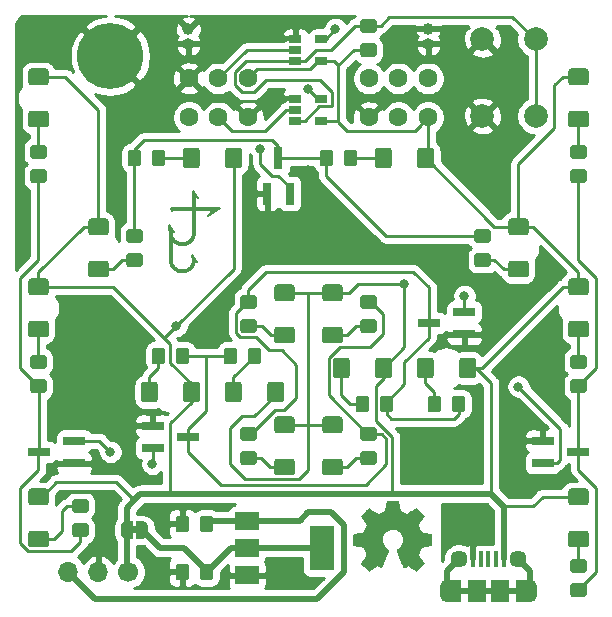
<source format=gbl>
G04 #@! TF.GenerationSoftware,KiCad,Pcbnew,5.1.5+dfsg1-2build2*
G04 #@! TF.CreationDate,2020-06-03T00:28:31-07:00*
G04 #@! TF.ProjectId,sram-cell,7372616d-2d63-4656-9c6c-2e6b69636164,rev?*
G04 #@! TF.SameCoordinates,Original*
G04 #@! TF.FileFunction,Copper,L2,Bot*
G04 #@! TF.FilePolarity,Positive*
%FSLAX46Y46*%
G04 Gerber Fmt 4.6, Leading zero omitted, Abs format (unit mm)*
G04 Created by KiCad (PCBNEW 5.1.5+dfsg1-2build2) date 2020-06-03 00:28:31*
%MOMM*%
%LPD*%
G04 APERTURE LIST*
%ADD10C,0.160000*%
%ADD11C,0.360000*%
%ADD12C,0.010000*%
%ADD13C,0.100000*%
%ADD14C,1.600000*%
%ADD15R,1.200000X1.900000*%
%ADD16O,1.200000X1.900000*%
%ADD17R,1.500000X1.900000*%
%ADD18C,1.450000*%
%ADD19R,0.400000X1.350000*%
%ADD20C,1.700000*%
%ADD21O,1.700000X1.700000*%
%ADD22C,1.000000*%
%ADD23O,1.000000X1.000000*%
%ADD24R,2.000000X1.500000*%
%ADD25R,2.000000X3.800000*%
%ADD26C,5.599999*%
%ADD27R,1.060000X0.650000*%
%ADD28C,2.000000*%
%ADD29R,1.900000X0.800000*%
%ADD30R,0.800000X1.900000*%
%ADD31C,0.800000*%
%ADD32C,0.250000*%
%ADD33C,0.508000*%
%ADD34C,0.254000*%
G04 APERTURE END LIST*
D10*
G36*
X143882000Y-93804000D02*
G01*
X144932000Y-93154000D01*
X144432000Y-93154000D01*
X144082000Y-93654000D01*
X143882000Y-93804000D01*
G37*
X143882000Y-93804000D02*
X144932000Y-93154000D01*
X144432000Y-93154000D01*
X144082000Y-93654000D01*
X143882000Y-93804000D01*
G36*
X140882000Y-93404000D02*
G01*
X140732000Y-93154000D01*
X141182000Y-93154000D01*
X141182000Y-93254000D01*
X140882000Y-93404000D01*
G37*
X140882000Y-93404000D02*
X140732000Y-93154000D01*
X141182000Y-93154000D01*
X141182000Y-93254000D01*
X140882000Y-93404000D01*
G36*
X142982000Y-97704000D02*
G01*
X142582000Y-97104000D01*
X142632000Y-97504000D01*
X142732000Y-97504000D01*
X142982000Y-97704000D01*
G37*
X142982000Y-97704000D02*
X142582000Y-97104000D01*
X142632000Y-97504000D01*
X142732000Y-97504000D01*
X142982000Y-97704000D01*
G36*
X141032000Y-95204000D02*
G01*
X140632000Y-94604000D01*
X140632000Y-95004000D01*
X140732000Y-95004000D01*
X141032000Y-95204000D01*
G37*
X141032000Y-95204000D02*
X140632000Y-94604000D01*
X140632000Y-95004000D01*
X140732000Y-95004000D01*
X141032000Y-95204000D01*
G36*
X143032000Y-92304000D02*
G01*
X142632000Y-91704000D01*
X142632000Y-92104000D01*
X142732000Y-92104000D01*
X143032000Y-92304000D01*
G37*
X143032000Y-92304000D02*
X142632000Y-91704000D01*
X142632000Y-92104000D01*
X142732000Y-92104000D01*
X143032000Y-92304000D01*
D11*
X144532000Y-93254000D02*
X141032000Y-93254000D01*
X142732000Y-92104000D02*
X142732000Y-95204000D01*
X140732000Y-95004000D02*
X140732000Y-97504000D01*
X140732000Y-97504000D02*
G75*
G03X142732000Y-97504000I1000000J0D01*
G01*
X140732000Y-95204000D02*
G75*
G03X142732000Y-95204000I1000000J0D01*
G01*
D12*
G36*
X158956186Y-118372931D02*
G01*
X158872365Y-118817555D01*
X158563080Y-118945053D01*
X158253794Y-119072551D01*
X157882754Y-118820246D01*
X157778843Y-118749996D01*
X157684913Y-118687272D01*
X157605348Y-118634938D01*
X157544530Y-118595857D01*
X157506843Y-118572893D01*
X157496579Y-118567942D01*
X157478090Y-118580676D01*
X157438580Y-118615882D01*
X157382478Y-118669062D01*
X157314213Y-118735718D01*
X157238214Y-118811354D01*
X157158908Y-118891472D01*
X157080725Y-118971574D01*
X157008093Y-119047164D01*
X156945441Y-119113745D01*
X156897197Y-119166818D01*
X156867790Y-119201887D01*
X156860759Y-119213623D01*
X156870877Y-119235260D01*
X156899241Y-119282662D01*
X156942871Y-119351193D01*
X156998782Y-119436215D01*
X157063994Y-119533093D01*
X157101781Y-119588350D01*
X157170657Y-119689248D01*
X157231860Y-119780299D01*
X157282422Y-119856970D01*
X157319372Y-119914728D01*
X157339742Y-119949043D01*
X157342803Y-119956254D01*
X157335864Y-119976748D01*
X157316949Y-120024513D01*
X157288913Y-120092832D01*
X157254609Y-120174989D01*
X157216891Y-120264270D01*
X157178613Y-120353958D01*
X157142630Y-120437338D01*
X157111794Y-120507694D01*
X157088961Y-120558310D01*
X157076983Y-120582471D01*
X157076276Y-120583422D01*
X157057469Y-120588036D01*
X157007382Y-120598328D01*
X156931207Y-120613287D01*
X156834135Y-120631901D01*
X156721357Y-120653159D01*
X156655558Y-120665418D01*
X156535050Y-120688362D01*
X156426203Y-120710195D01*
X156334524Y-120729722D01*
X156265519Y-120745748D01*
X156224696Y-120757079D01*
X156216489Y-120760674D01*
X156208452Y-120785006D01*
X156201967Y-120839959D01*
X156197030Y-120919108D01*
X156193636Y-121016026D01*
X156191782Y-121124287D01*
X156191462Y-121237465D01*
X156192673Y-121349135D01*
X156195410Y-121452868D01*
X156199669Y-121542241D01*
X156205445Y-121610826D01*
X156212733Y-121652197D01*
X156217105Y-121660810D01*
X156243236Y-121671133D01*
X156298607Y-121685892D01*
X156375893Y-121703352D01*
X156467770Y-121721780D01*
X156499842Y-121727741D01*
X156654476Y-121756066D01*
X156776625Y-121778876D01*
X156870327Y-121797080D01*
X156939616Y-121811583D01*
X156988529Y-121823292D01*
X157021103Y-121833115D01*
X157041372Y-121841956D01*
X157053374Y-121850724D01*
X157055053Y-121852457D01*
X157071816Y-121880371D01*
X157097386Y-121934695D01*
X157129212Y-122008777D01*
X157164740Y-122095965D01*
X157201417Y-122189608D01*
X157236689Y-122283052D01*
X157268004Y-122369647D01*
X157292807Y-122442740D01*
X157308546Y-122495678D01*
X157312668Y-122521811D01*
X157312324Y-122522726D01*
X157298359Y-122544086D01*
X157266678Y-122591084D01*
X157220609Y-122658827D01*
X157163482Y-122742423D01*
X157098627Y-122836982D01*
X157080157Y-122863854D01*
X157014301Y-122961275D01*
X156956350Y-123050163D01*
X156909462Y-123125412D01*
X156876793Y-123181920D01*
X156861500Y-123214581D01*
X156860759Y-123218593D01*
X156873608Y-123239684D01*
X156909112Y-123281464D01*
X156962707Y-123339445D01*
X157029829Y-123409135D01*
X157105913Y-123486045D01*
X157186396Y-123565683D01*
X157266713Y-123643561D01*
X157342301Y-123715186D01*
X157408595Y-123776070D01*
X157461031Y-123821721D01*
X157495045Y-123847650D01*
X157504455Y-123851883D01*
X157526357Y-123841912D01*
X157571200Y-123815020D01*
X157631679Y-123775736D01*
X157678211Y-123744117D01*
X157762525Y-123686098D01*
X157862374Y-123617784D01*
X157962527Y-123549579D01*
X158016373Y-123513075D01*
X158198629Y-123389800D01*
X158351619Y-123472520D01*
X158421318Y-123508759D01*
X158480586Y-123536926D01*
X158520689Y-123552991D01*
X158530897Y-123555226D01*
X158543171Y-123538722D01*
X158567387Y-123492082D01*
X158601737Y-123419609D01*
X158644412Y-123325606D01*
X158693606Y-123214374D01*
X158747510Y-123090215D01*
X158804316Y-122957432D01*
X158862218Y-122820327D01*
X158919407Y-122683202D01*
X158974076Y-122550358D01*
X159024416Y-122426098D01*
X159068620Y-122314725D01*
X159104881Y-122220539D01*
X159131391Y-122147844D01*
X159146342Y-122100941D01*
X159148746Y-122084833D01*
X159129689Y-122064286D01*
X159087964Y-122030933D01*
X159032294Y-121991702D01*
X159027622Y-121988599D01*
X158883736Y-121873423D01*
X158767717Y-121739053D01*
X158680570Y-121589784D01*
X158623301Y-121429913D01*
X158596914Y-121263737D01*
X158602415Y-121095552D01*
X158640810Y-120929655D01*
X158713105Y-120770342D01*
X158734374Y-120735487D01*
X158845004Y-120594737D01*
X158975698Y-120481714D01*
X159121936Y-120397003D01*
X159279192Y-120341194D01*
X159442943Y-120314874D01*
X159608667Y-120318630D01*
X159771838Y-120353050D01*
X159927935Y-120418723D01*
X160072433Y-120516235D01*
X160117131Y-120555813D01*
X160230888Y-120679703D01*
X160313782Y-120810124D01*
X160370644Y-120956315D01*
X160402313Y-121101088D01*
X160410131Y-121263860D01*
X160384062Y-121427440D01*
X160326755Y-121586298D01*
X160240856Y-121734906D01*
X160129014Y-121867735D01*
X159993877Y-121979256D01*
X159976117Y-121991011D01*
X159919850Y-122029508D01*
X159877077Y-122062863D01*
X159856628Y-122084160D01*
X159856331Y-122084833D01*
X159860721Y-122107871D01*
X159878124Y-122160157D01*
X159906732Y-122237390D01*
X159944735Y-122335268D01*
X159990326Y-122449491D01*
X160041697Y-122575758D01*
X160097038Y-122709767D01*
X160154542Y-122847218D01*
X160212399Y-122983808D01*
X160268802Y-123115237D01*
X160321942Y-123237205D01*
X160370010Y-123345409D01*
X160411199Y-123435549D01*
X160443699Y-123503323D01*
X160465703Y-123544430D01*
X160474564Y-123555226D01*
X160501640Y-123546819D01*
X160552303Y-123524272D01*
X160617817Y-123491613D01*
X160653841Y-123472520D01*
X160806832Y-123389800D01*
X160989088Y-123513075D01*
X161082125Y-123576228D01*
X161183985Y-123645727D01*
X161279438Y-123711165D01*
X161327250Y-123744117D01*
X161394495Y-123789273D01*
X161451436Y-123825057D01*
X161490646Y-123846938D01*
X161503381Y-123851563D01*
X161521917Y-123839085D01*
X161562941Y-123804252D01*
X161622475Y-123750678D01*
X161696542Y-123681983D01*
X161781165Y-123601781D01*
X161834685Y-123550286D01*
X161928319Y-123458286D01*
X162009241Y-123375999D01*
X162074177Y-123306945D01*
X162119858Y-123254644D01*
X162143011Y-123222616D01*
X162145232Y-123216116D01*
X162134924Y-123191394D01*
X162106439Y-123141405D01*
X162062937Y-123071212D01*
X162007577Y-122985875D01*
X161943520Y-122890456D01*
X161925303Y-122863854D01*
X161858927Y-122767167D01*
X161799378Y-122680117D01*
X161749984Y-122607595D01*
X161714075Y-122554493D01*
X161694981Y-122525703D01*
X161693136Y-122522726D01*
X161695895Y-122499782D01*
X161710538Y-122449336D01*
X161734513Y-122378041D01*
X161765266Y-122292547D01*
X161800244Y-122199507D01*
X161836893Y-122105574D01*
X161872661Y-122017399D01*
X161904994Y-121941634D01*
X161931338Y-121884931D01*
X161949142Y-121853943D01*
X161950407Y-121852457D01*
X161961294Y-121843601D01*
X161979682Y-121834843D01*
X162009606Y-121825277D01*
X162055103Y-121813996D01*
X162120209Y-121800093D01*
X162208961Y-121782663D01*
X162325393Y-121760798D01*
X162473542Y-121733591D01*
X162505618Y-121727741D01*
X162600686Y-121709374D01*
X162683565Y-121691405D01*
X162746930Y-121675569D01*
X162783458Y-121663600D01*
X162788356Y-121660810D01*
X162796427Y-121636072D01*
X162802987Y-121580790D01*
X162808033Y-121501389D01*
X162811559Y-121404296D01*
X162813561Y-121295938D01*
X162814036Y-121182740D01*
X162812977Y-121071128D01*
X162810382Y-120967529D01*
X162806246Y-120878368D01*
X162800563Y-120810072D01*
X162793331Y-120769066D01*
X162788971Y-120760674D01*
X162764698Y-120752208D01*
X162709426Y-120738435D01*
X162628662Y-120720550D01*
X162527912Y-120699748D01*
X162412683Y-120677223D01*
X162349902Y-120665418D01*
X162230787Y-120643151D01*
X162124565Y-120622979D01*
X162036427Y-120605915D01*
X161971566Y-120592969D01*
X161935174Y-120585155D01*
X161929184Y-120583422D01*
X161919061Y-120563890D01*
X161897662Y-120516843D01*
X161867839Y-120449003D01*
X161832445Y-120367091D01*
X161794332Y-120277828D01*
X161756353Y-120187935D01*
X161721360Y-120104135D01*
X161692206Y-120033147D01*
X161671743Y-119981694D01*
X161662823Y-119956497D01*
X161662657Y-119955396D01*
X161672769Y-119935519D01*
X161701117Y-119889777D01*
X161744723Y-119822717D01*
X161800606Y-119738884D01*
X161865787Y-119642826D01*
X161903679Y-119587650D01*
X161972725Y-119486481D01*
X162034050Y-119394630D01*
X162084663Y-119316744D01*
X162121571Y-119257469D01*
X162141782Y-119221451D01*
X162144701Y-119213377D01*
X162132153Y-119194584D01*
X162097463Y-119154457D01*
X162045063Y-119097493D01*
X161979384Y-119028185D01*
X161904856Y-118951031D01*
X161825913Y-118870525D01*
X161746983Y-118791163D01*
X161672500Y-118717440D01*
X161606894Y-118653852D01*
X161554596Y-118604894D01*
X161520039Y-118575061D01*
X161508478Y-118567942D01*
X161489654Y-118577953D01*
X161444631Y-118606078D01*
X161377787Y-118649454D01*
X161293499Y-118705218D01*
X161196144Y-118770506D01*
X161122707Y-118820246D01*
X160751667Y-119072551D01*
X160133095Y-118817555D01*
X160049275Y-118372931D01*
X159965454Y-117928307D01*
X159040006Y-117928307D01*
X158956186Y-118372931D01*
G37*
X158956186Y-118372931D02*
X158872365Y-118817555D01*
X158563080Y-118945053D01*
X158253794Y-119072551D01*
X157882754Y-118820246D01*
X157778843Y-118749996D01*
X157684913Y-118687272D01*
X157605348Y-118634938D01*
X157544530Y-118595857D01*
X157506843Y-118572893D01*
X157496579Y-118567942D01*
X157478090Y-118580676D01*
X157438580Y-118615882D01*
X157382478Y-118669062D01*
X157314213Y-118735718D01*
X157238214Y-118811354D01*
X157158908Y-118891472D01*
X157080725Y-118971574D01*
X157008093Y-119047164D01*
X156945441Y-119113745D01*
X156897197Y-119166818D01*
X156867790Y-119201887D01*
X156860759Y-119213623D01*
X156870877Y-119235260D01*
X156899241Y-119282662D01*
X156942871Y-119351193D01*
X156998782Y-119436215D01*
X157063994Y-119533093D01*
X157101781Y-119588350D01*
X157170657Y-119689248D01*
X157231860Y-119780299D01*
X157282422Y-119856970D01*
X157319372Y-119914728D01*
X157339742Y-119949043D01*
X157342803Y-119956254D01*
X157335864Y-119976748D01*
X157316949Y-120024513D01*
X157288913Y-120092832D01*
X157254609Y-120174989D01*
X157216891Y-120264270D01*
X157178613Y-120353958D01*
X157142630Y-120437338D01*
X157111794Y-120507694D01*
X157088961Y-120558310D01*
X157076983Y-120582471D01*
X157076276Y-120583422D01*
X157057469Y-120588036D01*
X157007382Y-120598328D01*
X156931207Y-120613287D01*
X156834135Y-120631901D01*
X156721357Y-120653159D01*
X156655558Y-120665418D01*
X156535050Y-120688362D01*
X156426203Y-120710195D01*
X156334524Y-120729722D01*
X156265519Y-120745748D01*
X156224696Y-120757079D01*
X156216489Y-120760674D01*
X156208452Y-120785006D01*
X156201967Y-120839959D01*
X156197030Y-120919108D01*
X156193636Y-121016026D01*
X156191782Y-121124287D01*
X156191462Y-121237465D01*
X156192673Y-121349135D01*
X156195410Y-121452868D01*
X156199669Y-121542241D01*
X156205445Y-121610826D01*
X156212733Y-121652197D01*
X156217105Y-121660810D01*
X156243236Y-121671133D01*
X156298607Y-121685892D01*
X156375893Y-121703352D01*
X156467770Y-121721780D01*
X156499842Y-121727741D01*
X156654476Y-121756066D01*
X156776625Y-121778876D01*
X156870327Y-121797080D01*
X156939616Y-121811583D01*
X156988529Y-121823292D01*
X157021103Y-121833115D01*
X157041372Y-121841956D01*
X157053374Y-121850724D01*
X157055053Y-121852457D01*
X157071816Y-121880371D01*
X157097386Y-121934695D01*
X157129212Y-122008777D01*
X157164740Y-122095965D01*
X157201417Y-122189608D01*
X157236689Y-122283052D01*
X157268004Y-122369647D01*
X157292807Y-122442740D01*
X157308546Y-122495678D01*
X157312668Y-122521811D01*
X157312324Y-122522726D01*
X157298359Y-122544086D01*
X157266678Y-122591084D01*
X157220609Y-122658827D01*
X157163482Y-122742423D01*
X157098627Y-122836982D01*
X157080157Y-122863854D01*
X157014301Y-122961275D01*
X156956350Y-123050163D01*
X156909462Y-123125412D01*
X156876793Y-123181920D01*
X156861500Y-123214581D01*
X156860759Y-123218593D01*
X156873608Y-123239684D01*
X156909112Y-123281464D01*
X156962707Y-123339445D01*
X157029829Y-123409135D01*
X157105913Y-123486045D01*
X157186396Y-123565683D01*
X157266713Y-123643561D01*
X157342301Y-123715186D01*
X157408595Y-123776070D01*
X157461031Y-123821721D01*
X157495045Y-123847650D01*
X157504455Y-123851883D01*
X157526357Y-123841912D01*
X157571200Y-123815020D01*
X157631679Y-123775736D01*
X157678211Y-123744117D01*
X157762525Y-123686098D01*
X157862374Y-123617784D01*
X157962527Y-123549579D01*
X158016373Y-123513075D01*
X158198629Y-123389800D01*
X158351619Y-123472520D01*
X158421318Y-123508759D01*
X158480586Y-123536926D01*
X158520689Y-123552991D01*
X158530897Y-123555226D01*
X158543171Y-123538722D01*
X158567387Y-123492082D01*
X158601737Y-123419609D01*
X158644412Y-123325606D01*
X158693606Y-123214374D01*
X158747510Y-123090215D01*
X158804316Y-122957432D01*
X158862218Y-122820327D01*
X158919407Y-122683202D01*
X158974076Y-122550358D01*
X159024416Y-122426098D01*
X159068620Y-122314725D01*
X159104881Y-122220539D01*
X159131391Y-122147844D01*
X159146342Y-122100941D01*
X159148746Y-122084833D01*
X159129689Y-122064286D01*
X159087964Y-122030933D01*
X159032294Y-121991702D01*
X159027622Y-121988599D01*
X158883736Y-121873423D01*
X158767717Y-121739053D01*
X158680570Y-121589784D01*
X158623301Y-121429913D01*
X158596914Y-121263737D01*
X158602415Y-121095552D01*
X158640810Y-120929655D01*
X158713105Y-120770342D01*
X158734374Y-120735487D01*
X158845004Y-120594737D01*
X158975698Y-120481714D01*
X159121936Y-120397003D01*
X159279192Y-120341194D01*
X159442943Y-120314874D01*
X159608667Y-120318630D01*
X159771838Y-120353050D01*
X159927935Y-120418723D01*
X160072433Y-120516235D01*
X160117131Y-120555813D01*
X160230888Y-120679703D01*
X160313782Y-120810124D01*
X160370644Y-120956315D01*
X160402313Y-121101088D01*
X160410131Y-121263860D01*
X160384062Y-121427440D01*
X160326755Y-121586298D01*
X160240856Y-121734906D01*
X160129014Y-121867735D01*
X159993877Y-121979256D01*
X159976117Y-121991011D01*
X159919850Y-122029508D01*
X159877077Y-122062863D01*
X159856628Y-122084160D01*
X159856331Y-122084833D01*
X159860721Y-122107871D01*
X159878124Y-122160157D01*
X159906732Y-122237390D01*
X159944735Y-122335268D01*
X159990326Y-122449491D01*
X160041697Y-122575758D01*
X160097038Y-122709767D01*
X160154542Y-122847218D01*
X160212399Y-122983808D01*
X160268802Y-123115237D01*
X160321942Y-123237205D01*
X160370010Y-123345409D01*
X160411199Y-123435549D01*
X160443699Y-123503323D01*
X160465703Y-123544430D01*
X160474564Y-123555226D01*
X160501640Y-123546819D01*
X160552303Y-123524272D01*
X160617817Y-123491613D01*
X160653841Y-123472520D01*
X160806832Y-123389800D01*
X160989088Y-123513075D01*
X161082125Y-123576228D01*
X161183985Y-123645727D01*
X161279438Y-123711165D01*
X161327250Y-123744117D01*
X161394495Y-123789273D01*
X161451436Y-123825057D01*
X161490646Y-123846938D01*
X161503381Y-123851563D01*
X161521917Y-123839085D01*
X161562941Y-123804252D01*
X161622475Y-123750678D01*
X161696542Y-123681983D01*
X161781165Y-123601781D01*
X161834685Y-123550286D01*
X161928319Y-123458286D01*
X162009241Y-123375999D01*
X162074177Y-123306945D01*
X162119858Y-123254644D01*
X162143011Y-123222616D01*
X162145232Y-123216116D01*
X162134924Y-123191394D01*
X162106439Y-123141405D01*
X162062937Y-123071212D01*
X162007577Y-122985875D01*
X161943520Y-122890456D01*
X161925303Y-122863854D01*
X161858927Y-122767167D01*
X161799378Y-122680117D01*
X161749984Y-122607595D01*
X161714075Y-122554493D01*
X161694981Y-122525703D01*
X161693136Y-122522726D01*
X161695895Y-122499782D01*
X161710538Y-122449336D01*
X161734513Y-122378041D01*
X161765266Y-122292547D01*
X161800244Y-122199507D01*
X161836893Y-122105574D01*
X161872661Y-122017399D01*
X161904994Y-121941634D01*
X161931338Y-121884931D01*
X161949142Y-121853943D01*
X161950407Y-121852457D01*
X161961294Y-121843601D01*
X161979682Y-121834843D01*
X162009606Y-121825277D01*
X162055103Y-121813996D01*
X162120209Y-121800093D01*
X162208961Y-121782663D01*
X162325393Y-121760798D01*
X162473542Y-121733591D01*
X162505618Y-121727741D01*
X162600686Y-121709374D01*
X162683565Y-121691405D01*
X162746930Y-121675569D01*
X162783458Y-121663600D01*
X162788356Y-121660810D01*
X162796427Y-121636072D01*
X162802987Y-121580790D01*
X162808033Y-121501389D01*
X162811559Y-121404296D01*
X162813561Y-121295938D01*
X162814036Y-121182740D01*
X162812977Y-121071128D01*
X162810382Y-120967529D01*
X162806246Y-120878368D01*
X162800563Y-120810072D01*
X162793331Y-120769066D01*
X162788971Y-120760674D01*
X162764698Y-120752208D01*
X162709426Y-120738435D01*
X162628662Y-120720550D01*
X162527912Y-120699748D01*
X162412683Y-120677223D01*
X162349902Y-120665418D01*
X162230787Y-120643151D01*
X162124565Y-120622979D01*
X162036427Y-120605915D01*
X161971566Y-120592969D01*
X161935174Y-120585155D01*
X161929184Y-120583422D01*
X161919061Y-120563890D01*
X161897662Y-120516843D01*
X161867839Y-120449003D01*
X161832445Y-120367091D01*
X161794332Y-120277828D01*
X161756353Y-120187935D01*
X161721360Y-120104135D01*
X161692206Y-120033147D01*
X161671743Y-119981694D01*
X161662823Y-119956497D01*
X161662657Y-119955396D01*
X161672769Y-119935519D01*
X161701117Y-119889777D01*
X161744723Y-119822717D01*
X161800606Y-119738884D01*
X161865787Y-119642826D01*
X161903679Y-119587650D01*
X161972725Y-119486481D01*
X162034050Y-119394630D01*
X162084663Y-119316744D01*
X162121571Y-119257469D01*
X162141782Y-119221451D01*
X162144701Y-119213377D01*
X162132153Y-119194584D01*
X162097463Y-119154457D01*
X162045063Y-119097493D01*
X161979384Y-119028185D01*
X161904856Y-118951031D01*
X161825913Y-118870525D01*
X161746983Y-118791163D01*
X161672500Y-118717440D01*
X161606894Y-118653852D01*
X161554596Y-118604894D01*
X161520039Y-118575061D01*
X161508478Y-118567942D01*
X161489654Y-118577953D01*
X161444631Y-118606078D01*
X161377787Y-118649454D01*
X161293499Y-118705218D01*
X161196144Y-118770506D01*
X161122707Y-118820246D01*
X160751667Y-119072551D01*
X160133095Y-118817555D01*
X160049275Y-118372931D01*
X159965454Y-117928307D01*
X159040006Y-117928307D01*
X158956186Y-118372931D01*
D13*
G36*
X137918000Y-120696000D02*
G01*
X137418000Y-120696000D01*
X137418000Y-120096000D01*
X137918000Y-120096000D01*
X137918000Y-120696000D01*
G37*
D14*
X147280000Y-82170000D03*
X142280000Y-82170000D03*
X144780000Y-82170000D03*
X142280000Y-85470000D03*
X144780000Y-85470000D03*
X147280000Y-85470000D03*
G04 #@! TA.AperFunction,SMDPad,CuDef*
D13*
G36*
X175877935Y-120456372D02*
G01*
X175905601Y-120460476D01*
X175932731Y-120467272D01*
X175959065Y-120476694D01*
X175984348Y-120488652D01*
X176008338Y-120503031D01*
X176030802Y-120519692D01*
X176051525Y-120538475D01*
X176070308Y-120559198D01*
X176086969Y-120581662D01*
X176101348Y-120605652D01*
X176113306Y-120630935D01*
X176122728Y-120657269D01*
X176129524Y-120684399D01*
X176133628Y-120712065D01*
X176135000Y-120740000D01*
X176135000Y-121595000D01*
X176133628Y-121622935D01*
X176129524Y-121650601D01*
X176122728Y-121677731D01*
X176113306Y-121704065D01*
X176101348Y-121729348D01*
X176086969Y-121753338D01*
X176070308Y-121775802D01*
X176051525Y-121796525D01*
X176030802Y-121815308D01*
X176008338Y-121831969D01*
X175984348Y-121846348D01*
X175959065Y-121858306D01*
X175932731Y-121867728D01*
X175905601Y-121874524D01*
X175877935Y-121878628D01*
X175850000Y-121880000D01*
X174670000Y-121880000D01*
X174642065Y-121878628D01*
X174614399Y-121874524D01*
X174587269Y-121867728D01*
X174560935Y-121858306D01*
X174535652Y-121846348D01*
X174511662Y-121831969D01*
X174489198Y-121815308D01*
X174468475Y-121796525D01*
X174449692Y-121775802D01*
X174433031Y-121753338D01*
X174418652Y-121729348D01*
X174406694Y-121704065D01*
X174397272Y-121677731D01*
X174390476Y-121650601D01*
X174386372Y-121622935D01*
X174385000Y-121595000D01*
X174385000Y-120740000D01*
X174386372Y-120712065D01*
X174390476Y-120684399D01*
X174397272Y-120657269D01*
X174406694Y-120630935D01*
X174418652Y-120605652D01*
X174433031Y-120581662D01*
X174449692Y-120559198D01*
X174468475Y-120538475D01*
X174489198Y-120519692D01*
X174511662Y-120503031D01*
X174535652Y-120488652D01*
X174560935Y-120476694D01*
X174587269Y-120467272D01*
X174614399Y-120460476D01*
X174642065Y-120456372D01*
X174670000Y-120455000D01*
X175850000Y-120455000D01*
X175877935Y-120456372D01*
G37*
G04 #@! TD.AperFunction*
G04 #@! TA.AperFunction,SMDPad,CuDef*
G36*
X175877935Y-116881372D02*
G01*
X175905601Y-116885476D01*
X175932731Y-116892272D01*
X175959065Y-116901694D01*
X175984348Y-116913652D01*
X176008338Y-116928031D01*
X176030802Y-116944692D01*
X176051525Y-116963475D01*
X176070308Y-116984198D01*
X176086969Y-117006662D01*
X176101348Y-117030652D01*
X176113306Y-117055935D01*
X176122728Y-117082269D01*
X176129524Y-117109399D01*
X176133628Y-117137065D01*
X176135000Y-117165000D01*
X176135000Y-118020000D01*
X176133628Y-118047935D01*
X176129524Y-118075601D01*
X176122728Y-118102731D01*
X176113306Y-118129065D01*
X176101348Y-118154348D01*
X176086969Y-118178338D01*
X176070308Y-118200802D01*
X176051525Y-118221525D01*
X176030802Y-118240308D01*
X176008338Y-118256969D01*
X175984348Y-118271348D01*
X175959065Y-118283306D01*
X175932731Y-118292728D01*
X175905601Y-118299524D01*
X175877935Y-118303628D01*
X175850000Y-118305000D01*
X174670000Y-118305000D01*
X174642065Y-118303628D01*
X174614399Y-118299524D01*
X174587269Y-118292728D01*
X174560935Y-118283306D01*
X174535652Y-118271348D01*
X174511662Y-118256969D01*
X174489198Y-118240308D01*
X174468475Y-118221525D01*
X174449692Y-118200802D01*
X174433031Y-118178338D01*
X174418652Y-118154348D01*
X174406694Y-118129065D01*
X174397272Y-118102731D01*
X174390476Y-118075601D01*
X174386372Y-118047935D01*
X174385000Y-118020000D01*
X174385000Y-117165000D01*
X174386372Y-117137065D01*
X174390476Y-117109399D01*
X174397272Y-117082269D01*
X174406694Y-117055935D01*
X174418652Y-117030652D01*
X174433031Y-117006662D01*
X174449692Y-116984198D01*
X174468475Y-116963475D01*
X174489198Y-116944692D01*
X174511662Y-116928031D01*
X174535652Y-116913652D01*
X174560935Y-116901694D01*
X174587269Y-116892272D01*
X174614399Y-116885476D01*
X174642065Y-116881372D01*
X174670000Y-116880000D01*
X175850000Y-116880000D01*
X175877935Y-116881372D01*
G37*
G04 #@! TD.AperFunction*
G04 #@! TA.AperFunction,SMDPad,CuDef*
G36*
X175877935Y-102676372D02*
G01*
X175905601Y-102680476D01*
X175932731Y-102687272D01*
X175959065Y-102696694D01*
X175984348Y-102708652D01*
X176008338Y-102723031D01*
X176030802Y-102739692D01*
X176051525Y-102758475D01*
X176070308Y-102779198D01*
X176086969Y-102801662D01*
X176101348Y-102825652D01*
X176113306Y-102850935D01*
X176122728Y-102877269D01*
X176129524Y-102904399D01*
X176133628Y-102932065D01*
X176135000Y-102960000D01*
X176135000Y-103815000D01*
X176133628Y-103842935D01*
X176129524Y-103870601D01*
X176122728Y-103897731D01*
X176113306Y-103924065D01*
X176101348Y-103949348D01*
X176086969Y-103973338D01*
X176070308Y-103995802D01*
X176051525Y-104016525D01*
X176030802Y-104035308D01*
X176008338Y-104051969D01*
X175984348Y-104066348D01*
X175959065Y-104078306D01*
X175932731Y-104087728D01*
X175905601Y-104094524D01*
X175877935Y-104098628D01*
X175850000Y-104100000D01*
X174670000Y-104100000D01*
X174642065Y-104098628D01*
X174614399Y-104094524D01*
X174587269Y-104087728D01*
X174560935Y-104078306D01*
X174535652Y-104066348D01*
X174511662Y-104051969D01*
X174489198Y-104035308D01*
X174468475Y-104016525D01*
X174449692Y-103995802D01*
X174433031Y-103973338D01*
X174418652Y-103949348D01*
X174406694Y-103924065D01*
X174397272Y-103897731D01*
X174390476Y-103870601D01*
X174386372Y-103842935D01*
X174385000Y-103815000D01*
X174385000Y-102960000D01*
X174386372Y-102932065D01*
X174390476Y-102904399D01*
X174397272Y-102877269D01*
X174406694Y-102850935D01*
X174418652Y-102825652D01*
X174433031Y-102801662D01*
X174449692Y-102779198D01*
X174468475Y-102758475D01*
X174489198Y-102739692D01*
X174511662Y-102723031D01*
X174535652Y-102708652D01*
X174560935Y-102696694D01*
X174587269Y-102687272D01*
X174614399Y-102680476D01*
X174642065Y-102676372D01*
X174670000Y-102675000D01*
X175850000Y-102675000D01*
X175877935Y-102676372D01*
G37*
G04 #@! TD.AperFunction*
G04 #@! TA.AperFunction,SMDPad,CuDef*
G36*
X175877935Y-99101372D02*
G01*
X175905601Y-99105476D01*
X175932731Y-99112272D01*
X175959065Y-99121694D01*
X175984348Y-99133652D01*
X176008338Y-99148031D01*
X176030802Y-99164692D01*
X176051525Y-99183475D01*
X176070308Y-99204198D01*
X176086969Y-99226662D01*
X176101348Y-99250652D01*
X176113306Y-99275935D01*
X176122728Y-99302269D01*
X176129524Y-99329399D01*
X176133628Y-99357065D01*
X176135000Y-99385000D01*
X176135000Y-100240000D01*
X176133628Y-100267935D01*
X176129524Y-100295601D01*
X176122728Y-100322731D01*
X176113306Y-100349065D01*
X176101348Y-100374348D01*
X176086969Y-100398338D01*
X176070308Y-100420802D01*
X176051525Y-100441525D01*
X176030802Y-100460308D01*
X176008338Y-100476969D01*
X175984348Y-100491348D01*
X175959065Y-100503306D01*
X175932731Y-100512728D01*
X175905601Y-100519524D01*
X175877935Y-100523628D01*
X175850000Y-100525000D01*
X174670000Y-100525000D01*
X174642065Y-100523628D01*
X174614399Y-100519524D01*
X174587269Y-100512728D01*
X174560935Y-100503306D01*
X174535652Y-100491348D01*
X174511662Y-100476969D01*
X174489198Y-100460308D01*
X174468475Y-100441525D01*
X174449692Y-100420802D01*
X174433031Y-100398338D01*
X174418652Y-100374348D01*
X174406694Y-100349065D01*
X174397272Y-100322731D01*
X174390476Y-100295601D01*
X174386372Y-100267935D01*
X174385000Y-100240000D01*
X174385000Y-99385000D01*
X174386372Y-99357065D01*
X174390476Y-99329399D01*
X174397272Y-99302269D01*
X174406694Y-99275935D01*
X174418652Y-99250652D01*
X174433031Y-99226662D01*
X174449692Y-99204198D01*
X174468475Y-99183475D01*
X174489198Y-99164692D01*
X174511662Y-99148031D01*
X174535652Y-99133652D01*
X174560935Y-99121694D01*
X174587269Y-99112272D01*
X174614399Y-99105476D01*
X174642065Y-99101372D01*
X174670000Y-99100000D01*
X175850000Y-99100000D01*
X175877935Y-99101372D01*
G37*
G04 #@! TD.AperFunction*
G04 #@! TA.AperFunction,SMDPad,CuDef*
G36*
X175877935Y-84896372D02*
G01*
X175905601Y-84900476D01*
X175932731Y-84907272D01*
X175959065Y-84916694D01*
X175984348Y-84928652D01*
X176008338Y-84943031D01*
X176030802Y-84959692D01*
X176051525Y-84978475D01*
X176070308Y-84999198D01*
X176086969Y-85021662D01*
X176101348Y-85045652D01*
X176113306Y-85070935D01*
X176122728Y-85097269D01*
X176129524Y-85124399D01*
X176133628Y-85152065D01*
X176135000Y-85180000D01*
X176135000Y-86035000D01*
X176133628Y-86062935D01*
X176129524Y-86090601D01*
X176122728Y-86117731D01*
X176113306Y-86144065D01*
X176101348Y-86169348D01*
X176086969Y-86193338D01*
X176070308Y-86215802D01*
X176051525Y-86236525D01*
X176030802Y-86255308D01*
X176008338Y-86271969D01*
X175984348Y-86286348D01*
X175959065Y-86298306D01*
X175932731Y-86307728D01*
X175905601Y-86314524D01*
X175877935Y-86318628D01*
X175850000Y-86320000D01*
X174670000Y-86320000D01*
X174642065Y-86318628D01*
X174614399Y-86314524D01*
X174587269Y-86307728D01*
X174560935Y-86298306D01*
X174535652Y-86286348D01*
X174511662Y-86271969D01*
X174489198Y-86255308D01*
X174468475Y-86236525D01*
X174449692Y-86215802D01*
X174433031Y-86193338D01*
X174418652Y-86169348D01*
X174406694Y-86144065D01*
X174397272Y-86117731D01*
X174390476Y-86090601D01*
X174386372Y-86062935D01*
X174385000Y-86035000D01*
X174385000Y-85180000D01*
X174386372Y-85152065D01*
X174390476Y-85124399D01*
X174397272Y-85097269D01*
X174406694Y-85070935D01*
X174418652Y-85045652D01*
X174433031Y-85021662D01*
X174449692Y-84999198D01*
X174468475Y-84978475D01*
X174489198Y-84959692D01*
X174511662Y-84943031D01*
X174535652Y-84928652D01*
X174560935Y-84916694D01*
X174587269Y-84907272D01*
X174614399Y-84900476D01*
X174642065Y-84896372D01*
X174670000Y-84895000D01*
X175850000Y-84895000D01*
X175877935Y-84896372D01*
G37*
G04 #@! TD.AperFunction*
G04 #@! TA.AperFunction,SMDPad,CuDef*
G36*
X175877935Y-81321372D02*
G01*
X175905601Y-81325476D01*
X175932731Y-81332272D01*
X175959065Y-81341694D01*
X175984348Y-81353652D01*
X176008338Y-81368031D01*
X176030802Y-81384692D01*
X176051525Y-81403475D01*
X176070308Y-81424198D01*
X176086969Y-81446662D01*
X176101348Y-81470652D01*
X176113306Y-81495935D01*
X176122728Y-81522269D01*
X176129524Y-81549399D01*
X176133628Y-81577065D01*
X176135000Y-81605000D01*
X176135000Y-82460000D01*
X176133628Y-82487935D01*
X176129524Y-82515601D01*
X176122728Y-82542731D01*
X176113306Y-82569065D01*
X176101348Y-82594348D01*
X176086969Y-82618338D01*
X176070308Y-82640802D01*
X176051525Y-82661525D01*
X176030802Y-82680308D01*
X176008338Y-82696969D01*
X175984348Y-82711348D01*
X175959065Y-82723306D01*
X175932731Y-82732728D01*
X175905601Y-82739524D01*
X175877935Y-82743628D01*
X175850000Y-82745000D01*
X174670000Y-82745000D01*
X174642065Y-82743628D01*
X174614399Y-82739524D01*
X174587269Y-82732728D01*
X174560935Y-82723306D01*
X174535652Y-82711348D01*
X174511662Y-82696969D01*
X174489198Y-82680308D01*
X174468475Y-82661525D01*
X174449692Y-82640802D01*
X174433031Y-82618338D01*
X174418652Y-82594348D01*
X174406694Y-82569065D01*
X174397272Y-82542731D01*
X174390476Y-82515601D01*
X174386372Y-82487935D01*
X174385000Y-82460000D01*
X174385000Y-81605000D01*
X174386372Y-81577065D01*
X174390476Y-81549399D01*
X174397272Y-81522269D01*
X174406694Y-81495935D01*
X174418652Y-81470652D01*
X174433031Y-81446662D01*
X174449692Y-81424198D01*
X174468475Y-81403475D01*
X174489198Y-81384692D01*
X174511662Y-81368031D01*
X174535652Y-81353652D01*
X174560935Y-81341694D01*
X174587269Y-81332272D01*
X174614399Y-81325476D01*
X174642065Y-81321372D01*
X174670000Y-81320000D01*
X175850000Y-81320000D01*
X175877935Y-81321372D01*
G37*
G04 #@! TD.AperFunction*
G04 #@! TA.AperFunction,SMDPad,CuDef*
G36*
X130157935Y-120456372D02*
G01*
X130185601Y-120460476D01*
X130212731Y-120467272D01*
X130239065Y-120476694D01*
X130264348Y-120488652D01*
X130288338Y-120503031D01*
X130310802Y-120519692D01*
X130331525Y-120538475D01*
X130350308Y-120559198D01*
X130366969Y-120581662D01*
X130381348Y-120605652D01*
X130393306Y-120630935D01*
X130402728Y-120657269D01*
X130409524Y-120684399D01*
X130413628Y-120712065D01*
X130415000Y-120740000D01*
X130415000Y-121595000D01*
X130413628Y-121622935D01*
X130409524Y-121650601D01*
X130402728Y-121677731D01*
X130393306Y-121704065D01*
X130381348Y-121729348D01*
X130366969Y-121753338D01*
X130350308Y-121775802D01*
X130331525Y-121796525D01*
X130310802Y-121815308D01*
X130288338Y-121831969D01*
X130264348Y-121846348D01*
X130239065Y-121858306D01*
X130212731Y-121867728D01*
X130185601Y-121874524D01*
X130157935Y-121878628D01*
X130130000Y-121880000D01*
X128950000Y-121880000D01*
X128922065Y-121878628D01*
X128894399Y-121874524D01*
X128867269Y-121867728D01*
X128840935Y-121858306D01*
X128815652Y-121846348D01*
X128791662Y-121831969D01*
X128769198Y-121815308D01*
X128748475Y-121796525D01*
X128729692Y-121775802D01*
X128713031Y-121753338D01*
X128698652Y-121729348D01*
X128686694Y-121704065D01*
X128677272Y-121677731D01*
X128670476Y-121650601D01*
X128666372Y-121622935D01*
X128665000Y-121595000D01*
X128665000Y-120740000D01*
X128666372Y-120712065D01*
X128670476Y-120684399D01*
X128677272Y-120657269D01*
X128686694Y-120630935D01*
X128698652Y-120605652D01*
X128713031Y-120581662D01*
X128729692Y-120559198D01*
X128748475Y-120538475D01*
X128769198Y-120519692D01*
X128791662Y-120503031D01*
X128815652Y-120488652D01*
X128840935Y-120476694D01*
X128867269Y-120467272D01*
X128894399Y-120460476D01*
X128922065Y-120456372D01*
X128950000Y-120455000D01*
X130130000Y-120455000D01*
X130157935Y-120456372D01*
G37*
G04 #@! TD.AperFunction*
G04 #@! TA.AperFunction,SMDPad,CuDef*
G36*
X130157935Y-116881372D02*
G01*
X130185601Y-116885476D01*
X130212731Y-116892272D01*
X130239065Y-116901694D01*
X130264348Y-116913652D01*
X130288338Y-116928031D01*
X130310802Y-116944692D01*
X130331525Y-116963475D01*
X130350308Y-116984198D01*
X130366969Y-117006662D01*
X130381348Y-117030652D01*
X130393306Y-117055935D01*
X130402728Y-117082269D01*
X130409524Y-117109399D01*
X130413628Y-117137065D01*
X130415000Y-117165000D01*
X130415000Y-118020000D01*
X130413628Y-118047935D01*
X130409524Y-118075601D01*
X130402728Y-118102731D01*
X130393306Y-118129065D01*
X130381348Y-118154348D01*
X130366969Y-118178338D01*
X130350308Y-118200802D01*
X130331525Y-118221525D01*
X130310802Y-118240308D01*
X130288338Y-118256969D01*
X130264348Y-118271348D01*
X130239065Y-118283306D01*
X130212731Y-118292728D01*
X130185601Y-118299524D01*
X130157935Y-118303628D01*
X130130000Y-118305000D01*
X128950000Y-118305000D01*
X128922065Y-118303628D01*
X128894399Y-118299524D01*
X128867269Y-118292728D01*
X128840935Y-118283306D01*
X128815652Y-118271348D01*
X128791662Y-118256969D01*
X128769198Y-118240308D01*
X128748475Y-118221525D01*
X128729692Y-118200802D01*
X128713031Y-118178338D01*
X128698652Y-118154348D01*
X128686694Y-118129065D01*
X128677272Y-118102731D01*
X128670476Y-118075601D01*
X128666372Y-118047935D01*
X128665000Y-118020000D01*
X128665000Y-117165000D01*
X128666372Y-117137065D01*
X128670476Y-117109399D01*
X128677272Y-117082269D01*
X128686694Y-117055935D01*
X128698652Y-117030652D01*
X128713031Y-117006662D01*
X128729692Y-116984198D01*
X128748475Y-116963475D01*
X128769198Y-116944692D01*
X128791662Y-116928031D01*
X128815652Y-116913652D01*
X128840935Y-116901694D01*
X128867269Y-116892272D01*
X128894399Y-116885476D01*
X128922065Y-116881372D01*
X128950000Y-116880000D01*
X130130000Y-116880000D01*
X130157935Y-116881372D01*
G37*
G04 #@! TD.AperFunction*
G04 #@! TA.AperFunction,SMDPad,CuDef*
G36*
X130157935Y-102676372D02*
G01*
X130185601Y-102680476D01*
X130212731Y-102687272D01*
X130239065Y-102696694D01*
X130264348Y-102708652D01*
X130288338Y-102723031D01*
X130310802Y-102739692D01*
X130331525Y-102758475D01*
X130350308Y-102779198D01*
X130366969Y-102801662D01*
X130381348Y-102825652D01*
X130393306Y-102850935D01*
X130402728Y-102877269D01*
X130409524Y-102904399D01*
X130413628Y-102932065D01*
X130415000Y-102960000D01*
X130415000Y-103815000D01*
X130413628Y-103842935D01*
X130409524Y-103870601D01*
X130402728Y-103897731D01*
X130393306Y-103924065D01*
X130381348Y-103949348D01*
X130366969Y-103973338D01*
X130350308Y-103995802D01*
X130331525Y-104016525D01*
X130310802Y-104035308D01*
X130288338Y-104051969D01*
X130264348Y-104066348D01*
X130239065Y-104078306D01*
X130212731Y-104087728D01*
X130185601Y-104094524D01*
X130157935Y-104098628D01*
X130130000Y-104100000D01*
X128950000Y-104100000D01*
X128922065Y-104098628D01*
X128894399Y-104094524D01*
X128867269Y-104087728D01*
X128840935Y-104078306D01*
X128815652Y-104066348D01*
X128791662Y-104051969D01*
X128769198Y-104035308D01*
X128748475Y-104016525D01*
X128729692Y-103995802D01*
X128713031Y-103973338D01*
X128698652Y-103949348D01*
X128686694Y-103924065D01*
X128677272Y-103897731D01*
X128670476Y-103870601D01*
X128666372Y-103842935D01*
X128665000Y-103815000D01*
X128665000Y-102960000D01*
X128666372Y-102932065D01*
X128670476Y-102904399D01*
X128677272Y-102877269D01*
X128686694Y-102850935D01*
X128698652Y-102825652D01*
X128713031Y-102801662D01*
X128729692Y-102779198D01*
X128748475Y-102758475D01*
X128769198Y-102739692D01*
X128791662Y-102723031D01*
X128815652Y-102708652D01*
X128840935Y-102696694D01*
X128867269Y-102687272D01*
X128894399Y-102680476D01*
X128922065Y-102676372D01*
X128950000Y-102675000D01*
X130130000Y-102675000D01*
X130157935Y-102676372D01*
G37*
G04 #@! TD.AperFunction*
G04 #@! TA.AperFunction,SMDPad,CuDef*
G36*
X130157935Y-99101372D02*
G01*
X130185601Y-99105476D01*
X130212731Y-99112272D01*
X130239065Y-99121694D01*
X130264348Y-99133652D01*
X130288338Y-99148031D01*
X130310802Y-99164692D01*
X130331525Y-99183475D01*
X130350308Y-99204198D01*
X130366969Y-99226662D01*
X130381348Y-99250652D01*
X130393306Y-99275935D01*
X130402728Y-99302269D01*
X130409524Y-99329399D01*
X130413628Y-99357065D01*
X130415000Y-99385000D01*
X130415000Y-100240000D01*
X130413628Y-100267935D01*
X130409524Y-100295601D01*
X130402728Y-100322731D01*
X130393306Y-100349065D01*
X130381348Y-100374348D01*
X130366969Y-100398338D01*
X130350308Y-100420802D01*
X130331525Y-100441525D01*
X130310802Y-100460308D01*
X130288338Y-100476969D01*
X130264348Y-100491348D01*
X130239065Y-100503306D01*
X130212731Y-100512728D01*
X130185601Y-100519524D01*
X130157935Y-100523628D01*
X130130000Y-100525000D01*
X128950000Y-100525000D01*
X128922065Y-100523628D01*
X128894399Y-100519524D01*
X128867269Y-100512728D01*
X128840935Y-100503306D01*
X128815652Y-100491348D01*
X128791662Y-100476969D01*
X128769198Y-100460308D01*
X128748475Y-100441525D01*
X128729692Y-100420802D01*
X128713031Y-100398338D01*
X128698652Y-100374348D01*
X128686694Y-100349065D01*
X128677272Y-100322731D01*
X128670476Y-100295601D01*
X128666372Y-100267935D01*
X128665000Y-100240000D01*
X128665000Y-99385000D01*
X128666372Y-99357065D01*
X128670476Y-99329399D01*
X128677272Y-99302269D01*
X128686694Y-99275935D01*
X128698652Y-99250652D01*
X128713031Y-99226662D01*
X128729692Y-99204198D01*
X128748475Y-99183475D01*
X128769198Y-99164692D01*
X128791662Y-99148031D01*
X128815652Y-99133652D01*
X128840935Y-99121694D01*
X128867269Y-99112272D01*
X128894399Y-99105476D01*
X128922065Y-99101372D01*
X128950000Y-99100000D01*
X130130000Y-99100000D01*
X130157935Y-99101372D01*
G37*
G04 #@! TD.AperFunction*
G04 #@! TA.AperFunction,SMDPad,CuDef*
G36*
X130157935Y-84896372D02*
G01*
X130185601Y-84900476D01*
X130212731Y-84907272D01*
X130239065Y-84916694D01*
X130264348Y-84928652D01*
X130288338Y-84943031D01*
X130310802Y-84959692D01*
X130331525Y-84978475D01*
X130350308Y-84999198D01*
X130366969Y-85021662D01*
X130381348Y-85045652D01*
X130393306Y-85070935D01*
X130402728Y-85097269D01*
X130409524Y-85124399D01*
X130413628Y-85152065D01*
X130415000Y-85180000D01*
X130415000Y-86035000D01*
X130413628Y-86062935D01*
X130409524Y-86090601D01*
X130402728Y-86117731D01*
X130393306Y-86144065D01*
X130381348Y-86169348D01*
X130366969Y-86193338D01*
X130350308Y-86215802D01*
X130331525Y-86236525D01*
X130310802Y-86255308D01*
X130288338Y-86271969D01*
X130264348Y-86286348D01*
X130239065Y-86298306D01*
X130212731Y-86307728D01*
X130185601Y-86314524D01*
X130157935Y-86318628D01*
X130130000Y-86320000D01*
X128950000Y-86320000D01*
X128922065Y-86318628D01*
X128894399Y-86314524D01*
X128867269Y-86307728D01*
X128840935Y-86298306D01*
X128815652Y-86286348D01*
X128791662Y-86271969D01*
X128769198Y-86255308D01*
X128748475Y-86236525D01*
X128729692Y-86215802D01*
X128713031Y-86193338D01*
X128698652Y-86169348D01*
X128686694Y-86144065D01*
X128677272Y-86117731D01*
X128670476Y-86090601D01*
X128666372Y-86062935D01*
X128665000Y-86035000D01*
X128665000Y-85180000D01*
X128666372Y-85152065D01*
X128670476Y-85124399D01*
X128677272Y-85097269D01*
X128686694Y-85070935D01*
X128698652Y-85045652D01*
X128713031Y-85021662D01*
X128729692Y-84999198D01*
X128748475Y-84978475D01*
X128769198Y-84959692D01*
X128791662Y-84943031D01*
X128815652Y-84928652D01*
X128840935Y-84916694D01*
X128867269Y-84907272D01*
X128894399Y-84900476D01*
X128922065Y-84896372D01*
X128950000Y-84895000D01*
X130130000Y-84895000D01*
X130157935Y-84896372D01*
G37*
G04 #@! TD.AperFunction*
G04 #@! TA.AperFunction,SMDPad,CuDef*
G36*
X130157935Y-81321372D02*
G01*
X130185601Y-81325476D01*
X130212731Y-81332272D01*
X130239065Y-81341694D01*
X130264348Y-81353652D01*
X130288338Y-81368031D01*
X130310802Y-81384692D01*
X130331525Y-81403475D01*
X130350308Y-81424198D01*
X130366969Y-81446662D01*
X130381348Y-81470652D01*
X130393306Y-81495935D01*
X130402728Y-81522269D01*
X130409524Y-81549399D01*
X130413628Y-81577065D01*
X130415000Y-81605000D01*
X130415000Y-82460000D01*
X130413628Y-82487935D01*
X130409524Y-82515601D01*
X130402728Y-82542731D01*
X130393306Y-82569065D01*
X130381348Y-82594348D01*
X130366969Y-82618338D01*
X130350308Y-82640802D01*
X130331525Y-82661525D01*
X130310802Y-82680308D01*
X130288338Y-82696969D01*
X130264348Y-82711348D01*
X130239065Y-82723306D01*
X130212731Y-82732728D01*
X130185601Y-82739524D01*
X130157935Y-82743628D01*
X130130000Y-82745000D01*
X128950000Y-82745000D01*
X128922065Y-82743628D01*
X128894399Y-82739524D01*
X128867269Y-82732728D01*
X128840935Y-82723306D01*
X128815652Y-82711348D01*
X128791662Y-82696969D01*
X128769198Y-82680308D01*
X128748475Y-82661525D01*
X128729692Y-82640802D01*
X128713031Y-82618338D01*
X128698652Y-82594348D01*
X128686694Y-82569065D01*
X128677272Y-82542731D01*
X128670476Y-82515601D01*
X128666372Y-82487935D01*
X128665000Y-82460000D01*
X128665000Y-81605000D01*
X128666372Y-81577065D01*
X128670476Y-81549399D01*
X128677272Y-81522269D01*
X128686694Y-81495935D01*
X128698652Y-81470652D01*
X128713031Y-81446662D01*
X128729692Y-81424198D01*
X128748475Y-81403475D01*
X128769198Y-81384692D01*
X128791662Y-81368031D01*
X128815652Y-81353652D01*
X128840935Y-81341694D01*
X128867269Y-81332272D01*
X128894399Y-81325476D01*
X128922065Y-81321372D01*
X128950000Y-81320000D01*
X130130000Y-81320000D01*
X130157935Y-81321372D01*
G37*
G04 #@! TD.AperFunction*
G04 #@! TA.AperFunction,SMDPad,CuDef*
G36*
X150985935Y-114360372D02*
G01*
X151013601Y-114364476D01*
X151040731Y-114371272D01*
X151067065Y-114380694D01*
X151092348Y-114392652D01*
X151116338Y-114407031D01*
X151138802Y-114423692D01*
X151159525Y-114442475D01*
X151178308Y-114463198D01*
X151194969Y-114485662D01*
X151209348Y-114509652D01*
X151221306Y-114534935D01*
X151230728Y-114561269D01*
X151237524Y-114588399D01*
X151241628Y-114616065D01*
X151243000Y-114644000D01*
X151243000Y-115499000D01*
X151241628Y-115526935D01*
X151237524Y-115554601D01*
X151230728Y-115581731D01*
X151221306Y-115608065D01*
X151209348Y-115633348D01*
X151194969Y-115657338D01*
X151178308Y-115679802D01*
X151159525Y-115700525D01*
X151138802Y-115719308D01*
X151116338Y-115735969D01*
X151092348Y-115750348D01*
X151067065Y-115762306D01*
X151040731Y-115771728D01*
X151013601Y-115778524D01*
X150985935Y-115782628D01*
X150958000Y-115784000D01*
X149778000Y-115784000D01*
X149750065Y-115782628D01*
X149722399Y-115778524D01*
X149695269Y-115771728D01*
X149668935Y-115762306D01*
X149643652Y-115750348D01*
X149619662Y-115735969D01*
X149597198Y-115719308D01*
X149576475Y-115700525D01*
X149557692Y-115679802D01*
X149541031Y-115657338D01*
X149526652Y-115633348D01*
X149514694Y-115608065D01*
X149505272Y-115581731D01*
X149498476Y-115554601D01*
X149494372Y-115526935D01*
X149493000Y-115499000D01*
X149493000Y-114644000D01*
X149494372Y-114616065D01*
X149498476Y-114588399D01*
X149505272Y-114561269D01*
X149514694Y-114534935D01*
X149526652Y-114509652D01*
X149541031Y-114485662D01*
X149557692Y-114463198D01*
X149576475Y-114442475D01*
X149597198Y-114423692D01*
X149619662Y-114407031D01*
X149643652Y-114392652D01*
X149668935Y-114380694D01*
X149695269Y-114371272D01*
X149722399Y-114364476D01*
X149750065Y-114360372D01*
X149778000Y-114359000D01*
X150958000Y-114359000D01*
X150985935Y-114360372D01*
G37*
G04 #@! TD.AperFunction*
G04 #@! TA.AperFunction,SMDPad,CuDef*
G36*
X150985935Y-110785372D02*
G01*
X151013601Y-110789476D01*
X151040731Y-110796272D01*
X151067065Y-110805694D01*
X151092348Y-110817652D01*
X151116338Y-110832031D01*
X151138802Y-110848692D01*
X151159525Y-110867475D01*
X151178308Y-110888198D01*
X151194969Y-110910662D01*
X151209348Y-110934652D01*
X151221306Y-110959935D01*
X151230728Y-110986269D01*
X151237524Y-111013399D01*
X151241628Y-111041065D01*
X151243000Y-111069000D01*
X151243000Y-111924000D01*
X151241628Y-111951935D01*
X151237524Y-111979601D01*
X151230728Y-112006731D01*
X151221306Y-112033065D01*
X151209348Y-112058348D01*
X151194969Y-112082338D01*
X151178308Y-112104802D01*
X151159525Y-112125525D01*
X151138802Y-112144308D01*
X151116338Y-112160969D01*
X151092348Y-112175348D01*
X151067065Y-112187306D01*
X151040731Y-112196728D01*
X151013601Y-112203524D01*
X150985935Y-112207628D01*
X150958000Y-112209000D01*
X149778000Y-112209000D01*
X149750065Y-112207628D01*
X149722399Y-112203524D01*
X149695269Y-112196728D01*
X149668935Y-112187306D01*
X149643652Y-112175348D01*
X149619662Y-112160969D01*
X149597198Y-112144308D01*
X149576475Y-112125525D01*
X149557692Y-112104802D01*
X149541031Y-112082338D01*
X149526652Y-112058348D01*
X149514694Y-112033065D01*
X149505272Y-112006731D01*
X149498476Y-111979601D01*
X149494372Y-111951935D01*
X149493000Y-111924000D01*
X149493000Y-111069000D01*
X149494372Y-111041065D01*
X149498476Y-111013399D01*
X149505272Y-110986269D01*
X149514694Y-110959935D01*
X149526652Y-110934652D01*
X149541031Y-110910662D01*
X149557692Y-110888198D01*
X149576475Y-110867475D01*
X149597198Y-110848692D01*
X149619662Y-110832031D01*
X149643652Y-110817652D01*
X149668935Y-110805694D01*
X149695269Y-110796272D01*
X149722399Y-110789476D01*
X149750065Y-110785372D01*
X149778000Y-110784000D01*
X150958000Y-110784000D01*
X150985935Y-110785372D01*
G37*
G04 #@! TD.AperFunction*
G04 #@! TA.AperFunction,SMDPad,CuDef*
G36*
X150985935Y-103184372D02*
G01*
X151013601Y-103188476D01*
X151040731Y-103195272D01*
X151067065Y-103204694D01*
X151092348Y-103216652D01*
X151116338Y-103231031D01*
X151138802Y-103247692D01*
X151159525Y-103266475D01*
X151178308Y-103287198D01*
X151194969Y-103309662D01*
X151209348Y-103333652D01*
X151221306Y-103358935D01*
X151230728Y-103385269D01*
X151237524Y-103412399D01*
X151241628Y-103440065D01*
X151243000Y-103468000D01*
X151243000Y-104323000D01*
X151241628Y-104350935D01*
X151237524Y-104378601D01*
X151230728Y-104405731D01*
X151221306Y-104432065D01*
X151209348Y-104457348D01*
X151194969Y-104481338D01*
X151178308Y-104503802D01*
X151159525Y-104524525D01*
X151138802Y-104543308D01*
X151116338Y-104559969D01*
X151092348Y-104574348D01*
X151067065Y-104586306D01*
X151040731Y-104595728D01*
X151013601Y-104602524D01*
X150985935Y-104606628D01*
X150958000Y-104608000D01*
X149778000Y-104608000D01*
X149750065Y-104606628D01*
X149722399Y-104602524D01*
X149695269Y-104595728D01*
X149668935Y-104586306D01*
X149643652Y-104574348D01*
X149619662Y-104559969D01*
X149597198Y-104543308D01*
X149576475Y-104524525D01*
X149557692Y-104503802D01*
X149541031Y-104481338D01*
X149526652Y-104457348D01*
X149514694Y-104432065D01*
X149505272Y-104405731D01*
X149498476Y-104378601D01*
X149494372Y-104350935D01*
X149493000Y-104323000D01*
X149493000Y-103468000D01*
X149494372Y-103440065D01*
X149498476Y-103412399D01*
X149505272Y-103385269D01*
X149514694Y-103358935D01*
X149526652Y-103333652D01*
X149541031Y-103309662D01*
X149557692Y-103287198D01*
X149576475Y-103266475D01*
X149597198Y-103247692D01*
X149619662Y-103231031D01*
X149643652Y-103216652D01*
X149668935Y-103204694D01*
X149695269Y-103195272D01*
X149722399Y-103188476D01*
X149750065Y-103184372D01*
X149778000Y-103183000D01*
X150958000Y-103183000D01*
X150985935Y-103184372D01*
G37*
G04 #@! TD.AperFunction*
G04 #@! TA.AperFunction,SMDPad,CuDef*
G36*
X150985935Y-99609372D02*
G01*
X151013601Y-99613476D01*
X151040731Y-99620272D01*
X151067065Y-99629694D01*
X151092348Y-99641652D01*
X151116338Y-99656031D01*
X151138802Y-99672692D01*
X151159525Y-99691475D01*
X151178308Y-99712198D01*
X151194969Y-99734662D01*
X151209348Y-99758652D01*
X151221306Y-99783935D01*
X151230728Y-99810269D01*
X151237524Y-99837399D01*
X151241628Y-99865065D01*
X151243000Y-99893000D01*
X151243000Y-100748000D01*
X151241628Y-100775935D01*
X151237524Y-100803601D01*
X151230728Y-100830731D01*
X151221306Y-100857065D01*
X151209348Y-100882348D01*
X151194969Y-100906338D01*
X151178308Y-100928802D01*
X151159525Y-100949525D01*
X151138802Y-100968308D01*
X151116338Y-100984969D01*
X151092348Y-100999348D01*
X151067065Y-101011306D01*
X151040731Y-101020728D01*
X151013601Y-101027524D01*
X150985935Y-101031628D01*
X150958000Y-101033000D01*
X149778000Y-101033000D01*
X149750065Y-101031628D01*
X149722399Y-101027524D01*
X149695269Y-101020728D01*
X149668935Y-101011306D01*
X149643652Y-100999348D01*
X149619662Y-100984969D01*
X149597198Y-100968308D01*
X149576475Y-100949525D01*
X149557692Y-100928802D01*
X149541031Y-100906338D01*
X149526652Y-100882348D01*
X149514694Y-100857065D01*
X149505272Y-100830731D01*
X149498476Y-100803601D01*
X149494372Y-100775935D01*
X149493000Y-100748000D01*
X149493000Y-99893000D01*
X149494372Y-99865065D01*
X149498476Y-99837399D01*
X149505272Y-99810269D01*
X149514694Y-99783935D01*
X149526652Y-99758652D01*
X149541031Y-99734662D01*
X149557692Y-99712198D01*
X149576475Y-99691475D01*
X149597198Y-99672692D01*
X149619662Y-99656031D01*
X149643652Y-99641652D01*
X149668935Y-99629694D01*
X149695269Y-99620272D01*
X149722399Y-99613476D01*
X149750065Y-99609372D01*
X149778000Y-99608000D01*
X150958000Y-99608000D01*
X150985935Y-99609372D01*
G37*
G04 #@! TD.AperFunction*
G04 #@! TA.AperFunction,SMDPad,CuDef*
G36*
X155639935Y-105806372D02*
G01*
X155667601Y-105810476D01*
X155694731Y-105817272D01*
X155721065Y-105826694D01*
X155746348Y-105838652D01*
X155770338Y-105853031D01*
X155792802Y-105869692D01*
X155813525Y-105888475D01*
X155832308Y-105909198D01*
X155848969Y-105931662D01*
X155863348Y-105955652D01*
X155875306Y-105980935D01*
X155884728Y-106007269D01*
X155891524Y-106034399D01*
X155895628Y-106062065D01*
X155897000Y-106090000D01*
X155897000Y-107270000D01*
X155895628Y-107297935D01*
X155891524Y-107325601D01*
X155884728Y-107352731D01*
X155875306Y-107379065D01*
X155863348Y-107404348D01*
X155848969Y-107428338D01*
X155832308Y-107450802D01*
X155813525Y-107471525D01*
X155792802Y-107490308D01*
X155770338Y-107506969D01*
X155746348Y-107521348D01*
X155721065Y-107533306D01*
X155694731Y-107542728D01*
X155667601Y-107549524D01*
X155639935Y-107553628D01*
X155612000Y-107555000D01*
X154757000Y-107555000D01*
X154729065Y-107553628D01*
X154701399Y-107549524D01*
X154674269Y-107542728D01*
X154647935Y-107533306D01*
X154622652Y-107521348D01*
X154598662Y-107506969D01*
X154576198Y-107490308D01*
X154555475Y-107471525D01*
X154536692Y-107450802D01*
X154520031Y-107428338D01*
X154505652Y-107404348D01*
X154493694Y-107379065D01*
X154484272Y-107352731D01*
X154477476Y-107325601D01*
X154473372Y-107297935D01*
X154472000Y-107270000D01*
X154472000Y-106090000D01*
X154473372Y-106062065D01*
X154477476Y-106034399D01*
X154484272Y-106007269D01*
X154493694Y-105980935D01*
X154505652Y-105955652D01*
X154520031Y-105931662D01*
X154536692Y-105909198D01*
X154555475Y-105888475D01*
X154576198Y-105869692D01*
X154598662Y-105853031D01*
X154622652Y-105838652D01*
X154647935Y-105826694D01*
X154674269Y-105817272D01*
X154701399Y-105810476D01*
X154729065Y-105806372D01*
X154757000Y-105805000D01*
X155612000Y-105805000D01*
X155639935Y-105806372D01*
G37*
G04 #@! TD.AperFunction*
G04 #@! TA.AperFunction,SMDPad,CuDef*
G36*
X159214935Y-105806372D02*
G01*
X159242601Y-105810476D01*
X159269731Y-105817272D01*
X159296065Y-105826694D01*
X159321348Y-105838652D01*
X159345338Y-105853031D01*
X159367802Y-105869692D01*
X159388525Y-105888475D01*
X159407308Y-105909198D01*
X159423969Y-105931662D01*
X159438348Y-105955652D01*
X159450306Y-105980935D01*
X159459728Y-106007269D01*
X159466524Y-106034399D01*
X159470628Y-106062065D01*
X159472000Y-106090000D01*
X159472000Y-107270000D01*
X159470628Y-107297935D01*
X159466524Y-107325601D01*
X159459728Y-107352731D01*
X159450306Y-107379065D01*
X159438348Y-107404348D01*
X159423969Y-107428338D01*
X159407308Y-107450802D01*
X159388525Y-107471525D01*
X159367802Y-107490308D01*
X159345338Y-107506969D01*
X159321348Y-107521348D01*
X159296065Y-107533306D01*
X159269731Y-107542728D01*
X159242601Y-107549524D01*
X159214935Y-107553628D01*
X159187000Y-107555000D01*
X158332000Y-107555000D01*
X158304065Y-107553628D01*
X158276399Y-107549524D01*
X158249269Y-107542728D01*
X158222935Y-107533306D01*
X158197652Y-107521348D01*
X158173662Y-107506969D01*
X158151198Y-107490308D01*
X158130475Y-107471525D01*
X158111692Y-107450802D01*
X158095031Y-107428338D01*
X158080652Y-107404348D01*
X158068694Y-107379065D01*
X158059272Y-107352731D01*
X158052476Y-107325601D01*
X158048372Y-107297935D01*
X158047000Y-107270000D01*
X158047000Y-106090000D01*
X158048372Y-106062065D01*
X158052476Y-106034399D01*
X158059272Y-106007269D01*
X158068694Y-105980935D01*
X158080652Y-105955652D01*
X158095031Y-105931662D01*
X158111692Y-105909198D01*
X158130475Y-105888475D01*
X158151198Y-105869692D01*
X158173662Y-105853031D01*
X158197652Y-105838652D01*
X158222935Y-105826694D01*
X158249269Y-105817272D01*
X158276399Y-105810476D01*
X158304065Y-105806372D01*
X158332000Y-105805000D01*
X159187000Y-105805000D01*
X159214935Y-105806372D01*
G37*
G04 #@! TD.AperFunction*
G04 #@! TA.AperFunction,SMDPad,CuDef*
G36*
X162751935Y-105806372D02*
G01*
X162779601Y-105810476D01*
X162806731Y-105817272D01*
X162833065Y-105826694D01*
X162858348Y-105838652D01*
X162882338Y-105853031D01*
X162904802Y-105869692D01*
X162925525Y-105888475D01*
X162944308Y-105909198D01*
X162960969Y-105931662D01*
X162975348Y-105955652D01*
X162987306Y-105980935D01*
X162996728Y-106007269D01*
X163003524Y-106034399D01*
X163007628Y-106062065D01*
X163009000Y-106090000D01*
X163009000Y-107270000D01*
X163007628Y-107297935D01*
X163003524Y-107325601D01*
X162996728Y-107352731D01*
X162987306Y-107379065D01*
X162975348Y-107404348D01*
X162960969Y-107428338D01*
X162944308Y-107450802D01*
X162925525Y-107471525D01*
X162904802Y-107490308D01*
X162882338Y-107506969D01*
X162858348Y-107521348D01*
X162833065Y-107533306D01*
X162806731Y-107542728D01*
X162779601Y-107549524D01*
X162751935Y-107553628D01*
X162724000Y-107555000D01*
X161869000Y-107555000D01*
X161841065Y-107553628D01*
X161813399Y-107549524D01*
X161786269Y-107542728D01*
X161759935Y-107533306D01*
X161734652Y-107521348D01*
X161710662Y-107506969D01*
X161688198Y-107490308D01*
X161667475Y-107471525D01*
X161648692Y-107450802D01*
X161632031Y-107428338D01*
X161617652Y-107404348D01*
X161605694Y-107379065D01*
X161596272Y-107352731D01*
X161589476Y-107325601D01*
X161585372Y-107297935D01*
X161584000Y-107270000D01*
X161584000Y-106090000D01*
X161585372Y-106062065D01*
X161589476Y-106034399D01*
X161596272Y-106007269D01*
X161605694Y-105980935D01*
X161617652Y-105955652D01*
X161632031Y-105931662D01*
X161648692Y-105909198D01*
X161667475Y-105888475D01*
X161688198Y-105869692D01*
X161710662Y-105853031D01*
X161734652Y-105838652D01*
X161759935Y-105826694D01*
X161786269Y-105817272D01*
X161813399Y-105810476D01*
X161841065Y-105806372D01*
X161869000Y-105805000D01*
X162724000Y-105805000D01*
X162751935Y-105806372D01*
G37*
G04 #@! TD.AperFunction*
G04 #@! TA.AperFunction,SMDPad,CuDef*
G36*
X166326935Y-105806372D02*
G01*
X166354601Y-105810476D01*
X166381731Y-105817272D01*
X166408065Y-105826694D01*
X166433348Y-105838652D01*
X166457338Y-105853031D01*
X166479802Y-105869692D01*
X166500525Y-105888475D01*
X166519308Y-105909198D01*
X166535969Y-105931662D01*
X166550348Y-105955652D01*
X166562306Y-105980935D01*
X166571728Y-106007269D01*
X166578524Y-106034399D01*
X166582628Y-106062065D01*
X166584000Y-106090000D01*
X166584000Y-107270000D01*
X166582628Y-107297935D01*
X166578524Y-107325601D01*
X166571728Y-107352731D01*
X166562306Y-107379065D01*
X166550348Y-107404348D01*
X166535969Y-107428338D01*
X166519308Y-107450802D01*
X166500525Y-107471525D01*
X166479802Y-107490308D01*
X166457338Y-107506969D01*
X166433348Y-107521348D01*
X166408065Y-107533306D01*
X166381731Y-107542728D01*
X166354601Y-107549524D01*
X166326935Y-107553628D01*
X166299000Y-107555000D01*
X165444000Y-107555000D01*
X165416065Y-107553628D01*
X165388399Y-107549524D01*
X165361269Y-107542728D01*
X165334935Y-107533306D01*
X165309652Y-107521348D01*
X165285662Y-107506969D01*
X165263198Y-107490308D01*
X165242475Y-107471525D01*
X165223692Y-107450802D01*
X165207031Y-107428338D01*
X165192652Y-107404348D01*
X165180694Y-107379065D01*
X165171272Y-107352731D01*
X165164476Y-107325601D01*
X165160372Y-107297935D01*
X165159000Y-107270000D01*
X165159000Y-106090000D01*
X165160372Y-106062065D01*
X165164476Y-106034399D01*
X165171272Y-106007269D01*
X165180694Y-105980935D01*
X165192652Y-105955652D01*
X165207031Y-105931662D01*
X165223692Y-105909198D01*
X165242475Y-105888475D01*
X165263198Y-105869692D01*
X165285662Y-105853031D01*
X165309652Y-105838652D01*
X165334935Y-105826694D01*
X165361269Y-105817272D01*
X165388399Y-105810476D01*
X165416065Y-105806372D01*
X165444000Y-105805000D01*
X166299000Y-105805000D01*
X166326935Y-105806372D01*
G37*
G04 #@! TD.AperFunction*
G04 #@! TA.AperFunction,SMDPad,CuDef*
G36*
X139383935Y-107838372D02*
G01*
X139411601Y-107842476D01*
X139438731Y-107849272D01*
X139465065Y-107858694D01*
X139490348Y-107870652D01*
X139514338Y-107885031D01*
X139536802Y-107901692D01*
X139557525Y-107920475D01*
X139576308Y-107941198D01*
X139592969Y-107963662D01*
X139607348Y-107987652D01*
X139619306Y-108012935D01*
X139628728Y-108039269D01*
X139635524Y-108066399D01*
X139639628Y-108094065D01*
X139641000Y-108122000D01*
X139641000Y-109302000D01*
X139639628Y-109329935D01*
X139635524Y-109357601D01*
X139628728Y-109384731D01*
X139619306Y-109411065D01*
X139607348Y-109436348D01*
X139592969Y-109460338D01*
X139576308Y-109482802D01*
X139557525Y-109503525D01*
X139536802Y-109522308D01*
X139514338Y-109538969D01*
X139490348Y-109553348D01*
X139465065Y-109565306D01*
X139438731Y-109574728D01*
X139411601Y-109581524D01*
X139383935Y-109585628D01*
X139356000Y-109587000D01*
X138501000Y-109587000D01*
X138473065Y-109585628D01*
X138445399Y-109581524D01*
X138418269Y-109574728D01*
X138391935Y-109565306D01*
X138366652Y-109553348D01*
X138342662Y-109538969D01*
X138320198Y-109522308D01*
X138299475Y-109503525D01*
X138280692Y-109482802D01*
X138264031Y-109460338D01*
X138249652Y-109436348D01*
X138237694Y-109411065D01*
X138228272Y-109384731D01*
X138221476Y-109357601D01*
X138217372Y-109329935D01*
X138216000Y-109302000D01*
X138216000Y-108122000D01*
X138217372Y-108094065D01*
X138221476Y-108066399D01*
X138228272Y-108039269D01*
X138237694Y-108012935D01*
X138249652Y-107987652D01*
X138264031Y-107963662D01*
X138280692Y-107941198D01*
X138299475Y-107920475D01*
X138320198Y-107901692D01*
X138342662Y-107885031D01*
X138366652Y-107870652D01*
X138391935Y-107858694D01*
X138418269Y-107849272D01*
X138445399Y-107842476D01*
X138473065Y-107838372D01*
X138501000Y-107837000D01*
X139356000Y-107837000D01*
X139383935Y-107838372D01*
G37*
G04 #@! TD.AperFunction*
G04 #@! TA.AperFunction,SMDPad,CuDef*
G36*
X142958935Y-107838372D02*
G01*
X142986601Y-107842476D01*
X143013731Y-107849272D01*
X143040065Y-107858694D01*
X143065348Y-107870652D01*
X143089338Y-107885031D01*
X143111802Y-107901692D01*
X143132525Y-107920475D01*
X143151308Y-107941198D01*
X143167969Y-107963662D01*
X143182348Y-107987652D01*
X143194306Y-108012935D01*
X143203728Y-108039269D01*
X143210524Y-108066399D01*
X143214628Y-108094065D01*
X143216000Y-108122000D01*
X143216000Y-109302000D01*
X143214628Y-109329935D01*
X143210524Y-109357601D01*
X143203728Y-109384731D01*
X143194306Y-109411065D01*
X143182348Y-109436348D01*
X143167969Y-109460338D01*
X143151308Y-109482802D01*
X143132525Y-109503525D01*
X143111802Y-109522308D01*
X143089338Y-109538969D01*
X143065348Y-109553348D01*
X143040065Y-109565306D01*
X143013731Y-109574728D01*
X142986601Y-109581524D01*
X142958935Y-109585628D01*
X142931000Y-109587000D01*
X142076000Y-109587000D01*
X142048065Y-109585628D01*
X142020399Y-109581524D01*
X141993269Y-109574728D01*
X141966935Y-109565306D01*
X141941652Y-109553348D01*
X141917662Y-109538969D01*
X141895198Y-109522308D01*
X141874475Y-109503525D01*
X141855692Y-109482802D01*
X141839031Y-109460338D01*
X141824652Y-109436348D01*
X141812694Y-109411065D01*
X141803272Y-109384731D01*
X141796476Y-109357601D01*
X141792372Y-109329935D01*
X141791000Y-109302000D01*
X141791000Y-108122000D01*
X141792372Y-108094065D01*
X141796476Y-108066399D01*
X141803272Y-108039269D01*
X141812694Y-108012935D01*
X141824652Y-107987652D01*
X141839031Y-107963662D01*
X141855692Y-107941198D01*
X141874475Y-107920475D01*
X141895198Y-107901692D01*
X141917662Y-107885031D01*
X141941652Y-107870652D01*
X141966935Y-107858694D01*
X141993269Y-107849272D01*
X142020399Y-107842476D01*
X142048065Y-107838372D01*
X142076000Y-107837000D01*
X142931000Y-107837000D01*
X142958935Y-107838372D01*
G37*
G04 #@! TD.AperFunction*
G04 #@! TA.AperFunction,SMDPad,CuDef*
G36*
X146495935Y-107838372D02*
G01*
X146523601Y-107842476D01*
X146550731Y-107849272D01*
X146577065Y-107858694D01*
X146602348Y-107870652D01*
X146626338Y-107885031D01*
X146648802Y-107901692D01*
X146669525Y-107920475D01*
X146688308Y-107941198D01*
X146704969Y-107963662D01*
X146719348Y-107987652D01*
X146731306Y-108012935D01*
X146740728Y-108039269D01*
X146747524Y-108066399D01*
X146751628Y-108094065D01*
X146753000Y-108122000D01*
X146753000Y-109302000D01*
X146751628Y-109329935D01*
X146747524Y-109357601D01*
X146740728Y-109384731D01*
X146731306Y-109411065D01*
X146719348Y-109436348D01*
X146704969Y-109460338D01*
X146688308Y-109482802D01*
X146669525Y-109503525D01*
X146648802Y-109522308D01*
X146626338Y-109538969D01*
X146602348Y-109553348D01*
X146577065Y-109565306D01*
X146550731Y-109574728D01*
X146523601Y-109581524D01*
X146495935Y-109585628D01*
X146468000Y-109587000D01*
X145613000Y-109587000D01*
X145585065Y-109585628D01*
X145557399Y-109581524D01*
X145530269Y-109574728D01*
X145503935Y-109565306D01*
X145478652Y-109553348D01*
X145454662Y-109538969D01*
X145432198Y-109522308D01*
X145411475Y-109503525D01*
X145392692Y-109482802D01*
X145376031Y-109460338D01*
X145361652Y-109436348D01*
X145349694Y-109411065D01*
X145340272Y-109384731D01*
X145333476Y-109357601D01*
X145329372Y-109329935D01*
X145328000Y-109302000D01*
X145328000Y-108122000D01*
X145329372Y-108094065D01*
X145333476Y-108066399D01*
X145340272Y-108039269D01*
X145349694Y-108012935D01*
X145361652Y-107987652D01*
X145376031Y-107963662D01*
X145392692Y-107941198D01*
X145411475Y-107920475D01*
X145432198Y-107901692D01*
X145454662Y-107885031D01*
X145478652Y-107870652D01*
X145503935Y-107858694D01*
X145530269Y-107849272D01*
X145557399Y-107842476D01*
X145585065Y-107838372D01*
X145613000Y-107837000D01*
X146468000Y-107837000D01*
X146495935Y-107838372D01*
G37*
G04 #@! TD.AperFunction*
G04 #@! TA.AperFunction,SMDPad,CuDef*
G36*
X150070935Y-107838372D02*
G01*
X150098601Y-107842476D01*
X150125731Y-107849272D01*
X150152065Y-107858694D01*
X150177348Y-107870652D01*
X150201338Y-107885031D01*
X150223802Y-107901692D01*
X150244525Y-107920475D01*
X150263308Y-107941198D01*
X150279969Y-107963662D01*
X150294348Y-107987652D01*
X150306306Y-108012935D01*
X150315728Y-108039269D01*
X150322524Y-108066399D01*
X150326628Y-108094065D01*
X150328000Y-108122000D01*
X150328000Y-109302000D01*
X150326628Y-109329935D01*
X150322524Y-109357601D01*
X150315728Y-109384731D01*
X150306306Y-109411065D01*
X150294348Y-109436348D01*
X150279969Y-109460338D01*
X150263308Y-109482802D01*
X150244525Y-109503525D01*
X150223802Y-109522308D01*
X150201338Y-109538969D01*
X150177348Y-109553348D01*
X150152065Y-109565306D01*
X150125731Y-109574728D01*
X150098601Y-109581524D01*
X150070935Y-109585628D01*
X150043000Y-109587000D01*
X149188000Y-109587000D01*
X149160065Y-109585628D01*
X149132399Y-109581524D01*
X149105269Y-109574728D01*
X149078935Y-109565306D01*
X149053652Y-109553348D01*
X149029662Y-109538969D01*
X149007198Y-109522308D01*
X148986475Y-109503525D01*
X148967692Y-109482802D01*
X148951031Y-109460338D01*
X148936652Y-109436348D01*
X148924694Y-109411065D01*
X148915272Y-109384731D01*
X148908476Y-109357601D01*
X148904372Y-109329935D01*
X148903000Y-109302000D01*
X148903000Y-108122000D01*
X148904372Y-108094065D01*
X148908476Y-108066399D01*
X148915272Y-108039269D01*
X148924694Y-108012935D01*
X148936652Y-107987652D01*
X148951031Y-107963662D01*
X148967692Y-107941198D01*
X148986475Y-107920475D01*
X149007198Y-107901692D01*
X149029662Y-107885031D01*
X149053652Y-107870652D01*
X149078935Y-107858694D01*
X149105269Y-107849272D01*
X149132399Y-107842476D01*
X149160065Y-107838372D01*
X149188000Y-107837000D01*
X150043000Y-107837000D01*
X150070935Y-107838372D01*
G37*
G04 #@! TD.AperFunction*
G04 #@! TA.AperFunction,SMDPad,CuDef*
G36*
X155049935Y-114360372D02*
G01*
X155077601Y-114364476D01*
X155104731Y-114371272D01*
X155131065Y-114380694D01*
X155156348Y-114392652D01*
X155180338Y-114407031D01*
X155202802Y-114423692D01*
X155223525Y-114442475D01*
X155242308Y-114463198D01*
X155258969Y-114485662D01*
X155273348Y-114509652D01*
X155285306Y-114534935D01*
X155294728Y-114561269D01*
X155301524Y-114588399D01*
X155305628Y-114616065D01*
X155307000Y-114644000D01*
X155307000Y-115499000D01*
X155305628Y-115526935D01*
X155301524Y-115554601D01*
X155294728Y-115581731D01*
X155285306Y-115608065D01*
X155273348Y-115633348D01*
X155258969Y-115657338D01*
X155242308Y-115679802D01*
X155223525Y-115700525D01*
X155202802Y-115719308D01*
X155180338Y-115735969D01*
X155156348Y-115750348D01*
X155131065Y-115762306D01*
X155104731Y-115771728D01*
X155077601Y-115778524D01*
X155049935Y-115782628D01*
X155022000Y-115784000D01*
X153842000Y-115784000D01*
X153814065Y-115782628D01*
X153786399Y-115778524D01*
X153759269Y-115771728D01*
X153732935Y-115762306D01*
X153707652Y-115750348D01*
X153683662Y-115735969D01*
X153661198Y-115719308D01*
X153640475Y-115700525D01*
X153621692Y-115679802D01*
X153605031Y-115657338D01*
X153590652Y-115633348D01*
X153578694Y-115608065D01*
X153569272Y-115581731D01*
X153562476Y-115554601D01*
X153558372Y-115526935D01*
X153557000Y-115499000D01*
X153557000Y-114644000D01*
X153558372Y-114616065D01*
X153562476Y-114588399D01*
X153569272Y-114561269D01*
X153578694Y-114534935D01*
X153590652Y-114509652D01*
X153605031Y-114485662D01*
X153621692Y-114463198D01*
X153640475Y-114442475D01*
X153661198Y-114423692D01*
X153683662Y-114407031D01*
X153707652Y-114392652D01*
X153732935Y-114380694D01*
X153759269Y-114371272D01*
X153786399Y-114364476D01*
X153814065Y-114360372D01*
X153842000Y-114359000D01*
X155022000Y-114359000D01*
X155049935Y-114360372D01*
G37*
G04 #@! TD.AperFunction*
G04 #@! TA.AperFunction,SMDPad,CuDef*
G36*
X155049935Y-110785372D02*
G01*
X155077601Y-110789476D01*
X155104731Y-110796272D01*
X155131065Y-110805694D01*
X155156348Y-110817652D01*
X155180338Y-110832031D01*
X155202802Y-110848692D01*
X155223525Y-110867475D01*
X155242308Y-110888198D01*
X155258969Y-110910662D01*
X155273348Y-110934652D01*
X155285306Y-110959935D01*
X155294728Y-110986269D01*
X155301524Y-111013399D01*
X155305628Y-111041065D01*
X155307000Y-111069000D01*
X155307000Y-111924000D01*
X155305628Y-111951935D01*
X155301524Y-111979601D01*
X155294728Y-112006731D01*
X155285306Y-112033065D01*
X155273348Y-112058348D01*
X155258969Y-112082338D01*
X155242308Y-112104802D01*
X155223525Y-112125525D01*
X155202802Y-112144308D01*
X155180338Y-112160969D01*
X155156348Y-112175348D01*
X155131065Y-112187306D01*
X155104731Y-112196728D01*
X155077601Y-112203524D01*
X155049935Y-112207628D01*
X155022000Y-112209000D01*
X153842000Y-112209000D01*
X153814065Y-112207628D01*
X153786399Y-112203524D01*
X153759269Y-112196728D01*
X153732935Y-112187306D01*
X153707652Y-112175348D01*
X153683662Y-112160969D01*
X153661198Y-112144308D01*
X153640475Y-112125525D01*
X153621692Y-112104802D01*
X153605031Y-112082338D01*
X153590652Y-112058348D01*
X153578694Y-112033065D01*
X153569272Y-112006731D01*
X153562476Y-111979601D01*
X153558372Y-111951935D01*
X153557000Y-111924000D01*
X153557000Y-111069000D01*
X153558372Y-111041065D01*
X153562476Y-111013399D01*
X153569272Y-110986269D01*
X153578694Y-110959935D01*
X153590652Y-110934652D01*
X153605031Y-110910662D01*
X153621692Y-110888198D01*
X153640475Y-110867475D01*
X153661198Y-110848692D01*
X153683662Y-110832031D01*
X153707652Y-110817652D01*
X153732935Y-110805694D01*
X153759269Y-110796272D01*
X153786399Y-110789476D01*
X153814065Y-110785372D01*
X153842000Y-110784000D01*
X155022000Y-110784000D01*
X155049935Y-110785372D01*
G37*
G04 #@! TD.AperFunction*
G04 #@! TA.AperFunction,SMDPad,CuDef*
G36*
X155049935Y-103184372D02*
G01*
X155077601Y-103188476D01*
X155104731Y-103195272D01*
X155131065Y-103204694D01*
X155156348Y-103216652D01*
X155180338Y-103231031D01*
X155202802Y-103247692D01*
X155223525Y-103266475D01*
X155242308Y-103287198D01*
X155258969Y-103309662D01*
X155273348Y-103333652D01*
X155285306Y-103358935D01*
X155294728Y-103385269D01*
X155301524Y-103412399D01*
X155305628Y-103440065D01*
X155307000Y-103468000D01*
X155307000Y-104323000D01*
X155305628Y-104350935D01*
X155301524Y-104378601D01*
X155294728Y-104405731D01*
X155285306Y-104432065D01*
X155273348Y-104457348D01*
X155258969Y-104481338D01*
X155242308Y-104503802D01*
X155223525Y-104524525D01*
X155202802Y-104543308D01*
X155180338Y-104559969D01*
X155156348Y-104574348D01*
X155131065Y-104586306D01*
X155104731Y-104595728D01*
X155077601Y-104602524D01*
X155049935Y-104606628D01*
X155022000Y-104608000D01*
X153842000Y-104608000D01*
X153814065Y-104606628D01*
X153786399Y-104602524D01*
X153759269Y-104595728D01*
X153732935Y-104586306D01*
X153707652Y-104574348D01*
X153683662Y-104559969D01*
X153661198Y-104543308D01*
X153640475Y-104524525D01*
X153621692Y-104503802D01*
X153605031Y-104481338D01*
X153590652Y-104457348D01*
X153578694Y-104432065D01*
X153569272Y-104405731D01*
X153562476Y-104378601D01*
X153558372Y-104350935D01*
X153557000Y-104323000D01*
X153557000Y-103468000D01*
X153558372Y-103440065D01*
X153562476Y-103412399D01*
X153569272Y-103385269D01*
X153578694Y-103358935D01*
X153590652Y-103333652D01*
X153605031Y-103309662D01*
X153621692Y-103287198D01*
X153640475Y-103266475D01*
X153661198Y-103247692D01*
X153683662Y-103231031D01*
X153707652Y-103216652D01*
X153732935Y-103204694D01*
X153759269Y-103195272D01*
X153786399Y-103188476D01*
X153814065Y-103184372D01*
X153842000Y-103183000D01*
X155022000Y-103183000D01*
X155049935Y-103184372D01*
G37*
G04 #@! TD.AperFunction*
G04 #@! TA.AperFunction,SMDPad,CuDef*
G36*
X155049935Y-99609372D02*
G01*
X155077601Y-99613476D01*
X155104731Y-99620272D01*
X155131065Y-99629694D01*
X155156348Y-99641652D01*
X155180338Y-99656031D01*
X155202802Y-99672692D01*
X155223525Y-99691475D01*
X155242308Y-99712198D01*
X155258969Y-99734662D01*
X155273348Y-99758652D01*
X155285306Y-99783935D01*
X155294728Y-99810269D01*
X155301524Y-99837399D01*
X155305628Y-99865065D01*
X155307000Y-99893000D01*
X155307000Y-100748000D01*
X155305628Y-100775935D01*
X155301524Y-100803601D01*
X155294728Y-100830731D01*
X155285306Y-100857065D01*
X155273348Y-100882348D01*
X155258969Y-100906338D01*
X155242308Y-100928802D01*
X155223525Y-100949525D01*
X155202802Y-100968308D01*
X155180338Y-100984969D01*
X155156348Y-100999348D01*
X155131065Y-101011306D01*
X155104731Y-101020728D01*
X155077601Y-101027524D01*
X155049935Y-101031628D01*
X155022000Y-101033000D01*
X153842000Y-101033000D01*
X153814065Y-101031628D01*
X153786399Y-101027524D01*
X153759269Y-101020728D01*
X153732935Y-101011306D01*
X153707652Y-100999348D01*
X153683662Y-100984969D01*
X153661198Y-100968308D01*
X153640475Y-100949525D01*
X153621692Y-100928802D01*
X153605031Y-100906338D01*
X153590652Y-100882348D01*
X153578694Y-100857065D01*
X153569272Y-100830731D01*
X153562476Y-100803601D01*
X153558372Y-100775935D01*
X153557000Y-100748000D01*
X153557000Y-99893000D01*
X153558372Y-99865065D01*
X153562476Y-99837399D01*
X153569272Y-99810269D01*
X153578694Y-99783935D01*
X153590652Y-99758652D01*
X153605031Y-99734662D01*
X153621692Y-99712198D01*
X153640475Y-99691475D01*
X153661198Y-99672692D01*
X153683662Y-99656031D01*
X153707652Y-99641652D01*
X153732935Y-99629694D01*
X153759269Y-99620272D01*
X153786399Y-99613476D01*
X153814065Y-99609372D01*
X153842000Y-99608000D01*
X155022000Y-99608000D01*
X155049935Y-99609372D01*
G37*
G04 #@! TD.AperFunction*
G04 #@! TA.AperFunction,SMDPad,CuDef*
G36*
X135237935Y-97596372D02*
G01*
X135265601Y-97600476D01*
X135292731Y-97607272D01*
X135319065Y-97616694D01*
X135344348Y-97628652D01*
X135368338Y-97643031D01*
X135390802Y-97659692D01*
X135411525Y-97678475D01*
X135430308Y-97699198D01*
X135446969Y-97721662D01*
X135461348Y-97745652D01*
X135473306Y-97770935D01*
X135482728Y-97797269D01*
X135489524Y-97824399D01*
X135493628Y-97852065D01*
X135495000Y-97880000D01*
X135495000Y-98735000D01*
X135493628Y-98762935D01*
X135489524Y-98790601D01*
X135482728Y-98817731D01*
X135473306Y-98844065D01*
X135461348Y-98869348D01*
X135446969Y-98893338D01*
X135430308Y-98915802D01*
X135411525Y-98936525D01*
X135390802Y-98955308D01*
X135368338Y-98971969D01*
X135344348Y-98986348D01*
X135319065Y-98998306D01*
X135292731Y-99007728D01*
X135265601Y-99014524D01*
X135237935Y-99018628D01*
X135210000Y-99020000D01*
X134030000Y-99020000D01*
X134002065Y-99018628D01*
X133974399Y-99014524D01*
X133947269Y-99007728D01*
X133920935Y-98998306D01*
X133895652Y-98986348D01*
X133871662Y-98971969D01*
X133849198Y-98955308D01*
X133828475Y-98936525D01*
X133809692Y-98915802D01*
X133793031Y-98893338D01*
X133778652Y-98869348D01*
X133766694Y-98844065D01*
X133757272Y-98817731D01*
X133750476Y-98790601D01*
X133746372Y-98762935D01*
X133745000Y-98735000D01*
X133745000Y-97880000D01*
X133746372Y-97852065D01*
X133750476Y-97824399D01*
X133757272Y-97797269D01*
X133766694Y-97770935D01*
X133778652Y-97745652D01*
X133793031Y-97721662D01*
X133809692Y-97699198D01*
X133828475Y-97678475D01*
X133849198Y-97659692D01*
X133871662Y-97643031D01*
X133895652Y-97628652D01*
X133920935Y-97616694D01*
X133947269Y-97607272D01*
X133974399Y-97600476D01*
X134002065Y-97596372D01*
X134030000Y-97595000D01*
X135210000Y-97595000D01*
X135237935Y-97596372D01*
G37*
G04 #@! TD.AperFunction*
G04 #@! TA.AperFunction,SMDPad,CuDef*
G36*
X135237935Y-94021372D02*
G01*
X135265601Y-94025476D01*
X135292731Y-94032272D01*
X135319065Y-94041694D01*
X135344348Y-94053652D01*
X135368338Y-94068031D01*
X135390802Y-94084692D01*
X135411525Y-94103475D01*
X135430308Y-94124198D01*
X135446969Y-94146662D01*
X135461348Y-94170652D01*
X135473306Y-94195935D01*
X135482728Y-94222269D01*
X135489524Y-94249399D01*
X135493628Y-94277065D01*
X135495000Y-94305000D01*
X135495000Y-95160000D01*
X135493628Y-95187935D01*
X135489524Y-95215601D01*
X135482728Y-95242731D01*
X135473306Y-95269065D01*
X135461348Y-95294348D01*
X135446969Y-95318338D01*
X135430308Y-95340802D01*
X135411525Y-95361525D01*
X135390802Y-95380308D01*
X135368338Y-95396969D01*
X135344348Y-95411348D01*
X135319065Y-95423306D01*
X135292731Y-95432728D01*
X135265601Y-95439524D01*
X135237935Y-95443628D01*
X135210000Y-95445000D01*
X134030000Y-95445000D01*
X134002065Y-95443628D01*
X133974399Y-95439524D01*
X133947269Y-95432728D01*
X133920935Y-95423306D01*
X133895652Y-95411348D01*
X133871662Y-95396969D01*
X133849198Y-95380308D01*
X133828475Y-95361525D01*
X133809692Y-95340802D01*
X133793031Y-95318338D01*
X133778652Y-95294348D01*
X133766694Y-95269065D01*
X133757272Y-95242731D01*
X133750476Y-95215601D01*
X133746372Y-95187935D01*
X133745000Y-95160000D01*
X133745000Y-94305000D01*
X133746372Y-94277065D01*
X133750476Y-94249399D01*
X133757272Y-94222269D01*
X133766694Y-94195935D01*
X133778652Y-94170652D01*
X133793031Y-94146662D01*
X133809692Y-94124198D01*
X133828475Y-94103475D01*
X133849198Y-94084692D01*
X133871662Y-94068031D01*
X133895652Y-94053652D01*
X133920935Y-94041694D01*
X133947269Y-94032272D01*
X133974399Y-94025476D01*
X134002065Y-94021372D01*
X134030000Y-94020000D01*
X135210000Y-94020000D01*
X135237935Y-94021372D01*
G37*
G04 #@! TD.AperFunction*
G04 #@! TA.AperFunction,SMDPad,CuDef*
G36*
X142939935Y-88026372D02*
G01*
X142967601Y-88030476D01*
X142994731Y-88037272D01*
X143021065Y-88046694D01*
X143046348Y-88058652D01*
X143070338Y-88073031D01*
X143092802Y-88089692D01*
X143113525Y-88108475D01*
X143132308Y-88129198D01*
X143148969Y-88151662D01*
X143163348Y-88175652D01*
X143175306Y-88200935D01*
X143184728Y-88227269D01*
X143191524Y-88254399D01*
X143195628Y-88282065D01*
X143197000Y-88310000D01*
X143197000Y-89490000D01*
X143195628Y-89517935D01*
X143191524Y-89545601D01*
X143184728Y-89572731D01*
X143175306Y-89599065D01*
X143163348Y-89624348D01*
X143148969Y-89648338D01*
X143132308Y-89670802D01*
X143113525Y-89691525D01*
X143092802Y-89710308D01*
X143070338Y-89726969D01*
X143046348Y-89741348D01*
X143021065Y-89753306D01*
X142994731Y-89762728D01*
X142967601Y-89769524D01*
X142939935Y-89773628D01*
X142912000Y-89775000D01*
X142057000Y-89775000D01*
X142029065Y-89773628D01*
X142001399Y-89769524D01*
X141974269Y-89762728D01*
X141947935Y-89753306D01*
X141922652Y-89741348D01*
X141898662Y-89726969D01*
X141876198Y-89710308D01*
X141855475Y-89691525D01*
X141836692Y-89670802D01*
X141820031Y-89648338D01*
X141805652Y-89624348D01*
X141793694Y-89599065D01*
X141784272Y-89572731D01*
X141777476Y-89545601D01*
X141773372Y-89517935D01*
X141772000Y-89490000D01*
X141772000Y-88310000D01*
X141773372Y-88282065D01*
X141777476Y-88254399D01*
X141784272Y-88227269D01*
X141793694Y-88200935D01*
X141805652Y-88175652D01*
X141820031Y-88151662D01*
X141836692Y-88129198D01*
X141855475Y-88108475D01*
X141876198Y-88089692D01*
X141898662Y-88073031D01*
X141922652Y-88058652D01*
X141947935Y-88046694D01*
X141974269Y-88037272D01*
X142001399Y-88030476D01*
X142029065Y-88026372D01*
X142057000Y-88025000D01*
X142912000Y-88025000D01*
X142939935Y-88026372D01*
G37*
G04 #@! TD.AperFunction*
G04 #@! TA.AperFunction,SMDPad,CuDef*
G36*
X146514935Y-88026372D02*
G01*
X146542601Y-88030476D01*
X146569731Y-88037272D01*
X146596065Y-88046694D01*
X146621348Y-88058652D01*
X146645338Y-88073031D01*
X146667802Y-88089692D01*
X146688525Y-88108475D01*
X146707308Y-88129198D01*
X146723969Y-88151662D01*
X146738348Y-88175652D01*
X146750306Y-88200935D01*
X146759728Y-88227269D01*
X146766524Y-88254399D01*
X146770628Y-88282065D01*
X146772000Y-88310000D01*
X146772000Y-89490000D01*
X146770628Y-89517935D01*
X146766524Y-89545601D01*
X146759728Y-89572731D01*
X146750306Y-89599065D01*
X146738348Y-89624348D01*
X146723969Y-89648338D01*
X146707308Y-89670802D01*
X146688525Y-89691525D01*
X146667802Y-89710308D01*
X146645338Y-89726969D01*
X146621348Y-89741348D01*
X146596065Y-89753306D01*
X146569731Y-89762728D01*
X146542601Y-89769524D01*
X146514935Y-89773628D01*
X146487000Y-89775000D01*
X145632000Y-89775000D01*
X145604065Y-89773628D01*
X145576399Y-89769524D01*
X145549269Y-89762728D01*
X145522935Y-89753306D01*
X145497652Y-89741348D01*
X145473662Y-89726969D01*
X145451198Y-89710308D01*
X145430475Y-89691525D01*
X145411692Y-89670802D01*
X145395031Y-89648338D01*
X145380652Y-89624348D01*
X145368694Y-89599065D01*
X145359272Y-89572731D01*
X145352476Y-89545601D01*
X145348372Y-89517935D01*
X145347000Y-89490000D01*
X145347000Y-88310000D01*
X145348372Y-88282065D01*
X145352476Y-88254399D01*
X145359272Y-88227269D01*
X145368694Y-88200935D01*
X145380652Y-88175652D01*
X145395031Y-88151662D01*
X145411692Y-88129198D01*
X145430475Y-88108475D01*
X145451198Y-88089692D01*
X145473662Y-88073031D01*
X145497652Y-88058652D01*
X145522935Y-88046694D01*
X145549269Y-88037272D01*
X145576399Y-88030476D01*
X145604065Y-88026372D01*
X145632000Y-88025000D01*
X146487000Y-88025000D01*
X146514935Y-88026372D01*
G37*
G04 #@! TD.AperFunction*
G04 #@! TA.AperFunction,SMDPad,CuDef*
G36*
X159195935Y-88026372D02*
G01*
X159223601Y-88030476D01*
X159250731Y-88037272D01*
X159277065Y-88046694D01*
X159302348Y-88058652D01*
X159326338Y-88073031D01*
X159348802Y-88089692D01*
X159369525Y-88108475D01*
X159388308Y-88129198D01*
X159404969Y-88151662D01*
X159419348Y-88175652D01*
X159431306Y-88200935D01*
X159440728Y-88227269D01*
X159447524Y-88254399D01*
X159451628Y-88282065D01*
X159453000Y-88310000D01*
X159453000Y-89490000D01*
X159451628Y-89517935D01*
X159447524Y-89545601D01*
X159440728Y-89572731D01*
X159431306Y-89599065D01*
X159419348Y-89624348D01*
X159404969Y-89648338D01*
X159388308Y-89670802D01*
X159369525Y-89691525D01*
X159348802Y-89710308D01*
X159326338Y-89726969D01*
X159302348Y-89741348D01*
X159277065Y-89753306D01*
X159250731Y-89762728D01*
X159223601Y-89769524D01*
X159195935Y-89773628D01*
X159168000Y-89775000D01*
X158313000Y-89775000D01*
X158285065Y-89773628D01*
X158257399Y-89769524D01*
X158230269Y-89762728D01*
X158203935Y-89753306D01*
X158178652Y-89741348D01*
X158154662Y-89726969D01*
X158132198Y-89710308D01*
X158111475Y-89691525D01*
X158092692Y-89670802D01*
X158076031Y-89648338D01*
X158061652Y-89624348D01*
X158049694Y-89599065D01*
X158040272Y-89572731D01*
X158033476Y-89545601D01*
X158029372Y-89517935D01*
X158028000Y-89490000D01*
X158028000Y-88310000D01*
X158029372Y-88282065D01*
X158033476Y-88254399D01*
X158040272Y-88227269D01*
X158049694Y-88200935D01*
X158061652Y-88175652D01*
X158076031Y-88151662D01*
X158092692Y-88129198D01*
X158111475Y-88108475D01*
X158132198Y-88089692D01*
X158154662Y-88073031D01*
X158178652Y-88058652D01*
X158203935Y-88046694D01*
X158230269Y-88037272D01*
X158257399Y-88030476D01*
X158285065Y-88026372D01*
X158313000Y-88025000D01*
X159168000Y-88025000D01*
X159195935Y-88026372D01*
G37*
G04 #@! TD.AperFunction*
G04 #@! TA.AperFunction,SMDPad,CuDef*
G36*
X162770935Y-88026372D02*
G01*
X162798601Y-88030476D01*
X162825731Y-88037272D01*
X162852065Y-88046694D01*
X162877348Y-88058652D01*
X162901338Y-88073031D01*
X162923802Y-88089692D01*
X162944525Y-88108475D01*
X162963308Y-88129198D01*
X162979969Y-88151662D01*
X162994348Y-88175652D01*
X163006306Y-88200935D01*
X163015728Y-88227269D01*
X163022524Y-88254399D01*
X163026628Y-88282065D01*
X163028000Y-88310000D01*
X163028000Y-89490000D01*
X163026628Y-89517935D01*
X163022524Y-89545601D01*
X163015728Y-89572731D01*
X163006306Y-89599065D01*
X162994348Y-89624348D01*
X162979969Y-89648338D01*
X162963308Y-89670802D01*
X162944525Y-89691525D01*
X162923802Y-89710308D01*
X162901338Y-89726969D01*
X162877348Y-89741348D01*
X162852065Y-89753306D01*
X162825731Y-89762728D01*
X162798601Y-89769524D01*
X162770935Y-89773628D01*
X162743000Y-89775000D01*
X161888000Y-89775000D01*
X161860065Y-89773628D01*
X161832399Y-89769524D01*
X161805269Y-89762728D01*
X161778935Y-89753306D01*
X161753652Y-89741348D01*
X161729662Y-89726969D01*
X161707198Y-89710308D01*
X161686475Y-89691525D01*
X161667692Y-89670802D01*
X161651031Y-89648338D01*
X161636652Y-89624348D01*
X161624694Y-89599065D01*
X161615272Y-89572731D01*
X161608476Y-89545601D01*
X161604372Y-89517935D01*
X161603000Y-89490000D01*
X161603000Y-88310000D01*
X161604372Y-88282065D01*
X161608476Y-88254399D01*
X161615272Y-88227269D01*
X161624694Y-88200935D01*
X161636652Y-88175652D01*
X161651031Y-88151662D01*
X161667692Y-88129198D01*
X161686475Y-88108475D01*
X161707198Y-88089692D01*
X161729662Y-88073031D01*
X161753652Y-88058652D01*
X161778935Y-88046694D01*
X161805269Y-88037272D01*
X161832399Y-88030476D01*
X161860065Y-88026372D01*
X161888000Y-88025000D01*
X162743000Y-88025000D01*
X162770935Y-88026372D01*
G37*
G04 #@! TD.AperFunction*
G04 #@! TA.AperFunction,SMDPad,CuDef*
G36*
X170797935Y-97596372D02*
G01*
X170825601Y-97600476D01*
X170852731Y-97607272D01*
X170879065Y-97616694D01*
X170904348Y-97628652D01*
X170928338Y-97643031D01*
X170950802Y-97659692D01*
X170971525Y-97678475D01*
X170990308Y-97699198D01*
X171006969Y-97721662D01*
X171021348Y-97745652D01*
X171033306Y-97770935D01*
X171042728Y-97797269D01*
X171049524Y-97824399D01*
X171053628Y-97852065D01*
X171055000Y-97880000D01*
X171055000Y-98735000D01*
X171053628Y-98762935D01*
X171049524Y-98790601D01*
X171042728Y-98817731D01*
X171033306Y-98844065D01*
X171021348Y-98869348D01*
X171006969Y-98893338D01*
X170990308Y-98915802D01*
X170971525Y-98936525D01*
X170950802Y-98955308D01*
X170928338Y-98971969D01*
X170904348Y-98986348D01*
X170879065Y-98998306D01*
X170852731Y-99007728D01*
X170825601Y-99014524D01*
X170797935Y-99018628D01*
X170770000Y-99020000D01*
X169590000Y-99020000D01*
X169562065Y-99018628D01*
X169534399Y-99014524D01*
X169507269Y-99007728D01*
X169480935Y-98998306D01*
X169455652Y-98986348D01*
X169431662Y-98971969D01*
X169409198Y-98955308D01*
X169388475Y-98936525D01*
X169369692Y-98915802D01*
X169353031Y-98893338D01*
X169338652Y-98869348D01*
X169326694Y-98844065D01*
X169317272Y-98817731D01*
X169310476Y-98790601D01*
X169306372Y-98762935D01*
X169305000Y-98735000D01*
X169305000Y-97880000D01*
X169306372Y-97852065D01*
X169310476Y-97824399D01*
X169317272Y-97797269D01*
X169326694Y-97770935D01*
X169338652Y-97745652D01*
X169353031Y-97721662D01*
X169369692Y-97699198D01*
X169388475Y-97678475D01*
X169409198Y-97659692D01*
X169431662Y-97643031D01*
X169455652Y-97628652D01*
X169480935Y-97616694D01*
X169507269Y-97607272D01*
X169534399Y-97600476D01*
X169562065Y-97596372D01*
X169590000Y-97595000D01*
X170770000Y-97595000D01*
X170797935Y-97596372D01*
G37*
G04 #@! TD.AperFunction*
G04 #@! TA.AperFunction,SMDPad,CuDef*
G36*
X170797935Y-94021372D02*
G01*
X170825601Y-94025476D01*
X170852731Y-94032272D01*
X170879065Y-94041694D01*
X170904348Y-94053652D01*
X170928338Y-94068031D01*
X170950802Y-94084692D01*
X170971525Y-94103475D01*
X170990308Y-94124198D01*
X171006969Y-94146662D01*
X171021348Y-94170652D01*
X171033306Y-94195935D01*
X171042728Y-94222269D01*
X171049524Y-94249399D01*
X171053628Y-94277065D01*
X171055000Y-94305000D01*
X171055000Y-95160000D01*
X171053628Y-95187935D01*
X171049524Y-95215601D01*
X171042728Y-95242731D01*
X171033306Y-95269065D01*
X171021348Y-95294348D01*
X171006969Y-95318338D01*
X170990308Y-95340802D01*
X170971525Y-95361525D01*
X170950802Y-95380308D01*
X170928338Y-95396969D01*
X170904348Y-95411348D01*
X170879065Y-95423306D01*
X170852731Y-95432728D01*
X170825601Y-95439524D01*
X170797935Y-95443628D01*
X170770000Y-95445000D01*
X169590000Y-95445000D01*
X169562065Y-95443628D01*
X169534399Y-95439524D01*
X169507269Y-95432728D01*
X169480935Y-95423306D01*
X169455652Y-95411348D01*
X169431662Y-95396969D01*
X169409198Y-95380308D01*
X169388475Y-95361525D01*
X169369692Y-95340802D01*
X169353031Y-95318338D01*
X169338652Y-95294348D01*
X169326694Y-95269065D01*
X169317272Y-95242731D01*
X169310476Y-95215601D01*
X169306372Y-95187935D01*
X169305000Y-95160000D01*
X169305000Y-94305000D01*
X169306372Y-94277065D01*
X169310476Y-94249399D01*
X169317272Y-94222269D01*
X169326694Y-94195935D01*
X169338652Y-94170652D01*
X169353031Y-94146662D01*
X169369692Y-94124198D01*
X169388475Y-94103475D01*
X169409198Y-94084692D01*
X169431662Y-94068031D01*
X169455652Y-94053652D01*
X169480935Y-94041694D01*
X169507269Y-94032272D01*
X169534399Y-94025476D01*
X169562065Y-94021372D01*
X169590000Y-94020000D01*
X170770000Y-94020000D01*
X170797935Y-94021372D01*
G37*
G04 #@! TD.AperFunction*
D15*
X170540000Y-125570500D03*
X164740000Y-125570500D03*
D16*
X164140000Y-125570500D03*
X171140000Y-125570500D03*
D17*
X168640000Y-125570500D03*
D18*
X165140000Y-122870500D03*
D19*
X167640000Y-122870500D03*
X166990000Y-122870500D03*
X166340000Y-122870500D03*
X168940000Y-122870500D03*
X168290000Y-122870500D03*
D18*
X170140000Y-122870500D03*
D17*
X166640000Y-125570500D03*
D20*
X137160000Y-123952000D03*
D21*
X134620000Y-123952000D03*
X132080000Y-123952000D03*
D22*
X162560000Y-77978000D03*
D23*
X162560000Y-79248000D03*
D22*
X142240000Y-77978000D03*
D23*
X142240000Y-79248000D03*
G04 #@! TA.AperFunction,SMDPad,CuDef*
D13*
G36*
X157954505Y-77141204D02*
G01*
X157978773Y-77144804D01*
X158002572Y-77150765D01*
X158025671Y-77159030D01*
X158047850Y-77169520D01*
X158068893Y-77182132D01*
X158088599Y-77196747D01*
X158106777Y-77213223D01*
X158123253Y-77231401D01*
X158137868Y-77251107D01*
X158150480Y-77272150D01*
X158160970Y-77294329D01*
X158169235Y-77317428D01*
X158175196Y-77341227D01*
X158178796Y-77365495D01*
X158180000Y-77389999D01*
X158180000Y-78040001D01*
X158178796Y-78064505D01*
X158175196Y-78088773D01*
X158169235Y-78112572D01*
X158160970Y-78135671D01*
X158150480Y-78157850D01*
X158137868Y-78178893D01*
X158123253Y-78198599D01*
X158106777Y-78216777D01*
X158088599Y-78233253D01*
X158068893Y-78247868D01*
X158047850Y-78260480D01*
X158025671Y-78270970D01*
X158002572Y-78279235D01*
X157978773Y-78285196D01*
X157954505Y-78288796D01*
X157930001Y-78290000D01*
X157029999Y-78290000D01*
X157005495Y-78288796D01*
X156981227Y-78285196D01*
X156957428Y-78279235D01*
X156934329Y-78270970D01*
X156912150Y-78260480D01*
X156891107Y-78247868D01*
X156871401Y-78233253D01*
X156853223Y-78216777D01*
X156836747Y-78198599D01*
X156822132Y-78178893D01*
X156809520Y-78157850D01*
X156799030Y-78135671D01*
X156790765Y-78112572D01*
X156784804Y-78088773D01*
X156781204Y-78064505D01*
X156780000Y-78040001D01*
X156780000Y-77389999D01*
X156781204Y-77365495D01*
X156784804Y-77341227D01*
X156790765Y-77317428D01*
X156799030Y-77294329D01*
X156809520Y-77272150D01*
X156822132Y-77251107D01*
X156836747Y-77231401D01*
X156853223Y-77213223D01*
X156871401Y-77196747D01*
X156891107Y-77182132D01*
X156912150Y-77169520D01*
X156934329Y-77159030D01*
X156957428Y-77150765D01*
X156981227Y-77144804D01*
X157005495Y-77141204D01*
X157029999Y-77140000D01*
X157930001Y-77140000D01*
X157954505Y-77141204D01*
G37*
G04 #@! TD.AperFunction*
G04 #@! TA.AperFunction,SMDPad,CuDef*
G36*
X157954505Y-79191204D02*
G01*
X157978773Y-79194804D01*
X158002572Y-79200765D01*
X158025671Y-79209030D01*
X158047850Y-79219520D01*
X158068893Y-79232132D01*
X158088599Y-79246747D01*
X158106777Y-79263223D01*
X158123253Y-79281401D01*
X158137868Y-79301107D01*
X158150480Y-79322150D01*
X158160970Y-79344329D01*
X158169235Y-79367428D01*
X158175196Y-79391227D01*
X158178796Y-79415495D01*
X158180000Y-79439999D01*
X158180000Y-80090001D01*
X158178796Y-80114505D01*
X158175196Y-80138773D01*
X158169235Y-80162572D01*
X158160970Y-80185671D01*
X158150480Y-80207850D01*
X158137868Y-80228893D01*
X158123253Y-80248599D01*
X158106777Y-80266777D01*
X158088599Y-80283253D01*
X158068893Y-80297868D01*
X158047850Y-80310480D01*
X158025671Y-80320970D01*
X158002572Y-80329235D01*
X157978773Y-80335196D01*
X157954505Y-80338796D01*
X157930001Y-80340000D01*
X157029999Y-80340000D01*
X157005495Y-80338796D01*
X156981227Y-80335196D01*
X156957428Y-80329235D01*
X156934329Y-80320970D01*
X156912150Y-80310480D01*
X156891107Y-80297868D01*
X156871401Y-80283253D01*
X156853223Y-80266777D01*
X156836747Y-80248599D01*
X156822132Y-80228893D01*
X156809520Y-80207850D01*
X156799030Y-80185671D01*
X156790765Y-80162572D01*
X156784804Y-80138773D01*
X156781204Y-80114505D01*
X156780000Y-80090001D01*
X156780000Y-79439999D01*
X156781204Y-79415495D01*
X156784804Y-79391227D01*
X156790765Y-79367428D01*
X156799030Y-79344329D01*
X156809520Y-79322150D01*
X156822132Y-79301107D01*
X156836747Y-79281401D01*
X156853223Y-79263223D01*
X156871401Y-79246747D01*
X156891107Y-79232132D01*
X156912150Y-79219520D01*
X156934329Y-79209030D01*
X156957428Y-79200765D01*
X156981227Y-79194804D01*
X157005495Y-79191204D01*
X157029999Y-79190000D01*
X157930001Y-79190000D01*
X157954505Y-79191204D01*
G37*
G04 #@! TD.AperFunction*
G04 #@! TA.AperFunction,SMDPad,CuDef*
G36*
X133570505Y-117781204D02*
G01*
X133594773Y-117784804D01*
X133618572Y-117790765D01*
X133641671Y-117799030D01*
X133663850Y-117809520D01*
X133684893Y-117822132D01*
X133704599Y-117836747D01*
X133722777Y-117853223D01*
X133739253Y-117871401D01*
X133753868Y-117891107D01*
X133766480Y-117912150D01*
X133776970Y-117934329D01*
X133785235Y-117957428D01*
X133791196Y-117981227D01*
X133794796Y-118005495D01*
X133796000Y-118029999D01*
X133796000Y-118680001D01*
X133794796Y-118704505D01*
X133791196Y-118728773D01*
X133785235Y-118752572D01*
X133776970Y-118775671D01*
X133766480Y-118797850D01*
X133753868Y-118818893D01*
X133739253Y-118838599D01*
X133722777Y-118856777D01*
X133704599Y-118873253D01*
X133684893Y-118887868D01*
X133663850Y-118900480D01*
X133641671Y-118910970D01*
X133618572Y-118919235D01*
X133594773Y-118925196D01*
X133570505Y-118928796D01*
X133546001Y-118930000D01*
X132645999Y-118930000D01*
X132621495Y-118928796D01*
X132597227Y-118925196D01*
X132573428Y-118919235D01*
X132550329Y-118910970D01*
X132528150Y-118900480D01*
X132507107Y-118887868D01*
X132487401Y-118873253D01*
X132469223Y-118856777D01*
X132452747Y-118838599D01*
X132438132Y-118818893D01*
X132425520Y-118797850D01*
X132415030Y-118775671D01*
X132406765Y-118752572D01*
X132400804Y-118728773D01*
X132397204Y-118704505D01*
X132396000Y-118680001D01*
X132396000Y-118029999D01*
X132397204Y-118005495D01*
X132400804Y-117981227D01*
X132406765Y-117957428D01*
X132415030Y-117934329D01*
X132425520Y-117912150D01*
X132438132Y-117891107D01*
X132452747Y-117871401D01*
X132469223Y-117853223D01*
X132487401Y-117836747D01*
X132507107Y-117822132D01*
X132528150Y-117809520D01*
X132550329Y-117799030D01*
X132573428Y-117790765D01*
X132597227Y-117784804D01*
X132621495Y-117781204D01*
X132645999Y-117780000D01*
X133546001Y-117780000D01*
X133570505Y-117781204D01*
G37*
G04 #@! TD.AperFunction*
G04 #@! TA.AperFunction,SMDPad,CuDef*
G36*
X133570505Y-119831204D02*
G01*
X133594773Y-119834804D01*
X133618572Y-119840765D01*
X133641671Y-119849030D01*
X133663850Y-119859520D01*
X133684893Y-119872132D01*
X133704599Y-119886747D01*
X133722777Y-119903223D01*
X133739253Y-119921401D01*
X133753868Y-119941107D01*
X133766480Y-119962150D01*
X133776970Y-119984329D01*
X133785235Y-120007428D01*
X133791196Y-120031227D01*
X133794796Y-120055495D01*
X133796000Y-120079999D01*
X133796000Y-120730001D01*
X133794796Y-120754505D01*
X133791196Y-120778773D01*
X133785235Y-120802572D01*
X133776970Y-120825671D01*
X133766480Y-120847850D01*
X133753868Y-120868893D01*
X133739253Y-120888599D01*
X133722777Y-120906777D01*
X133704599Y-120923253D01*
X133684893Y-120937868D01*
X133663850Y-120950480D01*
X133641671Y-120960970D01*
X133618572Y-120969235D01*
X133594773Y-120975196D01*
X133570505Y-120978796D01*
X133546001Y-120980000D01*
X132645999Y-120980000D01*
X132621495Y-120978796D01*
X132597227Y-120975196D01*
X132573428Y-120969235D01*
X132550329Y-120960970D01*
X132528150Y-120950480D01*
X132507107Y-120937868D01*
X132487401Y-120923253D01*
X132469223Y-120906777D01*
X132452747Y-120888599D01*
X132438132Y-120868893D01*
X132425520Y-120847850D01*
X132415030Y-120825671D01*
X132406765Y-120802572D01*
X132400804Y-120778773D01*
X132397204Y-120754505D01*
X132396000Y-120730001D01*
X132396000Y-120079999D01*
X132397204Y-120055495D01*
X132400804Y-120031227D01*
X132406765Y-120007428D01*
X132415030Y-119984329D01*
X132425520Y-119962150D01*
X132438132Y-119941107D01*
X132452747Y-119921401D01*
X132469223Y-119903223D01*
X132487401Y-119886747D01*
X132507107Y-119872132D01*
X132528150Y-119859520D01*
X132550329Y-119849030D01*
X132573428Y-119840765D01*
X132597227Y-119834804D01*
X132621495Y-119831204D01*
X132645999Y-119830000D01*
X133546001Y-119830000D01*
X133570505Y-119831204D01*
G37*
G04 #@! TD.AperFunction*
D24*
X147218000Y-124220000D03*
X147218000Y-119620000D03*
X147218000Y-121920000D03*
D25*
X153518000Y-121920000D03*
G04 #@! TA.AperFunction,SMDPad,CuDef*
D13*
G36*
X138318000Y-119646602D02*
G01*
X138342534Y-119646602D01*
X138391365Y-119651412D01*
X138439490Y-119660984D01*
X138486445Y-119675228D01*
X138531778Y-119694005D01*
X138575051Y-119717136D01*
X138615850Y-119744396D01*
X138653779Y-119775524D01*
X138688476Y-119810221D01*
X138719604Y-119848150D01*
X138746864Y-119888949D01*
X138769995Y-119932222D01*
X138788772Y-119977555D01*
X138803016Y-120024510D01*
X138812588Y-120072635D01*
X138817398Y-120121466D01*
X138817398Y-120146000D01*
X138818000Y-120146000D01*
X138818000Y-120646000D01*
X138817398Y-120646000D01*
X138817398Y-120670534D01*
X138812588Y-120719365D01*
X138803016Y-120767490D01*
X138788772Y-120814445D01*
X138769995Y-120859778D01*
X138746864Y-120903051D01*
X138719604Y-120943850D01*
X138688476Y-120981779D01*
X138653779Y-121016476D01*
X138615850Y-121047604D01*
X138575051Y-121074864D01*
X138531778Y-121097995D01*
X138486445Y-121116772D01*
X138439490Y-121131016D01*
X138391365Y-121140588D01*
X138342534Y-121145398D01*
X138318000Y-121145398D01*
X138318000Y-121146000D01*
X137818000Y-121146000D01*
X137818000Y-119646000D01*
X138318000Y-119646000D01*
X138318000Y-119646602D01*
G37*
G04 #@! TD.AperFunction*
G04 #@! TA.AperFunction,SMDPad,CuDef*
G36*
X137518000Y-121146000D02*
G01*
X137018000Y-121146000D01*
X137018000Y-121145398D01*
X136993466Y-121145398D01*
X136944635Y-121140588D01*
X136896510Y-121131016D01*
X136849555Y-121116772D01*
X136804222Y-121097995D01*
X136760949Y-121074864D01*
X136720150Y-121047604D01*
X136682221Y-121016476D01*
X136647524Y-120981779D01*
X136616396Y-120943850D01*
X136589136Y-120903051D01*
X136566005Y-120859778D01*
X136547228Y-120814445D01*
X136532984Y-120767490D01*
X136523412Y-120719365D01*
X136518602Y-120670534D01*
X136518602Y-120646000D01*
X136518000Y-120646000D01*
X136518000Y-120146000D01*
X136518602Y-120146000D01*
X136518602Y-120121466D01*
X136523412Y-120072635D01*
X136532984Y-120024510D01*
X136547228Y-119977555D01*
X136566005Y-119932222D01*
X136589136Y-119888949D01*
X136616396Y-119848150D01*
X136647524Y-119810221D01*
X136682221Y-119775524D01*
X136720150Y-119744396D01*
X136760949Y-119717136D01*
X136804222Y-119694005D01*
X136849555Y-119675228D01*
X136896510Y-119660984D01*
X136944635Y-119651412D01*
X136993466Y-119646602D01*
X137018000Y-119646602D01*
X137018000Y-119646000D01*
X137518000Y-119646000D01*
X137518000Y-121146000D01*
G37*
G04 #@! TD.AperFunction*
G04 #@! TA.AperFunction,SMDPad,CuDef*
G36*
X142072505Y-123253204D02*
G01*
X142096773Y-123256804D01*
X142120572Y-123262765D01*
X142143671Y-123271030D01*
X142165850Y-123281520D01*
X142186893Y-123294132D01*
X142206599Y-123308747D01*
X142224777Y-123325223D01*
X142241253Y-123343401D01*
X142255868Y-123363107D01*
X142268480Y-123384150D01*
X142278970Y-123406329D01*
X142287235Y-123429428D01*
X142293196Y-123453227D01*
X142296796Y-123477495D01*
X142298000Y-123501999D01*
X142298000Y-124402001D01*
X142296796Y-124426505D01*
X142293196Y-124450773D01*
X142287235Y-124474572D01*
X142278970Y-124497671D01*
X142268480Y-124519850D01*
X142255868Y-124540893D01*
X142241253Y-124560599D01*
X142224777Y-124578777D01*
X142206599Y-124595253D01*
X142186893Y-124609868D01*
X142165850Y-124622480D01*
X142143671Y-124632970D01*
X142120572Y-124641235D01*
X142096773Y-124647196D01*
X142072505Y-124650796D01*
X142048001Y-124652000D01*
X141397999Y-124652000D01*
X141373495Y-124650796D01*
X141349227Y-124647196D01*
X141325428Y-124641235D01*
X141302329Y-124632970D01*
X141280150Y-124622480D01*
X141259107Y-124609868D01*
X141239401Y-124595253D01*
X141221223Y-124578777D01*
X141204747Y-124560599D01*
X141190132Y-124540893D01*
X141177520Y-124519850D01*
X141167030Y-124497671D01*
X141158765Y-124474572D01*
X141152804Y-124450773D01*
X141149204Y-124426505D01*
X141148000Y-124402001D01*
X141148000Y-123501999D01*
X141149204Y-123477495D01*
X141152804Y-123453227D01*
X141158765Y-123429428D01*
X141167030Y-123406329D01*
X141177520Y-123384150D01*
X141190132Y-123363107D01*
X141204747Y-123343401D01*
X141221223Y-123325223D01*
X141239401Y-123308747D01*
X141259107Y-123294132D01*
X141280150Y-123281520D01*
X141302329Y-123271030D01*
X141325428Y-123262765D01*
X141349227Y-123256804D01*
X141373495Y-123253204D01*
X141397999Y-123252000D01*
X142048001Y-123252000D01*
X142072505Y-123253204D01*
G37*
G04 #@! TD.AperFunction*
G04 #@! TA.AperFunction,SMDPad,CuDef*
G36*
X144122505Y-123253204D02*
G01*
X144146773Y-123256804D01*
X144170572Y-123262765D01*
X144193671Y-123271030D01*
X144215850Y-123281520D01*
X144236893Y-123294132D01*
X144256599Y-123308747D01*
X144274777Y-123325223D01*
X144291253Y-123343401D01*
X144305868Y-123363107D01*
X144318480Y-123384150D01*
X144328970Y-123406329D01*
X144337235Y-123429428D01*
X144343196Y-123453227D01*
X144346796Y-123477495D01*
X144348000Y-123501999D01*
X144348000Y-124402001D01*
X144346796Y-124426505D01*
X144343196Y-124450773D01*
X144337235Y-124474572D01*
X144328970Y-124497671D01*
X144318480Y-124519850D01*
X144305868Y-124540893D01*
X144291253Y-124560599D01*
X144274777Y-124578777D01*
X144256599Y-124595253D01*
X144236893Y-124609868D01*
X144215850Y-124622480D01*
X144193671Y-124632970D01*
X144170572Y-124641235D01*
X144146773Y-124647196D01*
X144122505Y-124650796D01*
X144098001Y-124652000D01*
X143447999Y-124652000D01*
X143423495Y-124650796D01*
X143399227Y-124647196D01*
X143375428Y-124641235D01*
X143352329Y-124632970D01*
X143330150Y-124622480D01*
X143309107Y-124609868D01*
X143289401Y-124595253D01*
X143271223Y-124578777D01*
X143254747Y-124560599D01*
X143240132Y-124540893D01*
X143227520Y-124519850D01*
X143217030Y-124497671D01*
X143208765Y-124474572D01*
X143202804Y-124450773D01*
X143199204Y-124426505D01*
X143198000Y-124402001D01*
X143198000Y-123501999D01*
X143199204Y-123477495D01*
X143202804Y-123453227D01*
X143208765Y-123429428D01*
X143217030Y-123406329D01*
X143227520Y-123384150D01*
X143240132Y-123363107D01*
X143254747Y-123343401D01*
X143271223Y-123325223D01*
X143289401Y-123308747D01*
X143309107Y-123294132D01*
X143330150Y-123281520D01*
X143352329Y-123271030D01*
X143375428Y-123262765D01*
X143399227Y-123256804D01*
X143423495Y-123253204D01*
X143447999Y-123252000D01*
X144098001Y-123252000D01*
X144122505Y-123253204D01*
G37*
G04 #@! TD.AperFunction*
G04 #@! TA.AperFunction,SMDPad,CuDef*
G36*
X142072505Y-119189204D02*
G01*
X142096773Y-119192804D01*
X142120572Y-119198765D01*
X142143671Y-119207030D01*
X142165850Y-119217520D01*
X142186893Y-119230132D01*
X142206599Y-119244747D01*
X142224777Y-119261223D01*
X142241253Y-119279401D01*
X142255868Y-119299107D01*
X142268480Y-119320150D01*
X142278970Y-119342329D01*
X142287235Y-119365428D01*
X142293196Y-119389227D01*
X142296796Y-119413495D01*
X142298000Y-119437999D01*
X142298000Y-120338001D01*
X142296796Y-120362505D01*
X142293196Y-120386773D01*
X142287235Y-120410572D01*
X142278970Y-120433671D01*
X142268480Y-120455850D01*
X142255868Y-120476893D01*
X142241253Y-120496599D01*
X142224777Y-120514777D01*
X142206599Y-120531253D01*
X142186893Y-120545868D01*
X142165850Y-120558480D01*
X142143671Y-120568970D01*
X142120572Y-120577235D01*
X142096773Y-120583196D01*
X142072505Y-120586796D01*
X142048001Y-120588000D01*
X141397999Y-120588000D01*
X141373495Y-120586796D01*
X141349227Y-120583196D01*
X141325428Y-120577235D01*
X141302329Y-120568970D01*
X141280150Y-120558480D01*
X141259107Y-120545868D01*
X141239401Y-120531253D01*
X141221223Y-120514777D01*
X141204747Y-120496599D01*
X141190132Y-120476893D01*
X141177520Y-120455850D01*
X141167030Y-120433671D01*
X141158765Y-120410572D01*
X141152804Y-120386773D01*
X141149204Y-120362505D01*
X141148000Y-120338001D01*
X141148000Y-119437999D01*
X141149204Y-119413495D01*
X141152804Y-119389227D01*
X141158765Y-119365428D01*
X141167030Y-119342329D01*
X141177520Y-119320150D01*
X141190132Y-119299107D01*
X141204747Y-119279401D01*
X141221223Y-119261223D01*
X141239401Y-119244747D01*
X141259107Y-119230132D01*
X141280150Y-119217520D01*
X141302329Y-119207030D01*
X141325428Y-119198765D01*
X141349227Y-119192804D01*
X141373495Y-119189204D01*
X141397999Y-119188000D01*
X142048001Y-119188000D01*
X142072505Y-119189204D01*
G37*
G04 #@! TD.AperFunction*
G04 #@! TA.AperFunction,SMDPad,CuDef*
G36*
X144122505Y-119189204D02*
G01*
X144146773Y-119192804D01*
X144170572Y-119198765D01*
X144193671Y-119207030D01*
X144215850Y-119217520D01*
X144236893Y-119230132D01*
X144256599Y-119244747D01*
X144274777Y-119261223D01*
X144291253Y-119279401D01*
X144305868Y-119299107D01*
X144318480Y-119320150D01*
X144328970Y-119342329D01*
X144337235Y-119365428D01*
X144343196Y-119389227D01*
X144346796Y-119413495D01*
X144348000Y-119437999D01*
X144348000Y-120338001D01*
X144346796Y-120362505D01*
X144343196Y-120386773D01*
X144337235Y-120410572D01*
X144328970Y-120433671D01*
X144318480Y-120455850D01*
X144305868Y-120476893D01*
X144291253Y-120496599D01*
X144274777Y-120514777D01*
X144256599Y-120531253D01*
X144236893Y-120545868D01*
X144215850Y-120558480D01*
X144193671Y-120568970D01*
X144170572Y-120577235D01*
X144146773Y-120583196D01*
X144122505Y-120586796D01*
X144098001Y-120588000D01*
X143447999Y-120588000D01*
X143423495Y-120586796D01*
X143399227Y-120583196D01*
X143375428Y-120577235D01*
X143352329Y-120568970D01*
X143330150Y-120558480D01*
X143309107Y-120545868D01*
X143289401Y-120531253D01*
X143271223Y-120514777D01*
X143254747Y-120496599D01*
X143240132Y-120476893D01*
X143227520Y-120455850D01*
X143217030Y-120433671D01*
X143208765Y-120410572D01*
X143202804Y-120386773D01*
X143199204Y-120362505D01*
X143198000Y-120338001D01*
X143198000Y-119437999D01*
X143199204Y-119413495D01*
X143202804Y-119389227D01*
X143208765Y-119365428D01*
X143217030Y-119342329D01*
X143227520Y-119320150D01*
X143240132Y-119299107D01*
X143254747Y-119279401D01*
X143271223Y-119261223D01*
X143289401Y-119244747D01*
X143309107Y-119230132D01*
X143330150Y-119217520D01*
X143352329Y-119207030D01*
X143375428Y-119198765D01*
X143399227Y-119192804D01*
X143423495Y-119189204D01*
X143447999Y-119188000D01*
X144098001Y-119188000D01*
X144122505Y-119189204D01*
G37*
G04 #@! TD.AperFunction*
D26*
X135636000Y-80264000D03*
D14*
X162520000Y-82170000D03*
X157520000Y-82170000D03*
X160020000Y-82170000D03*
X157520000Y-85470000D03*
X160020000Y-85470000D03*
X162520000Y-85470000D03*
D27*
X153500000Y-80706000D03*
X153500000Y-78806000D03*
X151300000Y-78806000D03*
X151300000Y-79756000D03*
X151300000Y-80706000D03*
X153500000Y-85786000D03*
X153500000Y-83886000D03*
X151300000Y-83886000D03*
X151300000Y-84836000D03*
X151300000Y-85786000D03*
D28*
X167132000Y-78844000D03*
X171632000Y-78844000D03*
X167132000Y-85344000D03*
X171632000Y-85344000D03*
G04 #@! TA.AperFunction,SMDPad,CuDef*
D13*
G36*
X175734505Y-124911204D02*
G01*
X175758773Y-124914804D01*
X175782572Y-124920765D01*
X175805671Y-124929030D01*
X175827850Y-124939520D01*
X175848893Y-124952132D01*
X175868599Y-124966747D01*
X175886777Y-124983223D01*
X175903253Y-125001401D01*
X175917868Y-125021107D01*
X175930480Y-125042150D01*
X175940970Y-125064329D01*
X175949235Y-125087428D01*
X175955196Y-125111227D01*
X175958796Y-125135495D01*
X175960000Y-125159999D01*
X175960000Y-125810001D01*
X175958796Y-125834505D01*
X175955196Y-125858773D01*
X175949235Y-125882572D01*
X175940970Y-125905671D01*
X175930480Y-125927850D01*
X175917868Y-125948893D01*
X175903253Y-125968599D01*
X175886777Y-125986777D01*
X175868599Y-126003253D01*
X175848893Y-126017868D01*
X175827850Y-126030480D01*
X175805671Y-126040970D01*
X175782572Y-126049235D01*
X175758773Y-126055196D01*
X175734505Y-126058796D01*
X175710001Y-126060000D01*
X174809999Y-126060000D01*
X174785495Y-126058796D01*
X174761227Y-126055196D01*
X174737428Y-126049235D01*
X174714329Y-126040970D01*
X174692150Y-126030480D01*
X174671107Y-126017868D01*
X174651401Y-126003253D01*
X174633223Y-125986777D01*
X174616747Y-125968599D01*
X174602132Y-125948893D01*
X174589520Y-125927850D01*
X174579030Y-125905671D01*
X174570765Y-125882572D01*
X174564804Y-125858773D01*
X174561204Y-125834505D01*
X174560000Y-125810001D01*
X174560000Y-125159999D01*
X174561204Y-125135495D01*
X174564804Y-125111227D01*
X174570765Y-125087428D01*
X174579030Y-125064329D01*
X174589520Y-125042150D01*
X174602132Y-125021107D01*
X174616747Y-125001401D01*
X174633223Y-124983223D01*
X174651401Y-124966747D01*
X174671107Y-124952132D01*
X174692150Y-124939520D01*
X174714329Y-124929030D01*
X174737428Y-124920765D01*
X174761227Y-124914804D01*
X174785495Y-124911204D01*
X174809999Y-124910000D01*
X175710001Y-124910000D01*
X175734505Y-124911204D01*
G37*
G04 #@! TD.AperFunction*
G04 #@! TA.AperFunction,SMDPad,CuDef*
G36*
X175734505Y-122861204D02*
G01*
X175758773Y-122864804D01*
X175782572Y-122870765D01*
X175805671Y-122879030D01*
X175827850Y-122889520D01*
X175848893Y-122902132D01*
X175868599Y-122916747D01*
X175886777Y-122933223D01*
X175903253Y-122951401D01*
X175917868Y-122971107D01*
X175930480Y-122992150D01*
X175940970Y-123014329D01*
X175949235Y-123037428D01*
X175955196Y-123061227D01*
X175958796Y-123085495D01*
X175960000Y-123109999D01*
X175960000Y-123760001D01*
X175958796Y-123784505D01*
X175955196Y-123808773D01*
X175949235Y-123832572D01*
X175940970Y-123855671D01*
X175930480Y-123877850D01*
X175917868Y-123898893D01*
X175903253Y-123918599D01*
X175886777Y-123936777D01*
X175868599Y-123953253D01*
X175848893Y-123967868D01*
X175827850Y-123980480D01*
X175805671Y-123990970D01*
X175782572Y-123999235D01*
X175758773Y-124005196D01*
X175734505Y-124008796D01*
X175710001Y-124010000D01*
X174809999Y-124010000D01*
X174785495Y-124008796D01*
X174761227Y-124005196D01*
X174737428Y-123999235D01*
X174714329Y-123990970D01*
X174692150Y-123980480D01*
X174671107Y-123967868D01*
X174651401Y-123953253D01*
X174633223Y-123936777D01*
X174616747Y-123918599D01*
X174602132Y-123898893D01*
X174589520Y-123877850D01*
X174579030Y-123855671D01*
X174570765Y-123832572D01*
X174564804Y-123808773D01*
X174561204Y-123784505D01*
X174560000Y-123760001D01*
X174560000Y-123109999D01*
X174561204Y-123085495D01*
X174564804Y-123061227D01*
X174570765Y-123037428D01*
X174579030Y-123014329D01*
X174589520Y-122992150D01*
X174602132Y-122971107D01*
X174616747Y-122951401D01*
X174633223Y-122933223D01*
X174651401Y-122916747D01*
X174671107Y-122902132D01*
X174692150Y-122889520D01*
X174714329Y-122879030D01*
X174737428Y-122870765D01*
X174761227Y-122864804D01*
X174785495Y-122861204D01*
X174809999Y-122860000D01*
X175710001Y-122860000D01*
X175734505Y-122861204D01*
G37*
G04 #@! TD.AperFunction*
G04 #@! TA.AperFunction,SMDPad,CuDef*
G36*
X175734505Y-107639204D02*
G01*
X175758773Y-107642804D01*
X175782572Y-107648765D01*
X175805671Y-107657030D01*
X175827850Y-107667520D01*
X175848893Y-107680132D01*
X175868599Y-107694747D01*
X175886777Y-107711223D01*
X175903253Y-107729401D01*
X175917868Y-107749107D01*
X175930480Y-107770150D01*
X175940970Y-107792329D01*
X175949235Y-107815428D01*
X175955196Y-107839227D01*
X175958796Y-107863495D01*
X175960000Y-107887999D01*
X175960000Y-108538001D01*
X175958796Y-108562505D01*
X175955196Y-108586773D01*
X175949235Y-108610572D01*
X175940970Y-108633671D01*
X175930480Y-108655850D01*
X175917868Y-108676893D01*
X175903253Y-108696599D01*
X175886777Y-108714777D01*
X175868599Y-108731253D01*
X175848893Y-108745868D01*
X175827850Y-108758480D01*
X175805671Y-108768970D01*
X175782572Y-108777235D01*
X175758773Y-108783196D01*
X175734505Y-108786796D01*
X175710001Y-108788000D01*
X174809999Y-108788000D01*
X174785495Y-108786796D01*
X174761227Y-108783196D01*
X174737428Y-108777235D01*
X174714329Y-108768970D01*
X174692150Y-108758480D01*
X174671107Y-108745868D01*
X174651401Y-108731253D01*
X174633223Y-108714777D01*
X174616747Y-108696599D01*
X174602132Y-108676893D01*
X174589520Y-108655850D01*
X174579030Y-108633671D01*
X174570765Y-108610572D01*
X174564804Y-108586773D01*
X174561204Y-108562505D01*
X174560000Y-108538001D01*
X174560000Y-107887999D01*
X174561204Y-107863495D01*
X174564804Y-107839227D01*
X174570765Y-107815428D01*
X174579030Y-107792329D01*
X174589520Y-107770150D01*
X174602132Y-107749107D01*
X174616747Y-107729401D01*
X174633223Y-107711223D01*
X174651401Y-107694747D01*
X174671107Y-107680132D01*
X174692150Y-107667520D01*
X174714329Y-107657030D01*
X174737428Y-107648765D01*
X174761227Y-107642804D01*
X174785495Y-107639204D01*
X174809999Y-107638000D01*
X175710001Y-107638000D01*
X175734505Y-107639204D01*
G37*
G04 #@! TD.AperFunction*
G04 #@! TA.AperFunction,SMDPad,CuDef*
G36*
X175734505Y-105589204D02*
G01*
X175758773Y-105592804D01*
X175782572Y-105598765D01*
X175805671Y-105607030D01*
X175827850Y-105617520D01*
X175848893Y-105630132D01*
X175868599Y-105644747D01*
X175886777Y-105661223D01*
X175903253Y-105679401D01*
X175917868Y-105699107D01*
X175930480Y-105720150D01*
X175940970Y-105742329D01*
X175949235Y-105765428D01*
X175955196Y-105789227D01*
X175958796Y-105813495D01*
X175960000Y-105837999D01*
X175960000Y-106488001D01*
X175958796Y-106512505D01*
X175955196Y-106536773D01*
X175949235Y-106560572D01*
X175940970Y-106583671D01*
X175930480Y-106605850D01*
X175917868Y-106626893D01*
X175903253Y-106646599D01*
X175886777Y-106664777D01*
X175868599Y-106681253D01*
X175848893Y-106695868D01*
X175827850Y-106708480D01*
X175805671Y-106718970D01*
X175782572Y-106727235D01*
X175758773Y-106733196D01*
X175734505Y-106736796D01*
X175710001Y-106738000D01*
X174809999Y-106738000D01*
X174785495Y-106736796D01*
X174761227Y-106733196D01*
X174737428Y-106727235D01*
X174714329Y-106718970D01*
X174692150Y-106708480D01*
X174671107Y-106695868D01*
X174651401Y-106681253D01*
X174633223Y-106664777D01*
X174616747Y-106646599D01*
X174602132Y-106626893D01*
X174589520Y-106605850D01*
X174579030Y-106583671D01*
X174570765Y-106560572D01*
X174564804Y-106536773D01*
X174561204Y-106512505D01*
X174560000Y-106488001D01*
X174560000Y-105837999D01*
X174561204Y-105813495D01*
X174564804Y-105789227D01*
X174570765Y-105765428D01*
X174579030Y-105742329D01*
X174589520Y-105720150D01*
X174602132Y-105699107D01*
X174616747Y-105679401D01*
X174633223Y-105661223D01*
X174651401Y-105644747D01*
X174671107Y-105630132D01*
X174692150Y-105617520D01*
X174714329Y-105607030D01*
X174737428Y-105598765D01*
X174761227Y-105592804D01*
X174785495Y-105589204D01*
X174809999Y-105588000D01*
X175710001Y-105588000D01*
X175734505Y-105589204D01*
G37*
G04 #@! TD.AperFunction*
G04 #@! TA.AperFunction,SMDPad,CuDef*
G36*
X175734505Y-89859204D02*
G01*
X175758773Y-89862804D01*
X175782572Y-89868765D01*
X175805671Y-89877030D01*
X175827850Y-89887520D01*
X175848893Y-89900132D01*
X175868599Y-89914747D01*
X175886777Y-89931223D01*
X175903253Y-89949401D01*
X175917868Y-89969107D01*
X175930480Y-89990150D01*
X175940970Y-90012329D01*
X175949235Y-90035428D01*
X175955196Y-90059227D01*
X175958796Y-90083495D01*
X175960000Y-90107999D01*
X175960000Y-90758001D01*
X175958796Y-90782505D01*
X175955196Y-90806773D01*
X175949235Y-90830572D01*
X175940970Y-90853671D01*
X175930480Y-90875850D01*
X175917868Y-90896893D01*
X175903253Y-90916599D01*
X175886777Y-90934777D01*
X175868599Y-90951253D01*
X175848893Y-90965868D01*
X175827850Y-90978480D01*
X175805671Y-90988970D01*
X175782572Y-90997235D01*
X175758773Y-91003196D01*
X175734505Y-91006796D01*
X175710001Y-91008000D01*
X174809999Y-91008000D01*
X174785495Y-91006796D01*
X174761227Y-91003196D01*
X174737428Y-90997235D01*
X174714329Y-90988970D01*
X174692150Y-90978480D01*
X174671107Y-90965868D01*
X174651401Y-90951253D01*
X174633223Y-90934777D01*
X174616747Y-90916599D01*
X174602132Y-90896893D01*
X174589520Y-90875850D01*
X174579030Y-90853671D01*
X174570765Y-90830572D01*
X174564804Y-90806773D01*
X174561204Y-90782505D01*
X174560000Y-90758001D01*
X174560000Y-90107999D01*
X174561204Y-90083495D01*
X174564804Y-90059227D01*
X174570765Y-90035428D01*
X174579030Y-90012329D01*
X174589520Y-89990150D01*
X174602132Y-89969107D01*
X174616747Y-89949401D01*
X174633223Y-89931223D01*
X174651401Y-89914747D01*
X174671107Y-89900132D01*
X174692150Y-89887520D01*
X174714329Y-89877030D01*
X174737428Y-89868765D01*
X174761227Y-89862804D01*
X174785495Y-89859204D01*
X174809999Y-89858000D01*
X175710001Y-89858000D01*
X175734505Y-89859204D01*
G37*
G04 #@! TD.AperFunction*
G04 #@! TA.AperFunction,SMDPad,CuDef*
G36*
X175734505Y-87809204D02*
G01*
X175758773Y-87812804D01*
X175782572Y-87818765D01*
X175805671Y-87827030D01*
X175827850Y-87837520D01*
X175848893Y-87850132D01*
X175868599Y-87864747D01*
X175886777Y-87881223D01*
X175903253Y-87899401D01*
X175917868Y-87919107D01*
X175930480Y-87940150D01*
X175940970Y-87962329D01*
X175949235Y-87985428D01*
X175955196Y-88009227D01*
X175958796Y-88033495D01*
X175960000Y-88057999D01*
X175960000Y-88708001D01*
X175958796Y-88732505D01*
X175955196Y-88756773D01*
X175949235Y-88780572D01*
X175940970Y-88803671D01*
X175930480Y-88825850D01*
X175917868Y-88846893D01*
X175903253Y-88866599D01*
X175886777Y-88884777D01*
X175868599Y-88901253D01*
X175848893Y-88915868D01*
X175827850Y-88928480D01*
X175805671Y-88938970D01*
X175782572Y-88947235D01*
X175758773Y-88953196D01*
X175734505Y-88956796D01*
X175710001Y-88958000D01*
X174809999Y-88958000D01*
X174785495Y-88956796D01*
X174761227Y-88953196D01*
X174737428Y-88947235D01*
X174714329Y-88938970D01*
X174692150Y-88928480D01*
X174671107Y-88915868D01*
X174651401Y-88901253D01*
X174633223Y-88884777D01*
X174616747Y-88866599D01*
X174602132Y-88846893D01*
X174589520Y-88825850D01*
X174579030Y-88803671D01*
X174570765Y-88780572D01*
X174564804Y-88756773D01*
X174561204Y-88732505D01*
X174560000Y-88708001D01*
X174560000Y-88057999D01*
X174561204Y-88033495D01*
X174564804Y-88009227D01*
X174570765Y-87985428D01*
X174579030Y-87962329D01*
X174589520Y-87940150D01*
X174602132Y-87919107D01*
X174616747Y-87899401D01*
X174633223Y-87881223D01*
X174651401Y-87864747D01*
X174671107Y-87850132D01*
X174692150Y-87837520D01*
X174714329Y-87827030D01*
X174737428Y-87818765D01*
X174761227Y-87812804D01*
X174785495Y-87809204D01*
X174809999Y-87808000D01*
X175710001Y-87808000D01*
X175734505Y-87809204D01*
G37*
G04 #@! TD.AperFunction*
G04 #@! TA.AperFunction,SMDPad,CuDef*
G36*
X130014505Y-107639204D02*
G01*
X130038773Y-107642804D01*
X130062572Y-107648765D01*
X130085671Y-107657030D01*
X130107850Y-107667520D01*
X130128893Y-107680132D01*
X130148599Y-107694747D01*
X130166777Y-107711223D01*
X130183253Y-107729401D01*
X130197868Y-107749107D01*
X130210480Y-107770150D01*
X130220970Y-107792329D01*
X130229235Y-107815428D01*
X130235196Y-107839227D01*
X130238796Y-107863495D01*
X130240000Y-107887999D01*
X130240000Y-108538001D01*
X130238796Y-108562505D01*
X130235196Y-108586773D01*
X130229235Y-108610572D01*
X130220970Y-108633671D01*
X130210480Y-108655850D01*
X130197868Y-108676893D01*
X130183253Y-108696599D01*
X130166777Y-108714777D01*
X130148599Y-108731253D01*
X130128893Y-108745868D01*
X130107850Y-108758480D01*
X130085671Y-108768970D01*
X130062572Y-108777235D01*
X130038773Y-108783196D01*
X130014505Y-108786796D01*
X129990001Y-108788000D01*
X129089999Y-108788000D01*
X129065495Y-108786796D01*
X129041227Y-108783196D01*
X129017428Y-108777235D01*
X128994329Y-108768970D01*
X128972150Y-108758480D01*
X128951107Y-108745868D01*
X128931401Y-108731253D01*
X128913223Y-108714777D01*
X128896747Y-108696599D01*
X128882132Y-108676893D01*
X128869520Y-108655850D01*
X128859030Y-108633671D01*
X128850765Y-108610572D01*
X128844804Y-108586773D01*
X128841204Y-108562505D01*
X128840000Y-108538001D01*
X128840000Y-107887999D01*
X128841204Y-107863495D01*
X128844804Y-107839227D01*
X128850765Y-107815428D01*
X128859030Y-107792329D01*
X128869520Y-107770150D01*
X128882132Y-107749107D01*
X128896747Y-107729401D01*
X128913223Y-107711223D01*
X128931401Y-107694747D01*
X128951107Y-107680132D01*
X128972150Y-107667520D01*
X128994329Y-107657030D01*
X129017428Y-107648765D01*
X129041227Y-107642804D01*
X129065495Y-107639204D01*
X129089999Y-107638000D01*
X129990001Y-107638000D01*
X130014505Y-107639204D01*
G37*
G04 #@! TD.AperFunction*
G04 #@! TA.AperFunction,SMDPad,CuDef*
G36*
X130014505Y-105589204D02*
G01*
X130038773Y-105592804D01*
X130062572Y-105598765D01*
X130085671Y-105607030D01*
X130107850Y-105617520D01*
X130128893Y-105630132D01*
X130148599Y-105644747D01*
X130166777Y-105661223D01*
X130183253Y-105679401D01*
X130197868Y-105699107D01*
X130210480Y-105720150D01*
X130220970Y-105742329D01*
X130229235Y-105765428D01*
X130235196Y-105789227D01*
X130238796Y-105813495D01*
X130240000Y-105837999D01*
X130240000Y-106488001D01*
X130238796Y-106512505D01*
X130235196Y-106536773D01*
X130229235Y-106560572D01*
X130220970Y-106583671D01*
X130210480Y-106605850D01*
X130197868Y-106626893D01*
X130183253Y-106646599D01*
X130166777Y-106664777D01*
X130148599Y-106681253D01*
X130128893Y-106695868D01*
X130107850Y-106708480D01*
X130085671Y-106718970D01*
X130062572Y-106727235D01*
X130038773Y-106733196D01*
X130014505Y-106736796D01*
X129990001Y-106738000D01*
X129089999Y-106738000D01*
X129065495Y-106736796D01*
X129041227Y-106733196D01*
X129017428Y-106727235D01*
X128994329Y-106718970D01*
X128972150Y-106708480D01*
X128951107Y-106695868D01*
X128931401Y-106681253D01*
X128913223Y-106664777D01*
X128896747Y-106646599D01*
X128882132Y-106626893D01*
X128869520Y-106605850D01*
X128859030Y-106583671D01*
X128850765Y-106560572D01*
X128844804Y-106536773D01*
X128841204Y-106512505D01*
X128840000Y-106488001D01*
X128840000Y-105837999D01*
X128841204Y-105813495D01*
X128844804Y-105789227D01*
X128850765Y-105765428D01*
X128859030Y-105742329D01*
X128869520Y-105720150D01*
X128882132Y-105699107D01*
X128896747Y-105679401D01*
X128913223Y-105661223D01*
X128931401Y-105644747D01*
X128951107Y-105630132D01*
X128972150Y-105617520D01*
X128994329Y-105607030D01*
X129017428Y-105598765D01*
X129041227Y-105592804D01*
X129065495Y-105589204D01*
X129089999Y-105588000D01*
X129990001Y-105588000D01*
X130014505Y-105589204D01*
G37*
G04 #@! TD.AperFunction*
G04 #@! TA.AperFunction,SMDPad,CuDef*
G36*
X130014505Y-89859204D02*
G01*
X130038773Y-89862804D01*
X130062572Y-89868765D01*
X130085671Y-89877030D01*
X130107850Y-89887520D01*
X130128893Y-89900132D01*
X130148599Y-89914747D01*
X130166777Y-89931223D01*
X130183253Y-89949401D01*
X130197868Y-89969107D01*
X130210480Y-89990150D01*
X130220970Y-90012329D01*
X130229235Y-90035428D01*
X130235196Y-90059227D01*
X130238796Y-90083495D01*
X130240000Y-90107999D01*
X130240000Y-90758001D01*
X130238796Y-90782505D01*
X130235196Y-90806773D01*
X130229235Y-90830572D01*
X130220970Y-90853671D01*
X130210480Y-90875850D01*
X130197868Y-90896893D01*
X130183253Y-90916599D01*
X130166777Y-90934777D01*
X130148599Y-90951253D01*
X130128893Y-90965868D01*
X130107850Y-90978480D01*
X130085671Y-90988970D01*
X130062572Y-90997235D01*
X130038773Y-91003196D01*
X130014505Y-91006796D01*
X129990001Y-91008000D01*
X129089999Y-91008000D01*
X129065495Y-91006796D01*
X129041227Y-91003196D01*
X129017428Y-90997235D01*
X128994329Y-90988970D01*
X128972150Y-90978480D01*
X128951107Y-90965868D01*
X128931401Y-90951253D01*
X128913223Y-90934777D01*
X128896747Y-90916599D01*
X128882132Y-90896893D01*
X128869520Y-90875850D01*
X128859030Y-90853671D01*
X128850765Y-90830572D01*
X128844804Y-90806773D01*
X128841204Y-90782505D01*
X128840000Y-90758001D01*
X128840000Y-90107999D01*
X128841204Y-90083495D01*
X128844804Y-90059227D01*
X128850765Y-90035428D01*
X128859030Y-90012329D01*
X128869520Y-89990150D01*
X128882132Y-89969107D01*
X128896747Y-89949401D01*
X128913223Y-89931223D01*
X128931401Y-89914747D01*
X128951107Y-89900132D01*
X128972150Y-89887520D01*
X128994329Y-89877030D01*
X129017428Y-89868765D01*
X129041227Y-89862804D01*
X129065495Y-89859204D01*
X129089999Y-89858000D01*
X129990001Y-89858000D01*
X130014505Y-89859204D01*
G37*
G04 #@! TD.AperFunction*
G04 #@! TA.AperFunction,SMDPad,CuDef*
G36*
X130014505Y-87809204D02*
G01*
X130038773Y-87812804D01*
X130062572Y-87818765D01*
X130085671Y-87827030D01*
X130107850Y-87837520D01*
X130128893Y-87850132D01*
X130148599Y-87864747D01*
X130166777Y-87881223D01*
X130183253Y-87899401D01*
X130197868Y-87919107D01*
X130210480Y-87940150D01*
X130220970Y-87962329D01*
X130229235Y-87985428D01*
X130235196Y-88009227D01*
X130238796Y-88033495D01*
X130240000Y-88057999D01*
X130240000Y-88708001D01*
X130238796Y-88732505D01*
X130235196Y-88756773D01*
X130229235Y-88780572D01*
X130220970Y-88803671D01*
X130210480Y-88825850D01*
X130197868Y-88846893D01*
X130183253Y-88866599D01*
X130166777Y-88884777D01*
X130148599Y-88901253D01*
X130128893Y-88915868D01*
X130107850Y-88928480D01*
X130085671Y-88938970D01*
X130062572Y-88947235D01*
X130038773Y-88953196D01*
X130014505Y-88956796D01*
X129990001Y-88958000D01*
X129089999Y-88958000D01*
X129065495Y-88956796D01*
X129041227Y-88953196D01*
X129017428Y-88947235D01*
X128994329Y-88938970D01*
X128972150Y-88928480D01*
X128951107Y-88915868D01*
X128931401Y-88901253D01*
X128913223Y-88884777D01*
X128896747Y-88866599D01*
X128882132Y-88846893D01*
X128869520Y-88825850D01*
X128859030Y-88803671D01*
X128850765Y-88780572D01*
X128844804Y-88756773D01*
X128841204Y-88732505D01*
X128840000Y-88708001D01*
X128840000Y-88057999D01*
X128841204Y-88033495D01*
X128844804Y-88009227D01*
X128850765Y-87985428D01*
X128859030Y-87962329D01*
X128869520Y-87940150D01*
X128882132Y-87919107D01*
X128896747Y-87899401D01*
X128913223Y-87881223D01*
X128931401Y-87864747D01*
X128951107Y-87850132D01*
X128972150Y-87837520D01*
X128994329Y-87827030D01*
X129017428Y-87818765D01*
X129041227Y-87812804D01*
X129065495Y-87809204D01*
X129089999Y-87808000D01*
X129990001Y-87808000D01*
X130014505Y-87809204D01*
G37*
G04 #@! TD.AperFunction*
G04 #@! TA.AperFunction,SMDPad,CuDef*
G36*
X147794505Y-111685204D02*
G01*
X147818773Y-111688804D01*
X147842572Y-111694765D01*
X147865671Y-111703030D01*
X147887850Y-111713520D01*
X147908893Y-111726132D01*
X147928599Y-111740747D01*
X147946777Y-111757223D01*
X147963253Y-111775401D01*
X147977868Y-111795107D01*
X147990480Y-111816150D01*
X148000970Y-111838329D01*
X148009235Y-111861428D01*
X148015196Y-111885227D01*
X148018796Y-111909495D01*
X148020000Y-111933999D01*
X148020000Y-112584001D01*
X148018796Y-112608505D01*
X148015196Y-112632773D01*
X148009235Y-112656572D01*
X148000970Y-112679671D01*
X147990480Y-112701850D01*
X147977868Y-112722893D01*
X147963253Y-112742599D01*
X147946777Y-112760777D01*
X147928599Y-112777253D01*
X147908893Y-112791868D01*
X147887850Y-112804480D01*
X147865671Y-112814970D01*
X147842572Y-112823235D01*
X147818773Y-112829196D01*
X147794505Y-112832796D01*
X147770001Y-112834000D01*
X146869999Y-112834000D01*
X146845495Y-112832796D01*
X146821227Y-112829196D01*
X146797428Y-112823235D01*
X146774329Y-112814970D01*
X146752150Y-112804480D01*
X146731107Y-112791868D01*
X146711401Y-112777253D01*
X146693223Y-112760777D01*
X146676747Y-112742599D01*
X146662132Y-112722893D01*
X146649520Y-112701850D01*
X146639030Y-112679671D01*
X146630765Y-112656572D01*
X146624804Y-112632773D01*
X146621204Y-112608505D01*
X146620000Y-112584001D01*
X146620000Y-111933999D01*
X146621204Y-111909495D01*
X146624804Y-111885227D01*
X146630765Y-111861428D01*
X146639030Y-111838329D01*
X146649520Y-111816150D01*
X146662132Y-111795107D01*
X146676747Y-111775401D01*
X146693223Y-111757223D01*
X146711401Y-111740747D01*
X146731107Y-111726132D01*
X146752150Y-111713520D01*
X146774329Y-111703030D01*
X146797428Y-111694765D01*
X146821227Y-111688804D01*
X146845495Y-111685204D01*
X146869999Y-111684000D01*
X147770001Y-111684000D01*
X147794505Y-111685204D01*
G37*
G04 #@! TD.AperFunction*
G04 #@! TA.AperFunction,SMDPad,CuDef*
G36*
X147794505Y-113735204D02*
G01*
X147818773Y-113738804D01*
X147842572Y-113744765D01*
X147865671Y-113753030D01*
X147887850Y-113763520D01*
X147908893Y-113776132D01*
X147928599Y-113790747D01*
X147946777Y-113807223D01*
X147963253Y-113825401D01*
X147977868Y-113845107D01*
X147990480Y-113866150D01*
X148000970Y-113888329D01*
X148009235Y-113911428D01*
X148015196Y-113935227D01*
X148018796Y-113959495D01*
X148020000Y-113983999D01*
X148020000Y-114634001D01*
X148018796Y-114658505D01*
X148015196Y-114682773D01*
X148009235Y-114706572D01*
X148000970Y-114729671D01*
X147990480Y-114751850D01*
X147977868Y-114772893D01*
X147963253Y-114792599D01*
X147946777Y-114810777D01*
X147928599Y-114827253D01*
X147908893Y-114841868D01*
X147887850Y-114854480D01*
X147865671Y-114864970D01*
X147842572Y-114873235D01*
X147818773Y-114879196D01*
X147794505Y-114882796D01*
X147770001Y-114884000D01*
X146869999Y-114884000D01*
X146845495Y-114882796D01*
X146821227Y-114879196D01*
X146797428Y-114873235D01*
X146774329Y-114864970D01*
X146752150Y-114854480D01*
X146731107Y-114841868D01*
X146711401Y-114827253D01*
X146693223Y-114810777D01*
X146676747Y-114792599D01*
X146662132Y-114772893D01*
X146649520Y-114751850D01*
X146639030Y-114729671D01*
X146630765Y-114706572D01*
X146624804Y-114682773D01*
X146621204Y-114658505D01*
X146620000Y-114634001D01*
X146620000Y-113983999D01*
X146621204Y-113959495D01*
X146624804Y-113935227D01*
X146630765Y-113911428D01*
X146639030Y-113888329D01*
X146649520Y-113866150D01*
X146662132Y-113845107D01*
X146676747Y-113825401D01*
X146693223Y-113807223D01*
X146711401Y-113790747D01*
X146731107Y-113776132D01*
X146752150Y-113763520D01*
X146774329Y-113753030D01*
X146797428Y-113744765D01*
X146821227Y-113738804D01*
X146845495Y-113735204D01*
X146869999Y-113734000D01*
X147770001Y-113734000D01*
X147794505Y-113735204D01*
G37*
G04 #@! TD.AperFunction*
G04 #@! TA.AperFunction,SMDPad,CuDef*
G36*
X147794505Y-100509204D02*
G01*
X147818773Y-100512804D01*
X147842572Y-100518765D01*
X147865671Y-100527030D01*
X147887850Y-100537520D01*
X147908893Y-100550132D01*
X147928599Y-100564747D01*
X147946777Y-100581223D01*
X147963253Y-100599401D01*
X147977868Y-100619107D01*
X147990480Y-100640150D01*
X148000970Y-100662329D01*
X148009235Y-100685428D01*
X148015196Y-100709227D01*
X148018796Y-100733495D01*
X148020000Y-100757999D01*
X148020000Y-101408001D01*
X148018796Y-101432505D01*
X148015196Y-101456773D01*
X148009235Y-101480572D01*
X148000970Y-101503671D01*
X147990480Y-101525850D01*
X147977868Y-101546893D01*
X147963253Y-101566599D01*
X147946777Y-101584777D01*
X147928599Y-101601253D01*
X147908893Y-101615868D01*
X147887850Y-101628480D01*
X147865671Y-101638970D01*
X147842572Y-101647235D01*
X147818773Y-101653196D01*
X147794505Y-101656796D01*
X147770001Y-101658000D01*
X146869999Y-101658000D01*
X146845495Y-101656796D01*
X146821227Y-101653196D01*
X146797428Y-101647235D01*
X146774329Y-101638970D01*
X146752150Y-101628480D01*
X146731107Y-101615868D01*
X146711401Y-101601253D01*
X146693223Y-101584777D01*
X146676747Y-101566599D01*
X146662132Y-101546893D01*
X146649520Y-101525850D01*
X146639030Y-101503671D01*
X146630765Y-101480572D01*
X146624804Y-101456773D01*
X146621204Y-101432505D01*
X146620000Y-101408001D01*
X146620000Y-100757999D01*
X146621204Y-100733495D01*
X146624804Y-100709227D01*
X146630765Y-100685428D01*
X146639030Y-100662329D01*
X146649520Y-100640150D01*
X146662132Y-100619107D01*
X146676747Y-100599401D01*
X146693223Y-100581223D01*
X146711401Y-100564747D01*
X146731107Y-100550132D01*
X146752150Y-100537520D01*
X146774329Y-100527030D01*
X146797428Y-100518765D01*
X146821227Y-100512804D01*
X146845495Y-100509204D01*
X146869999Y-100508000D01*
X147770001Y-100508000D01*
X147794505Y-100509204D01*
G37*
G04 #@! TD.AperFunction*
G04 #@! TA.AperFunction,SMDPad,CuDef*
G36*
X147794505Y-102559204D02*
G01*
X147818773Y-102562804D01*
X147842572Y-102568765D01*
X147865671Y-102577030D01*
X147887850Y-102587520D01*
X147908893Y-102600132D01*
X147928599Y-102614747D01*
X147946777Y-102631223D01*
X147963253Y-102649401D01*
X147977868Y-102669107D01*
X147990480Y-102690150D01*
X148000970Y-102712329D01*
X148009235Y-102735428D01*
X148015196Y-102759227D01*
X148018796Y-102783495D01*
X148020000Y-102807999D01*
X148020000Y-103458001D01*
X148018796Y-103482505D01*
X148015196Y-103506773D01*
X148009235Y-103530572D01*
X148000970Y-103553671D01*
X147990480Y-103575850D01*
X147977868Y-103596893D01*
X147963253Y-103616599D01*
X147946777Y-103634777D01*
X147928599Y-103651253D01*
X147908893Y-103665868D01*
X147887850Y-103678480D01*
X147865671Y-103688970D01*
X147842572Y-103697235D01*
X147818773Y-103703196D01*
X147794505Y-103706796D01*
X147770001Y-103708000D01*
X146869999Y-103708000D01*
X146845495Y-103706796D01*
X146821227Y-103703196D01*
X146797428Y-103697235D01*
X146774329Y-103688970D01*
X146752150Y-103678480D01*
X146731107Y-103665868D01*
X146711401Y-103651253D01*
X146693223Y-103634777D01*
X146676747Y-103616599D01*
X146662132Y-103596893D01*
X146649520Y-103575850D01*
X146639030Y-103553671D01*
X146630765Y-103530572D01*
X146624804Y-103506773D01*
X146621204Y-103482505D01*
X146620000Y-103458001D01*
X146620000Y-102807999D01*
X146621204Y-102783495D01*
X146624804Y-102759227D01*
X146630765Y-102735428D01*
X146639030Y-102712329D01*
X146649520Y-102690150D01*
X146662132Y-102669107D01*
X146676747Y-102649401D01*
X146693223Y-102631223D01*
X146711401Y-102614747D01*
X146731107Y-102600132D01*
X146752150Y-102587520D01*
X146774329Y-102577030D01*
X146797428Y-102568765D01*
X146821227Y-102562804D01*
X146845495Y-102559204D01*
X146869999Y-102558000D01*
X147770001Y-102558000D01*
X147794505Y-102559204D01*
G37*
G04 #@! TD.AperFunction*
G04 #@! TA.AperFunction,SMDPad,CuDef*
G36*
X159362505Y-109029204D02*
G01*
X159386773Y-109032804D01*
X159410572Y-109038765D01*
X159433671Y-109047030D01*
X159455850Y-109057520D01*
X159476893Y-109070132D01*
X159496599Y-109084747D01*
X159514777Y-109101223D01*
X159531253Y-109119401D01*
X159545868Y-109139107D01*
X159558480Y-109160150D01*
X159568970Y-109182329D01*
X159577235Y-109205428D01*
X159583196Y-109229227D01*
X159586796Y-109253495D01*
X159588000Y-109277999D01*
X159588000Y-110178001D01*
X159586796Y-110202505D01*
X159583196Y-110226773D01*
X159577235Y-110250572D01*
X159568970Y-110273671D01*
X159558480Y-110295850D01*
X159545868Y-110316893D01*
X159531253Y-110336599D01*
X159514777Y-110354777D01*
X159496599Y-110371253D01*
X159476893Y-110385868D01*
X159455850Y-110398480D01*
X159433671Y-110408970D01*
X159410572Y-110417235D01*
X159386773Y-110423196D01*
X159362505Y-110426796D01*
X159338001Y-110428000D01*
X158687999Y-110428000D01*
X158663495Y-110426796D01*
X158639227Y-110423196D01*
X158615428Y-110417235D01*
X158592329Y-110408970D01*
X158570150Y-110398480D01*
X158549107Y-110385868D01*
X158529401Y-110371253D01*
X158511223Y-110354777D01*
X158494747Y-110336599D01*
X158480132Y-110316893D01*
X158467520Y-110295850D01*
X158457030Y-110273671D01*
X158448765Y-110250572D01*
X158442804Y-110226773D01*
X158439204Y-110202505D01*
X158438000Y-110178001D01*
X158438000Y-109277999D01*
X158439204Y-109253495D01*
X158442804Y-109229227D01*
X158448765Y-109205428D01*
X158457030Y-109182329D01*
X158467520Y-109160150D01*
X158480132Y-109139107D01*
X158494747Y-109119401D01*
X158511223Y-109101223D01*
X158529401Y-109084747D01*
X158549107Y-109070132D01*
X158570150Y-109057520D01*
X158592329Y-109047030D01*
X158615428Y-109038765D01*
X158639227Y-109032804D01*
X158663495Y-109029204D01*
X158687999Y-109028000D01*
X159338001Y-109028000D01*
X159362505Y-109029204D01*
G37*
G04 #@! TD.AperFunction*
G04 #@! TA.AperFunction,SMDPad,CuDef*
G36*
X157312505Y-109029204D02*
G01*
X157336773Y-109032804D01*
X157360572Y-109038765D01*
X157383671Y-109047030D01*
X157405850Y-109057520D01*
X157426893Y-109070132D01*
X157446599Y-109084747D01*
X157464777Y-109101223D01*
X157481253Y-109119401D01*
X157495868Y-109139107D01*
X157508480Y-109160150D01*
X157518970Y-109182329D01*
X157527235Y-109205428D01*
X157533196Y-109229227D01*
X157536796Y-109253495D01*
X157538000Y-109277999D01*
X157538000Y-110178001D01*
X157536796Y-110202505D01*
X157533196Y-110226773D01*
X157527235Y-110250572D01*
X157518970Y-110273671D01*
X157508480Y-110295850D01*
X157495868Y-110316893D01*
X157481253Y-110336599D01*
X157464777Y-110354777D01*
X157446599Y-110371253D01*
X157426893Y-110385868D01*
X157405850Y-110398480D01*
X157383671Y-110408970D01*
X157360572Y-110417235D01*
X157336773Y-110423196D01*
X157312505Y-110426796D01*
X157288001Y-110428000D01*
X156637999Y-110428000D01*
X156613495Y-110426796D01*
X156589227Y-110423196D01*
X156565428Y-110417235D01*
X156542329Y-110408970D01*
X156520150Y-110398480D01*
X156499107Y-110385868D01*
X156479401Y-110371253D01*
X156461223Y-110354777D01*
X156444747Y-110336599D01*
X156430132Y-110316893D01*
X156417520Y-110295850D01*
X156407030Y-110273671D01*
X156398765Y-110250572D01*
X156392804Y-110226773D01*
X156389204Y-110202505D01*
X156388000Y-110178001D01*
X156388000Y-109277999D01*
X156389204Y-109253495D01*
X156392804Y-109229227D01*
X156398765Y-109205428D01*
X156407030Y-109182329D01*
X156417520Y-109160150D01*
X156430132Y-109139107D01*
X156444747Y-109119401D01*
X156461223Y-109101223D01*
X156479401Y-109084747D01*
X156499107Y-109070132D01*
X156520150Y-109057520D01*
X156542329Y-109047030D01*
X156565428Y-109038765D01*
X156589227Y-109032804D01*
X156613495Y-109029204D01*
X156637999Y-109028000D01*
X157288001Y-109028000D01*
X157312505Y-109029204D01*
G37*
G04 #@! TD.AperFunction*
G04 #@! TA.AperFunction,SMDPad,CuDef*
G36*
X165458505Y-109029204D02*
G01*
X165482773Y-109032804D01*
X165506572Y-109038765D01*
X165529671Y-109047030D01*
X165551850Y-109057520D01*
X165572893Y-109070132D01*
X165592599Y-109084747D01*
X165610777Y-109101223D01*
X165627253Y-109119401D01*
X165641868Y-109139107D01*
X165654480Y-109160150D01*
X165664970Y-109182329D01*
X165673235Y-109205428D01*
X165679196Y-109229227D01*
X165682796Y-109253495D01*
X165684000Y-109277999D01*
X165684000Y-110178001D01*
X165682796Y-110202505D01*
X165679196Y-110226773D01*
X165673235Y-110250572D01*
X165664970Y-110273671D01*
X165654480Y-110295850D01*
X165641868Y-110316893D01*
X165627253Y-110336599D01*
X165610777Y-110354777D01*
X165592599Y-110371253D01*
X165572893Y-110385868D01*
X165551850Y-110398480D01*
X165529671Y-110408970D01*
X165506572Y-110417235D01*
X165482773Y-110423196D01*
X165458505Y-110426796D01*
X165434001Y-110428000D01*
X164783999Y-110428000D01*
X164759495Y-110426796D01*
X164735227Y-110423196D01*
X164711428Y-110417235D01*
X164688329Y-110408970D01*
X164666150Y-110398480D01*
X164645107Y-110385868D01*
X164625401Y-110371253D01*
X164607223Y-110354777D01*
X164590747Y-110336599D01*
X164576132Y-110316893D01*
X164563520Y-110295850D01*
X164553030Y-110273671D01*
X164544765Y-110250572D01*
X164538804Y-110226773D01*
X164535204Y-110202505D01*
X164534000Y-110178001D01*
X164534000Y-109277999D01*
X164535204Y-109253495D01*
X164538804Y-109229227D01*
X164544765Y-109205428D01*
X164553030Y-109182329D01*
X164563520Y-109160150D01*
X164576132Y-109139107D01*
X164590747Y-109119401D01*
X164607223Y-109101223D01*
X164625401Y-109084747D01*
X164645107Y-109070132D01*
X164666150Y-109057520D01*
X164688329Y-109047030D01*
X164711428Y-109038765D01*
X164735227Y-109032804D01*
X164759495Y-109029204D01*
X164783999Y-109028000D01*
X165434001Y-109028000D01*
X165458505Y-109029204D01*
G37*
G04 #@! TD.AperFunction*
G04 #@! TA.AperFunction,SMDPad,CuDef*
G36*
X163408505Y-109029204D02*
G01*
X163432773Y-109032804D01*
X163456572Y-109038765D01*
X163479671Y-109047030D01*
X163501850Y-109057520D01*
X163522893Y-109070132D01*
X163542599Y-109084747D01*
X163560777Y-109101223D01*
X163577253Y-109119401D01*
X163591868Y-109139107D01*
X163604480Y-109160150D01*
X163614970Y-109182329D01*
X163623235Y-109205428D01*
X163629196Y-109229227D01*
X163632796Y-109253495D01*
X163634000Y-109277999D01*
X163634000Y-110178001D01*
X163632796Y-110202505D01*
X163629196Y-110226773D01*
X163623235Y-110250572D01*
X163614970Y-110273671D01*
X163604480Y-110295850D01*
X163591868Y-110316893D01*
X163577253Y-110336599D01*
X163560777Y-110354777D01*
X163542599Y-110371253D01*
X163522893Y-110385868D01*
X163501850Y-110398480D01*
X163479671Y-110408970D01*
X163456572Y-110417235D01*
X163432773Y-110423196D01*
X163408505Y-110426796D01*
X163384001Y-110428000D01*
X162733999Y-110428000D01*
X162709495Y-110426796D01*
X162685227Y-110423196D01*
X162661428Y-110417235D01*
X162638329Y-110408970D01*
X162616150Y-110398480D01*
X162595107Y-110385868D01*
X162575401Y-110371253D01*
X162557223Y-110354777D01*
X162540747Y-110336599D01*
X162526132Y-110316893D01*
X162513520Y-110295850D01*
X162503030Y-110273671D01*
X162494765Y-110250572D01*
X162488804Y-110226773D01*
X162485204Y-110202505D01*
X162484000Y-110178001D01*
X162484000Y-109277999D01*
X162485204Y-109253495D01*
X162488804Y-109229227D01*
X162494765Y-109205428D01*
X162503030Y-109182329D01*
X162513520Y-109160150D01*
X162526132Y-109139107D01*
X162540747Y-109119401D01*
X162557223Y-109101223D01*
X162575401Y-109084747D01*
X162595107Y-109070132D01*
X162616150Y-109057520D01*
X162638329Y-109047030D01*
X162661428Y-109038765D01*
X162685227Y-109032804D01*
X162709495Y-109029204D01*
X162733999Y-109028000D01*
X163384001Y-109028000D01*
X163408505Y-109029204D01*
G37*
G04 #@! TD.AperFunction*
G04 #@! TA.AperFunction,SMDPad,CuDef*
G36*
X142090505Y-104965204D02*
G01*
X142114773Y-104968804D01*
X142138572Y-104974765D01*
X142161671Y-104983030D01*
X142183850Y-104993520D01*
X142204893Y-105006132D01*
X142224599Y-105020747D01*
X142242777Y-105037223D01*
X142259253Y-105055401D01*
X142273868Y-105075107D01*
X142286480Y-105096150D01*
X142296970Y-105118329D01*
X142305235Y-105141428D01*
X142311196Y-105165227D01*
X142314796Y-105189495D01*
X142316000Y-105213999D01*
X142316000Y-106114001D01*
X142314796Y-106138505D01*
X142311196Y-106162773D01*
X142305235Y-106186572D01*
X142296970Y-106209671D01*
X142286480Y-106231850D01*
X142273868Y-106252893D01*
X142259253Y-106272599D01*
X142242777Y-106290777D01*
X142224599Y-106307253D01*
X142204893Y-106321868D01*
X142183850Y-106334480D01*
X142161671Y-106344970D01*
X142138572Y-106353235D01*
X142114773Y-106359196D01*
X142090505Y-106362796D01*
X142066001Y-106364000D01*
X141415999Y-106364000D01*
X141391495Y-106362796D01*
X141367227Y-106359196D01*
X141343428Y-106353235D01*
X141320329Y-106344970D01*
X141298150Y-106334480D01*
X141277107Y-106321868D01*
X141257401Y-106307253D01*
X141239223Y-106290777D01*
X141222747Y-106272599D01*
X141208132Y-106252893D01*
X141195520Y-106231850D01*
X141185030Y-106209671D01*
X141176765Y-106186572D01*
X141170804Y-106162773D01*
X141167204Y-106138505D01*
X141166000Y-106114001D01*
X141166000Y-105213999D01*
X141167204Y-105189495D01*
X141170804Y-105165227D01*
X141176765Y-105141428D01*
X141185030Y-105118329D01*
X141195520Y-105096150D01*
X141208132Y-105075107D01*
X141222747Y-105055401D01*
X141239223Y-105037223D01*
X141257401Y-105020747D01*
X141277107Y-105006132D01*
X141298150Y-104993520D01*
X141320329Y-104983030D01*
X141343428Y-104974765D01*
X141367227Y-104968804D01*
X141391495Y-104965204D01*
X141415999Y-104964000D01*
X142066001Y-104964000D01*
X142090505Y-104965204D01*
G37*
G04 #@! TD.AperFunction*
G04 #@! TA.AperFunction,SMDPad,CuDef*
G36*
X140040505Y-104965204D02*
G01*
X140064773Y-104968804D01*
X140088572Y-104974765D01*
X140111671Y-104983030D01*
X140133850Y-104993520D01*
X140154893Y-105006132D01*
X140174599Y-105020747D01*
X140192777Y-105037223D01*
X140209253Y-105055401D01*
X140223868Y-105075107D01*
X140236480Y-105096150D01*
X140246970Y-105118329D01*
X140255235Y-105141428D01*
X140261196Y-105165227D01*
X140264796Y-105189495D01*
X140266000Y-105213999D01*
X140266000Y-106114001D01*
X140264796Y-106138505D01*
X140261196Y-106162773D01*
X140255235Y-106186572D01*
X140246970Y-106209671D01*
X140236480Y-106231850D01*
X140223868Y-106252893D01*
X140209253Y-106272599D01*
X140192777Y-106290777D01*
X140174599Y-106307253D01*
X140154893Y-106321868D01*
X140133850Y-106334480D01*
X140111671Y-106344970D01*
X140088572Y-106353235D01*
X140064773Y-106359196D01*
X140040505Y-106362796D01*
X140016001Y-106364000D01*
X139365999Y-106364000D01*
X139341495Y-106362796D01*
X139317227Y-106359196D01*
X139293428Y-106353235D01*
X139270329Y-106344970D01*
X139248150Y-106334480D01*
X139227107Y-106321868D01*
X139207401Y-106307253D01*
X139189223Y-106290777D01*
X139172747Y-106272599D01*
X139158132Y-106252893D01*
X139145520Y-106231850D01*
X139135030Y-106209671D01*
X139126765Y-106186572D01*
X139120804Y-106162773D01*
X139117204Y-106138505D01*
X139116000Y-106114001D01*
X139116000Y-105213999D01*
X139117204Y-105189495D01*
X139120804Y-105165227D01*
X139126765Y-105141428D01*
X139135030Y-105118329D01*
X139145520Y-105096150D01*
X139158132Y-105075107D01*
X139172747Y-105055401D01*
X139189223Y-105037223D01*
X139207401Y-105020747D01*
X139227107Y-105006132D01*
X139248150Y-104993520D01*
X139270329Y-104983030D01*
X139293428Y-104974765D01*
X139317227Y-104968804D01*
X139341495Y-104965204D01*
X139365999Y-104964000D01*
X140016001Y-104964000D01*
X140040505Y-104965204D01*
G37*
G04 #@! TD.AperFunction*
G04 #@! TA.AperFunction,SMDPad,CuDef*
G36*
X146136505Y-104965204D02*
G01*
X146160773Y-104968804D01*
X146184572Y-104974765D01*
X146207671Y-104983030D01*
X146229850Y-104993520D01*
X146250893Y-105006132D01*
X146270599Y-105020747D01*
X146288777Y-105037223D01*
X146305253Y-105055401D01*
X146319868Y-105075107D01*
X146332480Y-105096150D01*
X146342970Y-105118329D01*
X146351235Y-105141428D01*
X146357196Y-105165227D01*
X146360796Y-105189495D01*
X146362000Y-105213999D01*
X146362000Y-106114001D01*
X146360796Y-106138505D01*
X146357196Y-106162773D01*
X146351235Y-106186572D01*
X146342970Y-106209671D01*
X146332480Y-106231850D01*
X146319868Y-106252893D01*
X146305253Y-106272599D01*
X146288777Y-106290777D01*
X146270599Y-106307253D01*
X146250893Y-106321868D01*
X146229850Y-106334480D01*
X146207671Y-106344970D01*
X146184572Y-106353235D01*
X146160773Y-106359196D01*
X146136505Y-106362796D01*
X146112001Y-106364000D01*
X145461999Y-106364000D01*
X145437495Y-106362796D01*
X145413227Y-106359196D01*
X145389428Y-106353235D01*
X145366329Y-106344970D01*
X145344150Y-106334480D01*
X145323107Y-106321868D01*
X145303401Y-106307253D01*
X145285223Y-106290777D01*
X145268747Y-106272599D01*
X145254132Y-106252893D01*
X145241520Y-106231850D01*
X145231030Y-106209671D01*
X145222765Y-106186572D01*
X145216804Y-106162773D01*
X145213204Y-106138505D01*
X145212000Y-106114001D01*
X145212000Y-105213999D01*
X145213204Y-105189495D01*
X145216804Y-105165227D01*
X145222765Y-105141428D01*
X145231030Y-105118329D01*
X145241520Y-105096150D01*
X145254132Y-105075107D01*
X145268747Y-105055401D01*
X145285223Y-105037223D01*
X145303401Y-105020747D01*
X145323107Y-105006132D01*
X145344150Y-104993520D01*
X145366329Y-104983030D01*
X145389428Y-104974765D01*
X145413227Y-104968804D01*
X145437495Y-104965204D01*
X145461999Y-104964000D01*
X146112001Y-104964000D01*
X146136505Y-104965204D01*
G37*
G04 #@! TD.AperFunction*
G04 #@! TA.AperFunction,SMDPad,CuDef*
G36*
X148186505Y-104965204D02*
G01*
X148210773Y-104968804D01*
X148234572Y-104974765D01*
X148257671Y-104983030D01*
X148279850Y-104993520D01*
X148300893Y-105006132D01*
X148320599Y-105020747D01*
X148338777Y-105037223D01*
X148355253Y-105055401D01*
X148369868Y-105075107D01*
X148382480Y-105096150D01*
X148392970Y-105118329D01*
X148401235Y-105141428D01*
X148407196Y-105165227D01*
X148410796Y-105189495D01*
X148412000Y-105213999D01*
X148412000Y-106114001D01*
X148410796Y-106138505D01*
X148407196Y-106162773D01*
X148401235Y-106186572D01*
X148392970Y-106209671D01*
X148382480Y-106231850D01*
X148369868Y-106252893D01*
X148355253Y-106272599D01*
X148338777Y-106290777D01*
X148320599Y-106307253D01*
X148300893Y-106321868D01*
X148279850Y-106334480D01*
X148257671Y-106344970D01*
X148234572Y-106353235D01*
X148210773Y-106359196D01*
X148186505Y-106362796D01*
X148162001Y-106364000D01*
X147511999Y-106364000D01*
X147487495Y-106362796D01*
X147463227Y-106359196D01*
X147439428Y-106353235D01*
X147416329Y-106344970D01*
X147394150Y-106334480D01*
X147373107Y-106321868D01*
X147353401Y-106307253D01*
X147335223Y-106290777D01*
X147318747Y-106272599D01*
X147304132Y-106252893D01*
X147291520Y-106231850D01*
X147281030Y-106209671D01*
X147272765Y-106186572D01*
X147266804Y-106162773D01*
X147263204Y-106138505D01*
X147262000Y-106114001D01*
X147262000Y-105213999D01*
X147263204Y-105189495D01*
X147266804Y-105165227D01*
X147272765Y-105141428D01*
X147281030Y-105118329D01*
X147291520Y-105096150D01*
X147304132Y-105075107D01*
X147318747Y-105055401D01*
X147335223Y-105037223D01*
X147353401Y-105020747D01*
X147373107Y-105006132D01*
X147394150Y-104993520D01*
X147416329Y-104983030D01*
X147439428Y-104974765D01*
X147463227Y-104968804D01*
X147487495Y-104965204D01*
X147511999Y-104964000D01*
X148162001Y-104964000D01*
X148186505Y-104965204D01*
G37*
G04 #@! TD.AperFunction*
G04 #@! TA.AperFunction,SMDPad,CuDef*
G36*
X157954505Y-111685204D02*
G01*
X157978773Y-111688804D01*
X158002572Y-111694765D01*
X158025671Y-111703030D01*
X158047850Y-111713520D01*
X158068893Y-111726132D01*
X158088599Y-111740747D01*
X158106777Y-111757223D01*
X158123253Y-111775401D01*
X158137868Y-111795107D01*
X158150480Y-111816150D01*
X158160970Y-111838329D01*
X158169235Y-111861428D01*
X158175196Y-111885227D01*
X158178796Y-111909495D01*
X158180000Y-111933999D01*
X158180000Y-112584001D01*
X158178796Y-112608505D01*
X158175196Y-112632773D01*
X158169235Y-112656572D01*
X158160970Y-112679671D01*
X158150480Y-112701850D01*
X158137868Y-112722893D01*
X158123253Y-112742599D01*
X158106777Y-112760777D01*
X158088599Y-112777253D01*
X158068893Y-112791868D01*
X158047850Y-112804480D01*
X158025671Y-112814970D01*
X158002572Y-112823235D01*
X157978773Y-112829196D01*
X157954505Y-112832796D01*
X157930001Y-112834000D01*
X157029999Y-112834000D01*
X157005495Y-112832796D01*
X156981227Y-112829196D01*
X156957428Y-112823235D01*
X156934329Y-112814970D01*
X156912150Y-112804480D01*
X156891107Y-112791868D01*
X156871401Y-112777253D01*
X156853223Y-112760777D01*
X156836747Y-112742599D01*
X156822132Y-112722893D01*
X156809520Y-112701850D01*
X156799030Y-112679671D01*
X156790765Y-112656572D01*
X156784804Y-112632773D01*
X156781204Y-112608505D01*
X156780000Y-112584001D01*
X156780000Y-111933999D01*
X156781204Y-111909495D01*
X156784804Y-111885227D01*
X156790765Y-111861428D01*
X156799030Y-111838329D01*
X156809520Y-111816150D01*
X156822132Y-111795107D01*
X156836747Y-111775401D01*
X156853223Y-111757223D01*
X156871401Y-111740747D01*
X156891107Y-111726132D01*
X156912150Y-111713520D01*
X156934329Y-111703030D01*
X156957428Y-111694765D01*
X156981227Y-111688804D01*
X157005495Y-111685204D01*
X157029999Y-111684000D01*
X157930001Y-111684000D01*
X157954505Y-111685204D01*
G37*
G04 #@! TD.AperFunction*
G04 #@! TA.AperFunction,SMDPad,CuDef*
G36*
X157954505Y-113735204D02*
G01*
X157978773Y-113738804D01*
X158002572Y-113744765D01*
X158025671Y-113753030D01*
X158047850Y-113763520D01*
X158068893Y-113776132D01*
X158088599Y-113790747D01*
X158106777Y-113807223D01*
X158123253Y-113825401D01*
X158137868Y-113845107D01*
X158150480Y-113866150D01*
X158160970Y-113888329D01*
X158169235Y-113911428D01*
X158175196Y-113935227D01*
X158178796Y-113959495D01*
X158180000Y-113983999D01*
X158180000Y-114634001D01*
X158178796Y-114658505D01*
X158175196Y-114682773D01*
X158169235Y-114706572D01*
X158160970Y-114729671D01*
X158150480Y-114751850D01*
X158137868Y-114772893D01*
X158123253Y-114792599D01*
X158106777Y-114810777D01*
X158088599Y-114827253D01*
X158068893Y-114841868D01*
X158047850Y-114854480D01*
X158025671Y-114864970D01*
X158002572Y-114873235D01*
X157978773Y-114879196D01*
X157954505Y-114882796D01*
X157930001Y-114884000D01*
X157029999Y-114884000D01*
X157005495Y-114882796D01*
X156981227Y-114879196D01*
X156957428Y-114873235D01*
X156934329Y-114864970D01*
X156912150Y-114854480D01*
X156891107Y-114841868D01*
X156871401Y-114827253D01*
X156853223Y-114810777D01*
X156836747Y-114792599D01*
X156822132Y-114772893D01*
X156809520Y-114751850D01*
X156799030Y-114729671D01*
X156790765Y-114706572D01*
X156784804Y-114682773D01*
X156781204Y-114658505D01*
X156780000Y-114634001D01*
X156780000Y-113983999D01*
X156781204Y-113959495D01*
X156784804Y-113935227D01*
X156790765Y-113911428D01*
X156799030Y-113888329D01*
X156809520Y-113866150D01*
X156822132Y-113845107D01*
X156836747Y-113825401D01*
X156853223Y-113807223D01*
X156871401Y-113790747D01*
X156891107Y-113776132D01*
X156912150Y-113763520D01*
X156934329Y-113753030D01*
X156957428Y-113744765D01*
X156981227Y-113738804D01*
X157005495Y-113735204D01*
X157029999Y-113734000D01*
X157930001Y-113734000D01*
X157954505Y-113735204D01*
G37*
G04 #@! TD.AperFunction*
G04 #@! TA.AperFunction,SMDPad,CuDef*
G36*
X157954505Y-100509204D02*
G01*
X157978773Y-100512804D01*
X158002572Y-100518765D01*
X158025671Y-100527030D01*
X158047850Y-100537520D01*
X158068893Y-100550132D01*
X158088599Y-100564747D01*
X158106777Y-100581223D01*
X158123253Y-100599401D01*
X158137868Y-100619107D01*
X158150480Y-100640150D01*
X158160970Y-100662329D01*
X158169235Y-100685428D01*
X158175196Y-100709227D01*
X158178796Y-100733495D01*
X158180000Y-100757999D01*
X158180000Y-101408001D01*
X158178796Y-101432505D01*
X158175196Y-101456773D01*
X158169235Y-101480572D01*
X158160970Y-101503671D01*
X158150480Y-101525850D01*
X158137868Y-101546893D01*
X158123253Y-101566599D01*
X158106777Y-101584777D01*
X158088599Y-101601253D01*
X158068893Y-101615868D01*
X158047850Y-101628480D01*
X158025671Y-101638970D01*
X158002572Y-101647235D01*
X157978773Y-101653196D01*
X157954505Y-101656796D01*
X157930001Y-101658000D01*
X157029999Y-101658000D01*
X157005495Y-101656796D01*
X156981227Y-101653196D01*
X156957428Y-101647235D01*
X156934329Y-101638970D01*
X156912150Y-101628480D01*
X156891107Y-101615868D01*
X156871401Y-101601253D01*
X156853223Y-101584777D01*
X156836747Y-101566599D01*
X156822132Y-101546893D01*
X156809520Y-101525850D01*
X156799030Y-101503671D01*
X156790765Y-101480572D01*
X156784804Y-101456773D01*
X156781204Y-101432505D01*
X156780000Y-101408001D01*
X156780000Y-100757999D01*
X156781204Y-100733495D01*
X156784804Y-100709227D01*
X156790765Y-100685428D01*
X156799030Y-100662329D01*
X156809520Y-100640150D01*
X156822132Y-100619107D01*
X156836747Y-100599401D01*
X156853223Y-100581223D01*
X156871401Y-100564747D01*
X156891107Y-100550132D01*
X156912150Y-100537520D01*
X156934329Y-100527030D01*
X156957428Y-100518765D01*
X156981227Y-100512804D01*
X157005495Y-100509204D01*
X157029999Y-100508000D01*
X157930001Y-100508000D01*
X157954505Y-100509204D01*
G37*
G04 #@! TD.AperFunction*
G04 #@! TA.AperFunction,SMDPad,CuDef*
G36*
X157954505Y-102559204D02*
G01*
X157978773Y-102562804D01*
X158002572Y-102568765D01*
X158025671Y-102577030D01*
X158047850Y-102587520D01*
X158068893Y-102600132D01*
X158088599Y-102614747D01*
X158106777Y-102631223D01*
X158123253Y-102649401D01*
X158137868Y-102669107D01*
X158150480Y-102690150D01*
X158160970Y-102712329D01*
X158169235Y-102735428D01*
X158175196Y-102759227D01*
X158178796Y-102783495D01*
X158180000Y-102807999D01*
X158180000Y-103458001D01*
X158178796Y-103482505D01*
X158175196Y-103506773D01*
X158169235Y-103530572D01*
X158160970Y-103553671D01*
X158150480Y-103575850D01*
X158137868Y-103596893D01*
X158123253Y-103616599D01*
X158106777Y-103634777D01*
X158088599Y-103651253D01*
X158068893Y-103665868D01*
X158047850Y-103678480D01*
X158025671Y-103688970D01*
X158002572Y-103697235D01*
X157978773Y-103703196D01*
X157954505Y-103706796D01*
X157930001Y-103708000D01*
X157029999Y-103708000D01*
X157005495Y-103706796D01*
X156981227Y-103703196D01*
X156957428Y-103697235D01*
X156934329Y-103688970D01*
X156912150Y-103678480D01*
X156891107Y-103665868D01*
X156871401Y-103651253D01*
X156853223Y-103634777D01*
X156836747Y-103616599D01*
X156822132Y-103596893D01*
X156809520Y-103575850D01*
X156799030Y-103553671D01*
X156790765Y-103530572D01*
X156784804Y-103506773D01*
X156781204Y-103482505D01*
X156780000Y-103458001D01*
X156780000Y-102807999D01*
X156781204Y-102783495D01*
X156784804Y-102759227D01*
X156790765Y-102735428D01*
X156799030Y-102712329D01*
X156809520Y-102690150D01*
X156822132Y-102669107D01*
X156836747Y-102649401D01*
X156853223Y-102631223D01*
X156871401Y-102614747D01*
X156891107Y-102600132D01*
X156912150Y-102587520D01*
X156934329Y-102577030D01*
X156957428Y-102568765D01*
X156981227Y-102562804D01*
X157005495Y-102559204D01*
X157029999Y-102558000D01*
X157930001Y-102558000D01*
X157954505Y-102559204D01*
G37*
G04 #@! TD.AperFunction*
G04 #@! TA.AperFunction,SMDPad,CuDef*
G36*
X138142505Y-94921204D02*
G01*
X138166773Y-94924804D01*
X138190572Y-94930765D01*
X138213671Y-94939030D01*
X138235850Y-94949520D01*
X138256893Y-94962132D01*
X138276599Y-94976747D01*
X138294777Y-94993223D01*
X138311253Y-95011401D01*
X138325868Y-95031107D01*
X138338480Y-95052150D01*
X138348970Y-95074329D01*
X138357235Y-95097428D01*
X138363196Y-95121227D01*
X138366796Y-95145495D01*
X138368000Y-95169999D01*
X138368000Y-95820001D01*
X138366796Y-95844505D01*
X138363196Y-95868773D01*
X138357235Y-95892572D01*
X138348970Y-95915671D01*
X138338480Y-95937850D01*
X138325868Y-95958893D01*
X138311253Y-95978599D01*
X138294777Y-95996777D01*
X138276599Y-96013253D01*
X138256893Y-96027868D01*
X138235850Y-96040480D01*
X138213671Y-96050970D01*
X138190572Y-96059235D01*
X138166773Y-96065196D01*
X138142505Y-96068796D01*
X138118001Y-96070000D01*
X137217999Y-96070000D01*
X137193495Y-96068796D01*
X137169227Y-96065196D01*
X137145428Y-96059235D01*
X137122329Y-96050970D01*
X137100150Y-96040480D01*
X137079107Y-96027868D01*
X137059401Y-96013253D01*
X137041223Y-95996777D01*
X137024747Y-95978599D01*
X137010132Y-95958893D01*
X136997520Y-95937850D01*
X136987030Y-95915671D01*
X136978765Y-95892572D01*
X136972804Y-95868773D01*
X136969204Y-95844505D01*
X136968000Y-95820001D01*
X136968000Y-95169999D01*
X136969204Y-95145495D01*
X136972804Y-95121227D01*
X136978765Y-95097428D01*
X136987030Y-95074329D01*
X136997520Y-95052150D01*
X137010132Y-95031107D01*
X137024747Y-95011401D01*
X137041223Y-94993223D01*
X137059401Y-94976747D01*
X137079107Y-94962132D01*
X137100150Y-94949520D01*
X137122329Y-94939030D01*
X137145428Y-94930765D01*
X137169227Y-94924804D01*
X137193495Y-94921204D01*
X137217999Y-94920000D01*
X138118001Y-94920000D01*
X138142505Y-94921204D01*
G37*
G04 #@! TD.AperFunction*
G04 #@! TA.AperFunction,SMDPad,CuDef*
G36*
X138142505Y-96971204D02*
G01*
X138166773Y-96974804D01*
X138190572Y-96980765D01*
X138213671Y-96989030D01*
X138235850Y-96999520D01*
X138256893Y-97012132D01*
X138276599Y-97026747D01*
X138294777Y-97043223D01*
X138311253Y-97061401D01*
X138325868Y-97081107D01*
X138338480Y-97102150D01*
X138348970Y-97124329D01*
X138357235Y-97147428D01*
X138363196Y-97171227D01*
X138366796Y-97195495D01*
X138368000Y-97219999D01*
X138368000Y-97870001D01*
X138366796Y-97894505D01*
X138363196Y-97918773D01*
X138357235Y-97942572D01*
X138348970Y-97965671D01*
X138338480Y-97987850D01*
X138325868Y-98008893D01*
X138311253Y-98028599D01*
X138294777Y-98046777D01*
X138276599Y-98063253D01*
X138256893Y-98077868D01*
X138235850Y-98090480D01*
X138213671Y-98100970D01*
X138190572Y-98109235D01*
X138166773Y-98115196D01*
X138142505Y-98118796D01*
X138118001Y-98120000D01*
X137217999Y-98120000D01*
X137193495Y-98118796D01*
X137169227Y-98115196D01*
X137145428Y-98109235D01*
X137122329Y-98100970D01*
X137100150Y-98090480D01*
X137079107Y-98077868D01*
X137059401Y-98063253D01*
X137041223Y-98046777D01*
X137024747Y-98028599D01*
X137010132Y-98008893D01*
X136997520Y-97987850D01*
X136987030Y-97965671D01*
X136978765Y-97942572D01*
X136972804Y-97918773D01*
X136969204Y-97894505D01*
X136968000Y-97870001D01*
X136968000Y-97219999D01*
X136969204Y-97195495D01*
X136972804Y-97171227D01*
X136978765Y-97147428D01*
X136987030Y-97124329D01*
X136997520Y-97102150D01*
X137010132Y-97081107D01*
X137024747Y-97061401D01*
X137041223Y-97043223D01*
X137059401Y-97026747D01*
X137079107Y-97012132D01*
X137100150Y-96999520D01*
X137122329Y-96989030D01*
X137145428Y-96980765D01*
X137169227Y-96974804D01*
X137193495Y-96971204D01*
X137217999Y-96970000D01*
X138118001Y-96970000D01*
X138142505Y-96971204D01*
G37*
G04 #@! TD.AperFunction*
G04 #@! TA.AperFunction,SMDPad,CuDef*
G36*
X138008505Y-88201204D02*
G01*
X138032773Y-88204804D01*
X138056572Y-88210765D01*
X138079671Y-88219030D01*
X138101850Y-88229520D01*
X138122893Y-88242132D01*
X138142599Y-88256747D01*
X138160777Y-88273223D01*
X138177253Y-88291401D01*
X138191868Y-88311107D01*
X138204480Y-88332150D01*
X138214970Y-88354329D01*
X138223235Y-88377428D01*
X138229196Y-88401227D01*
X138232796Y-88425495D01*
X138234000Y-88449999D01*
X138234000Y-89350001D01*
X138232796Y-89374505D01*
X138229196Y-89398773D01*
X138223235Y-89422572D01*
X138214970Y-89445671D01*
X138204480Y-89467850D01*
X138191868Y-89488893D01*
X138177253Y-89508599D01*
X138160777Y-89526777D01*
X138142599Y-89543253D01*
X138122893Y-89557868D01*
X138101850Y-89570480D01*
X138079671Y-89580970D01*
X138056572Y-89589235D01*
X138032773Y-89595196D01*
X138008505Y-89598796D01*
X137984001Y-89600000D01*
X137333999Y-89600000D01*
X137309495Y-89598796D01*
X137285227Y-89595196D01*
X137261428Y-89589235D01*
X137238329Y-89580970D01*
X137216150Y-89570480D01*
X137195107Y-89557868D01*
X137175401Y-89543253D01*
X137157223Y-89526777D01*
X137140747Y-89508599D01*
X137126132Y-89488893D01*
X137113520Y-89467850D01*
X137103030Y-89445671D01*
X137094765Y-89422572D01*
X137088804Y-89398773D01*
X137085204Y-89374505D01*
X137084000Y-89350001D01*
X137084000Y-88449999D01*
X137085204Y-88425495D01*
X137088804Y-88401227D01*
X137094765Y-88377428D01*
X137103030Y-88354329D01*
X137113520Y-88332150D01*
X137126132Y-88311107D01*
X137140747Y-88291401D01*
X137157223Y-88273223D01*
X137175401Y-88256747D01*
X137195107Y-88242132D01*
X137216150Y-88229520D01*
X137238329Y-88219030D01*
X137261428Y-88210765D01*
X137285227Y-88204804D01*
X137309495Y-88201204D01*
X137333999Y-88200000D01*
X137984001Y-88200000D01*
X138008505Y-88201204D01*
G37*
G04 #@! TD.AperFunction*
G04 #@! TA.AperFunction,SMDPad,CuDef*
G36*
X140058505Y-88201204D02*
G01*
X140082773Y-88204804D01*
X140106572Y-88210765D01*
X140129671Y-88219030D01*
X140151850Y-88229520D01*
X140172893Y-88242132D01*
X140192599Y-88256747D01*
X140210777Y-88273223D01*
X140227253Y-88291401D01*
X140241868Y-88311107D01*
X140254480Y-88332150D01*
X140264970Y-88354329D01*
X140273235Y-88377428D01*
X140279196Y-88401227D01*
X140282796Y-88425495D01*
X140284000Y-88449999D01*
X140284000Y-89350001D01*
X140282796Y-89374505D01*
X140279196Y-89398773D01*
X140273235Y-89422572D01*
X140264970Y-89445671D01*
X140254480Y-89467850D01*
X140241868Y-89488893D01*
X140227253Y-89508599D01*
X140210777Y-89526777D01*
X140192599Y-89543253D01*
X140172893Y-89557868D01*
X140151850Y-89570480D01*
X140129671Y-89580970D01*
X140106572Y-89589235D01*
X140082773Y-89595196D01*
X140058505Y-89598796D01*
X140034001Y-89600000D01*
X139383999Y-89600000D01*
X139359495Y-89598796D01*
X139335227Y-89595196D01*
X139311428Y-89589235D01*
X139288329Y-89580970D01*
X139266150Y-89570480D01*
X139245107Y-89557868D01*
X139225401Y-89543253D01*
X139207223Y-89526777D01*
X139190747Y-89508599D01*
X139176132Y-89488893D01*
X139163520Y-89467850D01*
X139153030Y-89445671D01*
X139144765Y-89422572D01*
X139138804Y-89398773D01*
X139135204Y-89374505D01*
X139134000Y-89350001D01*
X139134000Y-88449999D01*
X139135204Y-88425495D01*
X139138804Y-88401227D01*
X139144765Y-88377428D01*
X139153030Y-88354329D01*
X139163520Y-88332150D01*
X139176132Y-88311107D01*
X139190747Y-88291401D01*
X139207223Y-88273223D01*
X139225401Y-88256747D01*
X139245107Y-88242132D01*
X139266150Y-88229520D01*
X139288329Y-88219030D01*
X139311428Y-88210765D01*
X139335227Y-88204804D01*
X139359495Y-88201204D01*
X139383999Y-88200000D01*
X140034001Y-88200000D01*
X140058505Y-88201204D01*
G37*
G04 #@! TD.AperFunction*
G04 #@! TA.AperFunction,SMDPad,CuDef*
G36*
X154264505Y-88201204D02*
G01*
X154288773Y-88204804D01*
X154312572Y-88210765D01*
X154335671Y-88219030D01*
X154357850Y-88229520D01*
X154378893Y-88242132D01*
X154398599Y-88256747D01*
X154416777Y-88273223D01*
X154433253Y-88291401D01*
X154447868Y-88311107D01*
X154460480Y-88332150D01*
X154470970Y-88354329D01*
X154479235Y-88377428D01*
X154485196Y-88401227D01*
X154488796Y-88425495D01*
X154490000Y-88449999D01*
X154490000Y-89350001D01*
X154488796Y-89374505D01*
X154485196Y-89398773D01*
X154479235Y-89422572D01*
X154470970Y-89445671D01*
X154460480Y-89467850D01*
X154447868Y-89488893D01*
X154433253Y-89508599D01*
X154416777Y-89526777D01*
X154398599Y-89543253D01*
X154378893Y-89557868D01*
X154357850Y-89570480D01*
X154335671Y-89580970D01*
X154312572Y-89589235D01*
X154288773Y-89595196D01*
X154264505Y-89598796D01*
X154240001Y-89600000D01*
X153589999Y-89600000D01*
X153565495Y-89598796D01*
X153541227Y-89595196D01*
X153517428Y-89589235D01*
X153494329Y-89580970D01*
X153472150Y-89570480D01*
X153451107Y-89557868D01*
X153431401Y-89543253D01*
X153413223Y-89526777D01*
X153396747Y-89508599D01*
X153382132Y-89488893D01*
X153369520Y-89467850D01*
X153359030Y-89445671D01*
X153350765Y-89422572D01*
X153344804Y-89398773D01*
X153341204Y-89374505D01*
X153340000Y-89350001D01*
X153340000Y-88449999D01*
X153341204Y-88425495D01*
X153344804Y-88401227D01*
X153350765Y-88377428D01*
X153359030Y-88354329D01*
X153369520Y-88332150D01*
X153382132Y-88311107D01*
X153396747Y-88291401D01*
X153413223Y-88273223D01*
X153431401Y-88256747D01*
X153451107Y-88242132D01*
X153472150Y-88229520D01*
X153494329Y-88219030D01*
X153517428Y-88210765D01*
X153541227Y-88204804D01*
X153565495Y-88201204D01*
X153589999Y-88200000D01*
X154240001Y-88200000D01*
X154264505Y-88201204D01*
G37*
G04 #@! TD.AperFunction*
G04 #@! TA.AperFunction,SMDPad,CuDef*
G36*
X156314505Y-88201204D02*
G01*
X156338773Y-88204804D01*
X156362572Y-88210765D01*
X156385671Y-88219030D01*
X156407850Y-88229520D01*
X156428893Y-88242132D01*
X156448599Y-88256747D01*
X156466777Y-88273223D01*
X156483253Y-88291401D01*
X156497868Y-88311107D01*
X156510480Y-88332150D01*
X156520970Y-88354329D01*
X156529235Y-88377428D01*
X156535196Y-88401227D01*
X156538796Y-88425495D01*
X156540000Y-88449999D01*
X156540000Y-89350001D01*
X156538796Y-89374505D01*
X156535196Y-89398773D01*
X156529235Y-89422572D01*
X156520970Y-89445671D01*
X156510480Y-89467850D01*
X156497868Y-89488893D01*
X156483253Y-89508599D01*
X156466777Y-89526777D01*
X156448599Y-89543253D01*
X156428893Y-89557868D01*
X156407850Y-89570480D01*
X156385671Y-89580970D01*
X156362572Y-89589235D01*
X156338773Y-89595196D01*
X156314505Y-89598796D01*
X156290001Y-89600000D01*
X155639999Y-89600000D01*
X155615495Y-89598796D01*
X155591227Y-89595196D01*
X155567428Y-89589235D01*
X155544329Y-89580970D01*
X155522150Y-89570480D01*
X155501107Y-89557868D01*
X155481401Y-89543253D01*
X155463223Y-89526777D01*
X155446747Y-89508599D01*
X155432132Y-89488893D01*
X155419520Y-89467850D01*
X155409030Y-89445671D01*
X155400765Y-89422572D01*
X155394804Y-89398773D01*
X155391204Y-89374505D01*
X155390000Y-89350001D01*
X155390000Y-88449999D01*
X155391204Y-88425495D01*
X155394804Y-88401227D01*
X155400765Y-88377428D01*
X155409030Y-88354329D01*
X155419520Y-88332150D01*
X155432132Y-88311107D01*
X155446747Y-88291401D01*
X155463223Y-88273223D01*
X155481401Y-88256747D01*
X155501107Y-88242132D01*
X155522150Y-88229520D01*
X155544329Y-88219030D01*
X155567428Y-88210765D01*
X155591227Y-88204804D01*
X155615495Y-88201204D01*
X155639999Y-88200000D01*
X156290001Y-88200000D01*
X156314505Y-88201204D01*
G37*
G04 #@! TD.AperFunction*
D29*
X175236000Y-113792000D03*
X172236000Y-112842000D03*
X172236000Y-114742000D03*
X129564000Y-113792000D03*
X132564000Y-114742000D03*
X132564000Y-112842000D03*
X162584000Y-102870000D03*
X165584000Y-103820000D03*
X165584000Y-101920000D03*
X142216000Y-112522000D03*
X139216000Y-111572000D03*
X139216000Y-113472000D03*
D30*
X149860000Y-88924000D03*
X148910000Y-91924000D03*
X150810000Y-91924000D03*
G04 #@! TA.AperFunction,SMDPad,CuDef*
D13*
G36*
X167606505Y-96971204D02*
G01*
X167630773Y-96974804D01*
X167654572Y-96980765D01*
X167677671Y-96989030D01*
X167699850Y-96999520D01*
X167720893Y-97012132D01*
X167740599Y-97026747D01*
X167758777Y-97043223D01*
X167775253Y-97061401D01*
X167789868Y-97081107D01*
X167802480Y-97102150D01*
X167812970Y-97124329D01*
X167821235Y-97147428D01*
X167827196Y-97171227D01*
X167830796Y-97195495D01*
X167832000Y-97219999D01*
X167832000Y-97870001D01*
X167830796Y-97894505D01*
X167827196Y-97918773D01*
X167821235Y-97942572D01*
X167812970Y-97965671D01*
X167802480Y-97987850D01*
X167789868Y-98008893D01*
X167775253Y-98028599D01*
X167758777Y-98046777D01*
X167740599Y-98063253D01*
X167720893Y-98077868D01*
X167699850Y-98090480D01*
X167677671Y-98100970D01*
X167654572Y-98109235D01*
X167630773Y-98115196D01*
X167606505Y-98118796D01*
X167582001Y-98120000D01*
X166681999Y-98120000D01*
X166657495Y-98118796D01*
X166633227Y-98115196D01*
X166609428Y-98109235D01*
X166586329Y-98100970D01*
X166564150Y-98090480D01*
X166543107Y-98077868D01*
X166523401Y-98063253D01*
X166505223Y-98046777D01*
X166488747Y-98028599D01*
X166474132Y-98008893D01*
X166461520Y-97987850D01*
X166451030Y-97965671D01*
X166442765Y-97942572D01*
X166436804Y-97918773D01*
X166433204Y-97894505D01*
X166432000Y-97870001D01*
X166432000Y-97219999D01*
X166433204Y-97195495D01*
X166436804Y-97171227D01*
X166442765Y-97147428D01*
X166451030Y-97124329D01*
X166461520Y-97102150D01*
X166474132Y-97081107D01*
X166488747Y-97061401D01*
X166505223Y-97043223D01*
X166523401Y-97026747D01*
X166543107Y-97012132D01*
X166564150Y-96999520D01*
X166586329Y-96989030D01*
X166609428Y-96980765D01*
X166633227Y-96974804D01*
X166657495Y-96971204D01*
X166681999Y-96970000D01*
X167582001Y-96970000D01*
X167606505Y-96971204D01*
G37*
G04 #@! TD.AperFunction*
G04 #@! TA.AperFunction,SMDPad,CuDef*
G36*
X167606505Y-94921204D02*
G01*
X167630773Y-94924804D01*
X167654572Y-94930765D01*
X167677671Y-94939030D01*
X167699850Y-94949520D01*
X167720893Y-94962132D01*
X167740599Y-94976747D01*
X167758777Y-94993223D01*
X167775253Y-95011401D01*
X167789868Y-95031107D01*
X167802480Y-95052150D01*
X167812970Y-95074329D01*
X167821235Y-95097428D01*
X167827196Y-95121227D01*
X167830796Y-95145495D01*
X167832000Y-95169999D01*
X167832000Y-95820001D01*
X167830796Y-95844505D01*
X167827196Y-95868773D01*
X167821235Y-95892572D01*
X167812970Y-95915671D01*
X167802480Y-95937850D01*
X167789868Y-95958893D01*
X167775253Y-95978599D01*
X167758777Y-95996777D01*
X167740599Y-96013253D01*
X167720893Y-96027868D01*
X167699850Y-96040480D01*
X167677671Y-96050970D01*
X167654572Y-96059235D01*
X167630773Y-96065196D01*
X167606505Y-96068796D01*
X167582001Y-96070000D01*
X166681999Y-96070000D01*
X166657495Y-96068796D01*
X166633227Y-96065196D01*
X166609428Y-96059235D01*
X166586329Y-96050970D01*
X166564150Y-96040480D01*
X166543107Y-96027868D01*
X166523401Y-96013253D01*
X166505223Y-95996777D01*
X166488747Y-95978599D01*
X166474132Y-95958893D01*
X166461520Y-95937850D01*
X166451030Y-95915671D01*
X166442765Y-95892572D01*
X166436804Y-95868773D01*
X166433204Y-95844505D01*
X166432000Y-95820001D01*
X166432000Y-95169999D01*
X166433204Y-95145495D01*
X166436804Y-95121227D01*
X166442765Y-95097428D01*
X166451030Y-95074329D01*
X166461520Y-95052150D01*
X166474132Y-95031107D01*
X166488747Y-95011401D01*
X166505223Y-94993223D01*
X166523401Y-94976747D01*
X166543107Y-94962132D01*
X166564150Y-94949520D01*
X166586329Y-94939030D01*
X166609428Y-94930765D01*
X166633227Y-94924804D01*
X166657495Y-94921204D01*
X166681999Y-94920000D01*
X167582001Y-94920000D01*
X167606505Y-94921204D01*
G37*
G04 #@! TD.AperFunction*
D31*
X170180000Y-112776000D03*
X132842000Y-101600000D03*
X152400000Y-89916000D03*
X137668000Y-104140000D03*
X167386000Y-104902000D03*
X168656000Y-101346000D03*
X140208000Y-124968000D03*
X150876000Y-124968000D03*
X163576000Y-112268000D03*
X138684000Y-118872000D03*
X166624000Y-114808000D03*
X166370000Y-119888000D03*
X167640000Y-119888000D03*
X160528000Y-99568000D03*
X141224000Y-103124000D03*
X165608000Y-100584000D03*
X139192000Y-114808000D03*
X170180000Y-108254002D03*
X152400000Y-83058000D03*
X148336000Y-88099990D03*
X135636000Y-113792000D03*
X154686000Y-77978000D03*
D32*
X170246000Y-112842000D02*
X170180000Y-112776000D01*
X172236000Y-112842000D02*
X170246000Y-112842000D01*
X150520000Y-83886000D02*
X150332000Y-84074000D01*
X144184000Y-84074000D02*
X142280000Y-82170000D01*
X150332000Y-84074000D02*
X144184000Y-84074000D01*
X151300000Y-83886000D02*
X150520000Y-83886000D01*
X145644000Y-78806000D02*
X142280000Y-82170000D01*
X151300000Y-78806000D02*
X145644000Y-78806000D01*
D33*
X162560000Y-77978000D02*
X163576000Y-77978000D01*
X162560000Y-77978000D02*
X161544000Y-77978000D01*
D32*
X166340000Y-120934000D02*
X166370000Y-120904000D01*
D33*
X166370000Y-120904000D02*
X166335999Y-120938001D01*
X166335999Y-120430001D02*
X166335999Y-122870500D01*
X166370000Y-120396000D02*
X166335999Y-120430001D01*
X166370000Y-119888000D02*
X166370000Y-120396000D01*
D32*
X167832000Y-97545000D02*
X167841000Y-97536000D01*
X167132000Y-97545000D02*
X167832000Y-97545000D01*
X167841000Y-97536000D02*
X168148000Y-97536000D01*
X168919500Y-98307500D02*
X170180000Y-98307500D01*
X168148000Y-97536000D02*
X168919500Y-98307500D01*
X154432000Y-111496500D02*
X153557000Y-111496500D01*
X154432000Y-100320500D02*
X153557000Y-100320500D01*
X168148000Y-94732500D02*
X162315500Y-88900000D01*
X170180000Y-94732500D02*
X168148000Y-94732500D01*
X174385000Y-99812500D02*
X175260000Y-99812500D01*
X167112000Y-106680000D02*
X173979500Y-99812500D01*
X173979500Y-99812500D02*
X174385000Y-99812500D01*
X165871500Y-106680000D02*
X167112000Y-106680000D01*
X175260000Y-99100000D02*
X175260000Y-99812500D01*
X175260000Y-98552000D02*
X175260000Y-99100000D01*
X171440500Y-94732500D02*
X175260000Y-98552000D01*
X170180000Y-94732500D02*
X171440500Y-94732500D01*
X152390500Y-100339500D02*
X152400000Y-100330000D01*
X152390500Y-111496500D02*
X152390500Y-101609500D01*
X152400000Y-100330000D02*
X150368000Y-100320500D01*
X153557000Y-100320500D02*
X152400000Y-100330000D01*
X153557000Y-111496500D02*
X152390500Y-111496500D01*
X152390500Y-111496500D02*
X150368000Y-111496500D01*
X152390500Y-101609500D02*
X152390500Y-100339500D01*
X134620000Y-94020000D02*
X134620000Y-94732500D01*
X134620000Y-84836000D02*
X134620000Y-94020000D01*
X131816500Y-82032500D02*
X134620000Y-84836000D01*
X129540000Y-82032500D02*
X131816500Y-82032500D01*
X129540000Y-99100000D02*
X129540000Y-99812500D01*
X129540000Y-98552000D02*
X129540000Y-99100000D01*
X133359500Y-94732500D02*
X129540000Y-98552000D01*
X134620000Y-94732500D02*
X133359500Y-94732500D01*
X160528000Y-104911500D02*
X158759500Y-106680000D01*
X160528000Y-99568000D02*
X160528000Y-104911500D01*
X142503500Y-108014690D02*
X142503500Y-108712000D01*
X140716000Y-106227190D02*
X142503500Y-108014690D01*
X140716000Y-104648000D02*
X140716000Y-106227190D01*
X129540000Y-99812500D02*
X135880500Y-99812500D01*
X140208000Y-104140000D02*
X141224000Y-103124000D01*
X135880500Y-99812500D02*
X140208000Y-104140000D01*
X140208000Y-104140000D02*
X140716000Y-104648000D01*
X146059500Y-98288500D02*
X141224000Y-103124000D01*
X146059500Y-88900000D02*
X146059500Y-98288500D01*
X153228000Y-80706000D02*
X153500000Y-80706000D01*
X152563999Y-81370001D02*
X153228000Y-80706000D01*
X148079999Y-81370001D02*
X152563999Y-81370001D01*
X147280000Y-82170000D02*
X148079999Y-81370001D01*
X159962315Y-99568000D02*
X160528000Y-99568000D01*
X156579250Y-99568000D02*
X159962315Y-99568000D01*
X155826750Y-100320500D02*
X156579250Y-99568000D01*
X154432000Y-100320500D02*
X155826750Y-100320500D01*
X162520000Y-88695500D02*
X162315500Y-88900000D01*
X162520000Y-85470000D02*
X162520000Y-88695500D01*
X154940000Y-81069000D02*
X154940000Y-85786000D01*
X154577000Y-80706000D02*
X154940000Y-81069000D01*
X153500000Y-80706000D02*
X154577000Y-80706000D01*
X161720001Y-86269999D02*
X162520000Y-85470000D01*
X161394999Y-86595001D02*
X161720001Y-86269999D01*
X155683001Y-86595001D02*
X161394999Y-86595001D01*
X154940000Y-85852000D02*
X155683001Y-86595001D01*
X154940000Y-85786000D02*
X154940000Y-85852000D01*
X153500000Y-85786000D02*
X154940000Y-85786000D01*
X137526000Y-124318000D02*
X137668000Y-124460000D01*
X173938250Y-82032500D02*
X175260000Y-82032500D01*
X173228000Y-86360000D02*
X173228000Y-82742750D01*
X170180000Y-89408000D02*
X173228000Y-86360000D01*
X173228000Y-82742750D02*
X173938250Y-82032500D01*
X170180000Y-94732500D02*
X170180000Y-89408000D01*
X156244000Y-79765000D02*
X154940000Y-81069000D01*
X157480000Y-79765000D02*
X156244000Y-79765000D01*
D33*
X137018000Y-124318000D02*
X137160000Y-124460000D01*
D32*
X140716000Y-111374500D02*
X140716000Y-117348000D01*
X142503500Y-109587000D02*
X140716000Y-111374500D01*
X142503500Y-108712000D02*
X142503500Y-109587000D01*
X158112990Y-111148080D02*
X159512000Y-112547090D01*
X158759500Y-107555000D02*
X158112990Y-108201510D01*
X159512000Y-112547090D02*
X159512000Y-117348000D01*
X158759500Y-106680000D02*
X158759500Y-107555000D01*
X158112990Y-108201510D02*
X158112990Y-111148080D01*
D33*
X140716000Y-117348000D02*
X159512000Y-117348000D01*
X138176000Y-117348000D02*
X140716000Y-117348000D01*
X137018000Y-120396000D02*
X137018000Y-118506000D01*
X137668000Y-117856000D02*
X138176000Y-117348000D01*
X137018000Y-118506000D02*
X137668000Y-117856000D01*
D32*
X136144000Y-116332000D02*
X137668000Y-117856000D01*
X131064000Y-116332000D02*
X136144000Y-116332000D01*
X129803500Y-117592500D02*
X131064000Y-116332000D01*
X129540000Y-117592500D02*
X129803500Y-117592500D01*
D33*
X137018000Y-123810000D02*
X137160000Y-123952000D01*
X137018000Y-120396000D02*
X137018000Y-123810000D01*
X168944001Y-118398001D02*
X168944001Y-122870500D01*
X159512000Y-117348000D02*
X167894000Y-117348000D01*
X168910000Y-118364000D02*
X168944001Y-118398001D01*
X167894000Y-117348000D02*
X168910000Y-118364000D01*
D32*
X171450000Y-118364000D02*
X168910000Y-118364000D01*
X172221500Y-117592500D02*
X171450000Y-118364000D01*
X175260000Y-117592500D02*
X172221500Y-117592500D01*
X167894000Y-107990000D02*
X167894000Y-117348000D01*
X166584000Y-106680000D02*
X167894000Y-107990000D01*
X165871500Y-106680000D02*
X166584000Y-106680000D01*
X152390500Y-115325500D02*
X152390500Y-111496500D01*
X151606990Y-116109010D02*
X152390500Y-115325500D01*
X145796000Y-114844595D02*
X147060415Y-116109010D01*
X145796000Y-111723405D02*
X145796000Y-114844595D01*
X146775405Y-110744000D02*
X145796000Y-111723405D01*
X147828425Y-110744000D02*
X146775405Y-110744000D01*
X149615500Y-108956925D02*
X147828425Y-110744000D01*
X147060415Y-116109010D02*
X151606990Y-116109010D01*
X149615500Y-108712000D02*
X149615500Y-108956925D01*
X156540000Y-88900000D02*
X158740500Y-88900000D01*
X155965000Y-88900000D02*
X156540000Y-88900000D01*
X141772000Y-88900000D02*
X139709000Y-88900000D01*
X142484500Y-88900000D02*
X141772000Y-88900000D01*
X134620000Y-98307500D02*
X135880500Y-98307500D01*
X136643000Y-97545000D02*
X137668000Y-97545000D01*
X135880500Y-98307500D02*
X136643000Y-97545000D01*
X155629000Y-103895500D02*
X154432000Y-103895500D01*
X156391500Y-103133000D02*
X155629000Y-103895500D01*
X157480000Y-103133000D02*
X156391500Y-103133000D01*
X155307000Y-115071500D02*
X154432000Y-115071500D01*
X155692500Y-115071500D02*
X155307000Y-115071500D01*
X156455000Y-114309000D02*
X155692500Y-115071500D01*
X157480000Y-114309000D02*
X156455000Y-114309000D01*
X146040500Y-107460500D02*
X147837000Y-105664000D01*
X146040500Y-108712000D02*
X146040500Y-107460500D01*
X139691000Y-106689000D02*
X139691000Y-105664000D01*
X138928500Y-107451500D02*
X139691000Y-106689000D01*
X138928500Y-108712000D02*
X138928500Y-107451500D01*
X163059000Y-109728000D02*
X163059000Y-108721000D01*
X162296500Y-107958500D02*
X162296500Y-106680000D01*
X163059000Y-108721000D02*
X162296500Y-107958500D01*
X155184500Y-108956500D02*
X155184500Y-106680000D01*
X155956000Y-109728000D02*
X155184500Y-108956500D01*
X156963000Y-109728000D02*
X155956000Y-109728000D01*
X149493000Y-103895500D02*
X150368000Y-103895500D01*
X149199000Y-103895500D02*
X149493000Y-103895500D01*
X148436500Y-103133000D02*
X149199000Y-103895500D01*
X147320000Y-103133000D02*
X148436500Y-103133000D01*
X149493000Y-115071500D02*
X150368000Y-115071500D01*
X149107500Y-115071500D02*
X149493000Y-115071500D01*
X148345000Y-114309000D02*
X149107500Y-115071500D01*
X147320000Y-114309000D02*
X148345000Y-114309000D01*
X129540000Y-88383000D02*
X129540000Y-85607500D01*
X129540000Y-106163000D02*
X129540000Y-103387500D01*
X131988500Y-118355000D02*
X133096000Y-118355000D01*
X131572000Y-118771500D02*
X131988500Y-118355000D01*
X131572000Y-120457250D02*
X131572000Y-118771500D01*
X130861750Y-121167500D02*
X131572000Y-120457250D01*
X129540000Y-121167500D02*
X130861750Y-121167500D01*
X175260000Y-85607500D02*
X175260000Y-88383000D01*
X175260000Y-103387500D02*
X175260000Y-106163000D01*
X175260000Y-121167500D02*
X175260000Y-123435000D01*
D33*
X166640000Y-125570500D02*
X168640000Y-125570500D01*
X168640000Y-125570500D02*
X170540000Y-125570500D01*
X166640000Y-125570500D02*
X164740000Y-125570500D01*
X171140000Y-123870500D02*
X170140000Y-122870500D01*
X171140000Y-125570500D02*
X171140000Y-123870500D01*
X164140000Y-123870500D02*
X165140000Y-122870500D01*
X164140000Y-125570500D02*
X164140000Y-123870500D01*
D32*
X165584000Y-100608000D02*
X165608000Y-100584000D01*
X165584000Y-101920000D02*
X165584000Y-100608000D01*
X139216000Y-114784000D02*
X139192000Y-114808000D01*
X139216000Y-113472000D02*
X139216000Y-114784000D01*
X153500000Y-83886000D02*
X153380002Y-83886000D01*
X173436000Y-114742000D02*
X172236000Y-114742000D01*
X173736000Y-114442000D02*
X173436000Y-114742000D01*
X173736000Y-111810002D02*
X173736000Y-114442000D01*
X170180000Y-108254002D02*
X173736000Y-111810002D01*
X153500000Y-83886000D02*
X153228000Y-83886000D01*
X153228000Y-83886000D02*
X152400000Y-83058000D01*
X148336000Y-89408000D02*
X148336000Y-88099990D01*
X149352000Y-90424000D02*
X148336000Y-89408000D01*
X149860000Y-90424000D02*
X149352000Y-90424000D01*
X150810000Y-91374000D02*
X150810000Y-91924000D01*
X149860000Y-90424000D02*
X150810000Y-91374000D01*
X153500000Y-78806000D02*
X153380002Y-78806000D01*
X134686000Y-112842000D02*
X132564000Y-112842000D01*
X135636000Y-113792000D02*
X134686000Y-112842000D01*
X153858000Y-78806000D02*
X154686000Y-77978000D01*
X153500000Y-78806000D02*
X153858000Y-78806000D01*
X137659000Y-95486000D02*
X137668000Y-95495000D01*
X137659000Y-88900000D02*
X137659000Y-95486000D01*
X149884000Y-88900000D02*
X149860000Y-88924000D01*
X153915000Y-88900000D02*
X149884000Y-88900000D01*
X158995000Y-95495000D02*
X166432000Y-95495000D01*
X153915000Y-90415000D02*
X158995000Y-95495000D01*
X166432000Y-95495000D02*
X167132000Y-95495000D01*
X153915000Y-88900000D02*
X153915000Y-90415000D01*
X149860000Y-87884000D02*
X149860000Y-88924000D01*
X149350990Y-87374990D02*
X149860000Y-87884000D01*
X138484010Y-87374990D02*
X149350990Y-87374990D01*
X137659000Y-88200000D02*
X138484010Y-87374990D01*
X137659000Y-88900000D02*
X137659000Y-88200000D01*
X157725000Y-101083000D02*
X157480000Y-101083000D01*
X158750000Y-102108000D02*
X157725000Y-101083000D01*
X158750000Y-103795595D02*
X158750000Y-102108000D01*
X155051306Y-104933010D02*
X157612585Y-104933010D01*
X154146990Y-105837326D02*
X155051306Y-104933010D01*
X154146990Y-109006148D02*
X154146990Y-105837326D01*
X157399842Y-112259000D02*
X154146990Y-109006148D01*
X157612585Y-104933010D02*
X158750000Y-103795595D01*
X157480000Y-112259000D02*
X157399842Y-112259000D01*
X158587500Y-112259000D02*
X157480000Y-112259000D01*
X159004000Y-112675500D02*
X158587500Y-112259000D01*
X159004000Y-114844595D02*
X159004000Y-112675500D01*
X157262595Y-116586000D02*
X159004000Y-114844595D01*
X145034000Y-116586000D02*
X157262595Y-116586000D01*
X142216000Y-113768000D02*
X145034000Y-116586000D01*
X142216000Y-112522000D02*
X142216000Y-113768000D01*
X142216000Y-111872000D02*
X143764000Y-110324000D01*
X142216000Y-112522000D02*
X142216000Y-111872000D01*
X143764000Y-110324000D02*
X143764000Y-105664000D01*
X143764000Y-105664000D02*
X141741000Y-105664000D01*
X145787000Y-105664000D02*
X143764000Y-105664000D01*
X162584000Y-99846000D02*
X162584000Y-102870000D01*
X148806000Y-98552000D02*
X161290000Y-98552000D01*
X147320000Y-100038000D02*
X148806000Y-98552000D01*
X161290000Y-98552000D02*
X162584000Y-99846000D01*
X147320000Y-101083000D02*
X147320000Y-100038000D01*
X165109000Y-110581500D02*
X165109000Y-109728000D01*
X164692500Y-110998000D02*
X165109000Y-110581500D01*
X159420500Y-110998000D02*
X164692500Y-110998000D01*
X159013000Y-110590500D02*
X159420500Y-110998000D01*
X159013000Y-109728000D02*
X159013000Y-110590500D01*
X160528000Y-108077000D02*
X159013000Y-109592000D01*
X160528000Y-106172000D02*
X160528000Y-108077000D01*
X162584000Y-104116000D02*
X160528000Y-106172000D01*
X159013000Y-109592000D02*
X159013000Y-109728000D01*
X162584000Y-102870000D02*
X162584000Y-104116000D01*
X147975010Y-104033010D02*
X146631820Y-104033010D01*
X147320000Y-112259000D02*
X147527158Y-112259000D01*
X147527158Y-112259000D02*
X149550158Y-110236000D01*
X146294990Y-102016510D02*
X147228500Y-101083000D01*
X149550158Y-110236000D02*
X150368000Y-110236000D01*
X146631820Y-104033010D02*
X146294990Y-103696180D01*
X150142501Y-105156000D02*
X149098000Y-105156000D01*
X147228500Y-101083000D02*
X147320000Y-101083000D01*
X150368000Y-110236000D02*
X151384000Y-109220000D01*
X151384000Y-109220000D02*
X151384000Y-106397499D01*
X146294990Y-103696180D02*
X146294990Y-102016510D01*
X149098000Y-105156000D02*
X147975010Y-104033010D01*
X151384000Y-106397499D02*
X150142501Y-105156000D01*
X129564000Y-108237000D02*
X129540000Y-108213000D01*
X129564000Y-113792000D02*
X129564000Y-108237000D01*
X129540000Y-97536000D02*
X129540000Y-90433000D01*
X128014990Y-99061010D02*
X129540000Y-97536000D01*
X128014990Y-106678990D02*
X128014990Y-99061010D01*
X129540000Y-108204000D02*
X128014990Y-106678990D01*
X129540000Y-108213000D02*
X129540000Y-108204000D01*
X129540000Y-113816000D02*
X129564000Y-113792000D01*
X129540000Y-115316000D02*
X129540000Y-113816000D01*
X128014990Y-116841010D02*
X129540000Y-115316000D01*
X128014990Y-121522674D02*
X128014990Y-116841010D01*
X128697326Y-122205010D02*
X128014990Y-121522674D01*
X133096000Y-121412000D02*
X132302990Y-122205010D01*
X132302990Y-122205010D02*
X128697326Y-122205010D01*
X133096000Y-120405000D02*
X133096000Y-121412000D01*
X175236000Y-108237000D02*
X175260000Y-108213000D01*
X175236000Y-113792000D02*
X175236000Y-108237000D01*
X176785010Y-116841010D02*
X175236000Y-115292000D01*
X175236000Y-115292000D02*
X175236000Y-113792000D01*
X175260000Y-125476000D02*
X176785010Y-123950990D01*
X176785010Y-123950990D02*
X176785010Y-116841010D01*
X175260000Y-125485000D02*
X175260000Y-125476000D01*
X175260000Y-97536000D02*
X175260000Y-90433000D01*
X176785010Y-106678990D02*
X176785010Y-99061010D01*
X176785010Y-99061010D02*
X175260000Y-97536000D01*
X175260000Y-108204000D02*
X176785010Y-106678990D01*
X175260000Y-108213000D02*
X175260000Y-108204000D01*
X150520000Y-80706000D02*
X151300000Y-80706000D01*
X146154999Y-82710001D02*
X146154999Y-81629999D01*
X146739999Y-83295001D02*
X146154999Y-82710001D01*
X147820001Y-83295001D02*
X146739999Y-83295001D01*
X148782003Y-82332999D02*
X147820001Y-83295001D01*
X154355001Y-83300999D02*
X153387001Y-82332999D01*
X147078998Y-80706000D02*
X150520000Y-80706000D01*
X153387001Y-82332999D02*
X148782003Y-82332999D01*
X154355001Y-84471001D02*
X154355001Y-83300999D01*
X154290001Y-84536001D02*
X154355001Y-84471001D01*
X146154999Y-81629999D02*
X147078998Y-80706000D01*
X153329999Y-84536001D02*
X154290001Y-84536001D01*
X152080000Y-85786000D02*
X153329999Y-84536001D01*
X151300000Y-85786000D02*
X152080000Y-85786000D01*
X171632000Y-80258213D02*
X171632000Y-85344000D01*
X171632000Y-78844000D02*
X171632000Y-80258213D01*
X152080000Y-80706000D02*
X151300000Y-80706000D01*
X153030000Y-79756000D02*
X152080000Y-80706000D01*
X154331500Y-79756000D02*
X153030000Y-79756000D01*
X156372500Y-77715000D02*
X154331500Y-79756000D01*
X157480000Y-77715000D02*
X156372500Y-77715000D01*
X158505000Y-77715000D02*
X157480000Y-77715000D01*
X159258000Y-76962000D02*
X158505000Y-77715000D01*
X169672000Y-76962000D02*
X159258000Y-76962000D01*
X171554000Y-78844000D02*
X169672000Y-76962000D01*
X171632000Y-78844000D02*
X171554000Y-78844000D01*
X147194000Y-79756000D02*
X151300000Y-79756000D01*
X144780000Y-82170000D02*
X147194000Y-79756000D01*
X150520000Y-84836000D02*
X151300000Y-84836000D01*
X148760999Y-86595001D02*
X150520000Y-84836000D01*
X145905001Y-86595001D02*
X148760999Y-86595001D01*
X144780000Y-85470000D02*
X145905001Y-86595001D01*
D33*
X151652000Y-119620000D02*
X147218000Y-119620000D01*
X152400000Y-118872000D02*
X151652000Y-119620000D01*
X154309601Y-118872000D02*
X152400000Y-118872000D01*
X155448000Y-120010399D02*
X154309601Y-118872000D01*
X153162000Y-126238000D02*
X155448000Y-123952000D01*
X155448000Y-123952000D02*
X155448000Y-120010399D01*
X144041000Y-119620000D02*
X143773000Y-119888000D01*
X147218000Y-119620000D02*
X144041000Y-119620000D01*
X134366000Y-126238000D02*
X132080000Y-123952000D01*
X153162000Y-126238000D02*
X134366000Y-126238000D01*
X139842000Y-121920000D02*
X141832500Y-121920000D01*
X141832500Y-121920000D02*
X143773000Y-123860500D01*
X138318000Y-120396000D02*
X139842000Y-121920000D01*
X143773000Y-123860500D02*
X143773000Y-123952000D01*
X147218000Y-121920000D02*
X145805000Y-121920000D01*
X145805000Y-121920000D02*
X143773000Y-123952000D01*
X147218000Y-121920000D02*
X153518000Y-121920000D01*
D34*
G36*
X139182504Y-122517740D02*
G01*
X139210341Y-122551659D01*
X139345709Y-122662753D01*
X139483777Y-122736552D01*
X139498780Y-122744571D01*
X139500149Y-122745303D01*
X139562630Y-122764256D01*
X139667724Y-122796136D01*
X139696012Y-122798922D01*
X139798333Y-122809000D01*
X139798339Y-122809000D01*
X139841999Y-122813300D01*
X139885659Y-122809000D01*
X140690098Y-122809000D01*
X140617463Y-122897506D01*
X140558498Y-123007820D01*
X140522188Y-123127518D01*
X140509928Y-123252000D01*
X140513000Y-123666250D01*
X140671750Y-123825000D01*
X141596000Y-123825000D01*
X141596000Y-123805000D01*
X141850000Y-123805000D01*
X141850000Y-123825000D01*
X141870000Y-123825000D01*
X141870000Y-124079000D01*
X141850000Y-124079000D01*
X141850000Y-125128250D01*
X142008750Y-125287000D01*
X142298000Y-125290072D01*
X142422482Y-125277812D01*
X142542180Y-125241502D01*
X142652494Y-125182537D01*
X142749185Y-125103185D01*
X142814658Y-125023406D01*
X142820038Y-125029962D01*
X142954613Y-125140405D01*
X143108149Y-125222472D01*
X143274745Y-125273008D01*
X143447999Y-125290072D01*
X144098001Y-125290072D01*
X144271255Y-125273008D01*
X144437851Y-125222472D01*
X144591387Y-125140405D01*
X144725962Y-125029962D01*
X144836405Y-124895387D01*
X144918472Y-124741851D01*
X144969008Y-124575255D01*
X144986072Y-124402001D01*
X144986072Y-123996163D01*
X145587323Y-123394912D01*
X145579928Y-123470000D01*
X145583000Y-123934250D01*
X145741750Y-124093000D01*
X147091000Y-124093000D01*
X147091000Y-124073000D01*
X147345000Y-124073000D01*
X147345000Y-124093000D01*
X148694250Y-124093000D01*
X148853000Y-123934250D01*
X148856072Y-123470000D01*
X148843812Y-123345518D01*
X148807502Y-123225820D01*
X148748537Y-123115506D01*
X148711191Y-123070000D01*
X148748537Y-123024494D01*
X148807502Y-122914180D01*
X148839408Y-122809000D01*
X151879928Y-122809000D01*
X151879928Y-123820000D01*
X151892188Y-123944482D01*
X151928498Y-124064180D01*
X151987463Y-124174494D01*
X152066815Y-124271185D01*
X152163506Y-124350537D01*
X152273820Y-124409502D01*
X152393518Y-124445812D01*
X152518000Y-124458072D01*
X153684692Y-124458072D01*
X152793765Y-125349000D01*
X148728426Y-125349000D01*
X148748537Y-125324494D01*
X148807502Y-125214180D01*
X148843812Y-125094482D01*
X148856072Y-124970000D01*
X148853000Y-124505750D01*
X148694250Y-124347000D01*
X147345000Y-124347000D01*
X147345000Y-124367000D01*
X147091000Y-124367000D01*
X147091000Y-124347000D01*
X145741750Y-124347000D01*
X145583000Y-124505750D01*
X145579928Y-124970000D01*
X145592188Y-125094482D01*
X145628498Y-125214180D01*
X145687463Y-125324494D01*
X145707574Y-125349000D01*
X137667835Y-125349000D01*
X137863411Y-125267990D01*
X138106632Y-125105475D01*
X138313475Y-124898632D01*
X138475990Y-124655411D01*
X138477402Y-124652000D01*
X140509928Y-124652000D01*
X140522188Y-124776482D01*
X140558498Y-124896180D01*
X140617463Y-125006494D01*
X140696815Y-125103185D01*
X140793506Y-125182537D01*
X140903820Y-125241502D01*
X141023518Y-125277812D01*
X141148000Y-125290072D01*
X141437250Y-125287000D01*
X141596000Y-125128250D01*
X141596000Y-124079000D01*
X140671750Y-124079000D01*
X140513000Y-124237750D01*
X140509928Y-124652000D01*
X138477402Y-124652000D01*
X138587932Y-124385158D01*
X138645000Y-124098260D01*
X138645000Y-123805740D01*
X138587932Y-123518842D01*
X138475990Y-123248589D01*
X138313475Y-123005368D01*
X138106632Y-122798525D01*
X137907000Y-122665135D01*
X137907000Y-121784072D01*
X138318000Y-121784072D01*
X138342450Y-121781664D01*
X138367009Y-121781664D01*
X138439308Y-121774543D01*
X139182504Y-122517740D01*
G37*
X139182504Y-122517740D02*
X139210341Y-122551659D01*
X139345709Y-122662753D01*
X139483777Y-122736552D01*
X139498780Y-122744571D01*
X139500149Y-122745303D01*
X139562630Y-122764256D01*
X139667724Y-122796136D01*
X139696012Y-122798922D01*
X139798333Y-122809000D01*
X139798339Y-122809000D01*
X139841999Y-122813300D01*
X139885659Y-122809000D01*
X140690098Y-122809000D01*
X140617463Y-122897506D01*
X140558498Y-123007820D01*
X140522188Y-123127518D01*
X140509928Y-123252000D01*
X140513000Y-123666250D01*
X140671750Y-123825000D01*
X141596000Y-123825000D01*
X141596000Y-123805000D01*
X141850000Y-123805000D01*
X141850000Y-123825000D01*
X141870000Y-123825000D01*
X141870000Y-124079000D01*
X141850000Y-124079000D01*
X141850000Y-125128250D01*
X142008750Y-125287000D01*
X142298000Y-125290072D01*
X142422482Y-125277812D01*
X142542180Y-125241502D01*
X142652494Y-125182537D01*
X142749185Y-125103185D01*
X142814658Y-125023406D01*
X142820038Y-125029962D01*
X142954613Y-125140405D01*
X143108149Y-125222472D01*
X143274745Y-125273008D01*
X143447999Y-125290072D01*
X144098001Y-125290072D01*
X144271255Y-125273008D01*
X144437851Y-125222472D01*
X144591387Y-125140405D01*
X144725962Y-125029962D01*
X144836405Y-124895387D01*
X144918472Y-124741851D01*
X144969008Y-124575255D01*
X144986072Y-124402001D01*
X144986072Y-123996163D01*
X145587323Y-123394912D01*
X145579928Y-123470000D01*
X145583000Y-123934250D01*
X145741750Y-124093000D01*
X147091000Y-124093000D01*
X147091000Y-124073000D01*
X147345000Y-124073000D01*
X147345000Y-124093000D01*
X148694250Y-124093000D01*
X148853000Y-123934250D01*
X148856072Y-123470000D01*
X148843812Y-123345518D01*
X148807502Y-123225820D01*
X148748537Y-123115506D01*
X148711191Y-123070000D01*
X148748537Y-123024494D01*
X148807502Y-122914180D01*
X148839408Y-122809000D01*
X151879928Y-122809000D01*
X151879928Y-123820000D01*
X151892188Y-123944482D01*
X151928498Y-124064180D01*
X151987463Y-124174494D01*
X152066815Y-124271185D01*
X152163506Y-124350537D01*
X152273820Y-124409502D01*
X152393518Y-124445812D01*
X152518000Y-124458072D01*
X153684692Y-124458072D01*
X152793765Y-125349000D01*
X148728426Y-125349000D01*
X148748537Y-125324494D01*
X148807502Y-125214180D01*
X148843812Y-125094482D01*
X148856072Y-124970000D01*
X148853000Y-124505750D01*
X148694250Y-124347000D01*
X147345000Y-124347000D01*
X147345000Y-124367000D01*
X147091000Y-124367000D01*
X147091000Y-124347000D01*
X145741750Y-124347000D01*
X145583000Y-124505750D01*
X145579928Y-124970000D01*
X145592188Y-125094482D01*
X145628498Y-125214180D01*
X145687463Y-125324494D01*
X145707574Y-125349000D01*
X137667835Y-125349000D01*
X137863411Y-125267990D01*
X138106632Y-125105475D01*
X138313475Y-124898632D01*
X138475990Y-124655411D01*
X138477402Y-124652000D01*
X140509928Y-124652000D01*
X140522188Y-124776482D01*
X140558498Y-124896180D01*
X140617463Y-125006494D01*
X140696815Y-125103185D01*
X140793506Y-125182537D01*
X140903820Y-125241502D01*
X141023518Y-125277812D01*
X141148000Y-125290072D01*
X141437250Y-125287000D01*
X141596000Y-125128250D01*
X141596000Y-124079000D01*
X140671750Y-124079000D01*
X140513000Y-124237750D01*
X140509928Y-124652000D01*
X138477402Y-124652000D01*
X138587932Y-124385158D01*
X138645000Y-124098260D01*
X138645000Y-123805740D01*
X138587932Y-123518842D01*
X138475990Y-123248589D01*
X138313475Y-123005368D01*
X138106632Y-122798525D01*
X137907000Y-122665135D01*
X137907000Y-121784072D01*
X138318000Y-121784072D01*
X138342450Y-121781664D01*
X138367009Y-121781664D01*
X138439308Y-121774543D01*
X139182504Y-122517740D01*
G36*
X136501981Y-117764783D02*
G01*
X136420259Y-117846506D01*
X136386342Y-117874341D01*
X136358507Y-117908258D01*
X136358505Y-117908260D01*
X136275248Y-118009709D01*
X136192698Y-118164148D01*
X136141864Y-118331726D01*
X136124700Y-118506000D01*
X136129001Y-118549670D01*
X136129001Y-119440139D01*
X136100958Y-119474309D01*
X136046502Y-119555808D01*
X135987536Y-119666125D01*
X135950027Y-119756681D01*
X135913718Y-119876377D01*
X135894596Y-119972510D01*
X135882336Y-120096991D01*
X135882336Y-120121550D01*
X135879928Y-120146000D01*
X135879928Y-120646000D01*
X135882336Y-120670450D01*
X135882336Y-120695009D01*
X135894596Y-120819490D01*
X135913718Y-120915623D01*
X135950027Y-121035319D01*
X135987536Y-121125875D01*
X136046502Y-121236192D01*
X136100958Y-121317691D01*
X136129000Y-121351861D01*
X136129001Y-122882892D01*
X136006525Y-123005368D01*
X135884805Y-123187534D01*
X135815178Y-123070645D01*
X135620269Y-122854412D01*
X135386920Y-122680359D01*
X135124099Y-122555175D01*
X134976890Y-122510524D01*
X134747000Y-122631845D01*
X134747000Y-123825000D01*
X134767000Y-123825000D01*
X134767000Y-124079000D01*
X134747000Y-124079000D01*
X134747000Y-124099000D01*
X134493000Y-124099000D01*
X134493000Y-124079000D01*
X134473000Y-124079000D01*
X134473000Y-123825000D01*
X134493000Y-123825000D01*
X134493000Y-122631845D01*
X134263110Y-122510524D01*
X134115901Y-122555175D01*
X133853080Y-122680359D01*
X133619731Y-122854412D01*
X133424822Y-123070645D01*
X133355195Y-123187534D01*
X133233475Y-123005368D01*
X133026632Y-122798525D01*
X132881350Y-122701451D01*
X133607008Y-121975795D01*
X133636001Y-121952001D01*
X133659795Y-121923008D01*
X133659799Y-121923004D01*
X133724618Y-121844021D01*
X133730974Y-121836276D01*
X133801546Y-121704247D01*
X133844376Y-121563053D01*
X133885851Y-121550472D01*
X134039387Y-121468405D01*
X134173962Y-121357962D01*
X134284405Y-121223387D01*
X134366472Y-121069851D01*
X134417008Y-120903255D01*
X134434072Y-120730001D01*
X134434072Y-120079999D01*
X134417008Y-119906745D01*
X134366472Y-119740149D01*
X134284405Y-119586613D01*
X134173962Y-119452038D01*
X134086184Y-119380000D01*
X134173962Y-119307962D01*
X134284405Y-119173387D01*
X134366472Y-119019851D01*
X134417008Y-118853255D01*
X134434072Y-118680001D01*
X134434072Y-118029999D01*
X134417008Y-117856745D01*
X134366472Y-117690149D01*
X134284405Y-117536613D01*
X134173962Y-117402038D01*
X134039387Y-117291595D01*
X133885851Y-117209528D01*
X133719255Y-117158992D01*
X133546001Y-117141928D01*
X132645999Y-117141928D01*
X132472745Y-117158992D01*
X132306149Y-117209528D01*
X132152613Y-117291595D01*
X132018038Y-117402038D01*
X131907595Y-117536613D01*
X131872231Y-117602775D01*
X131839514Y-117605997D01*
X131696253Y-117649454D01*
X131564224Y-117720026D01*
X131448499Y-117814999D01*
X131424696Y-117844003D01*
X131060998Y-118207701D01*
X131032000Y-118231499D01*
X131022172Y-118243474D01*
X131035335Y-118200082D01*
X131053072Y-118020000D01*
X131053072Y-117417730D01*
X131378802Y-117092000D01*
X135829199Y-117092000D01*
X136501981Y-117764783D01*
G37*
X136501981Y-117764783D02*
X136420259Y-117846506D01*
X136386342Y-117874341D01*
X136358507Y-117908258D01*
X136358505Y-117908260D01*
X136275248Y-118009709D01*
X136192698Y-118164148D01*
X136141864Y-118331726D01*
X136124700Y-118506000D01*
X136129001Y-118549670D01*
X136129001Y-119440139D01*
X136100958Y-119474309D01*
X136046502Y-119555808D01*
X135987536Y-119666125D01*
X135950027Y-119756681D01*
X135913718Y-119876377D01*
X135894596Y-119972510D01*
X135882336Y-120096991D01*
X135882336Y-120121550D01*
X135879928Y-120146000D01*
X135879928Y-120646000D01*
X135882336Y-120670450D01*
X135882336Y-120695009D01*
X135894596Y-120819490D01*
X135913718Y-120915623D01*
X135950027Y-121035319D01*
X135987536Y-121125875D01*
X136046502Y-121236192D01*
X136100958Y-121317691D01*
X136129000Y-121351861D01*
X136129001Y-122882892D01*
X136006525Y-123005368D01*
X135884805Y-123187534D01*
X135815178Y-123070645D01*
X135620269Y-122854412D01*
X135386920Y-122680359D01*
X135124099Y-122555175D01*
X134976890Y-122510524D01*
X134747000Y-122631845D01*
X134747000Y-123825000D01*
X134767000Y-123825000D01*
X134767000Y-124079000D01*
X134747000Y-124079000D01*
X134747000Y-124099000D01*
X134493000Y-124099000D01*
X134493000Y-124079000D01*
X134473000Y-124079000D01*
X134473000Y-123825000D01*
X134493000Y-123825000D01*
X134493000Y-122631845D01*
X134263110Y-122510524D01*
X134115901Y-122555175D01*
X133853080Y-122680359D01*
X133619731Y-122854412D01*
X133424822Y-123070645D01*
X133355195Y-123187534D01*
X133233475Y-123005368D01*
X133026632Y-122798525D01*
X132881350Y-122701451D01*
X133607008Y-121975795D01*
X133636001Y-121952001D01*
X133659795Y-121923008D01*
X133659799Y-121923004D01*
X133724618Y-121844021D01*
X133730974Y-121836276D01*
X133801546Y-121704247D01*
X133844376Y-121563053D01*
X133885851Y-121550472D01*
X134039387Y-121468405D01*
X134173962Y-121357962D01*
X134284405Y-121223387D01*
X134366472Y-121069851D01*
X134417008Y-120903255D01*
X134434072Y-120730001D01*
X134434072Y-120079999D01*
X134417008Y-119906745D01*
X134366472Y-119740149D01*
X134284405Y-119586613D01*
X134173962Y-119452038D01*
X134086184Y-119380000D01*
X134173962Y-119307962D01*
X134284405Y-119173387D01*
X134366472Y-119019851D01*
X134417008Y-118853255D01*
X134434072Y-118680001D01*
X134434072Y-118029999D01*
X134417008Y-117856745D01*
X134366472Y-117690149D01*
X134284405Y-117536613D01*
X134173962Y-117402038D01*
X134039387Y-117291595D01*
X133885851Y-117209528D01*
X133719255Y-117158992D01*
X133546001Y-117141928D01*
X132645999Y-117141928D01*
X132472745Y-117158992D01*
X132306149Y-117209528D01*
X132152613Y-117291595D01*
X132018038Y-117402038D01*
X131907595Y-117536613D01*
X131872231Y-117602775D01*
X131839514Y-117605997D01*
X131696253Y-117649454D01*
X131564224Y-117720026D01*
X131448499Y-117814999D01*
X131424696Y-117844003D01*
X131060998Y-118207701D01*
X131032000Y-118231499D01*
X131022172Y-118243474D01*
X131035335Y-118200082D01*
X131053072Y-118020000D01*
X131053072Y-117417730D01*
X131378802Y-117092000D01*
X135829199Y-117092000D01*
X136501981Y-117764783D01*
G36*
X168055001Y-118766237D02*
G01*
X168055002Y-121560875D01*
X167965518Y-121569688D01*
X167965000Y-121569845D01*
X167964482Y-121569688D01*
X167840000Y-121557428D01*
X167440000Y-121557428D01*
X167315518Y-121569688D01*
X167315000Y-121569845D01*
X167314482Y-121569688D01*
X167190000Y-121557428D01*
X166790000Y-121557428D01*
X166665518Y-121569688D01*
X166662880Y-121570488D01*
X166571750Y-121560500D01*
X166503782Y-121628468D01*
X166435506Y-121664963D01*
X166338815Y-121744315D01*
X166267000Y-121831822D01*
X166267000Y-121719250D01*
X166108250Y-121560500D01*
X166005526Y-121571759D01*
X165886424Y-121609979D01*
X165785390Y-
... [99992 chars truncated]
</source>
